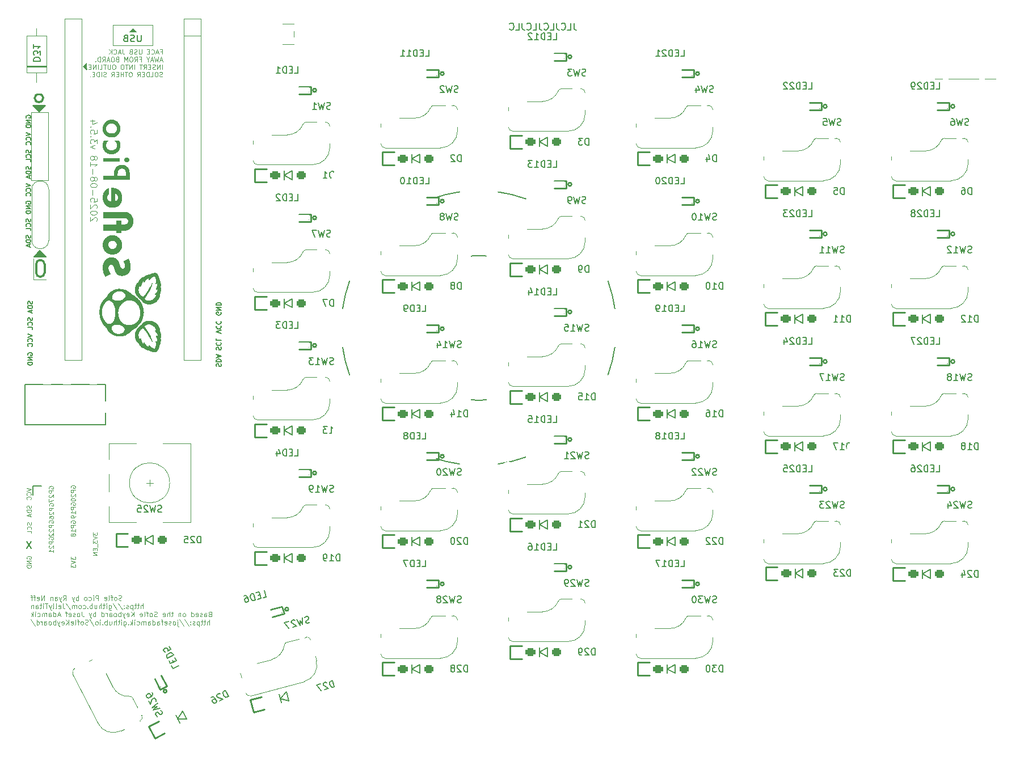
<source format=gbo>
G04 #@! TF.GenerationSoftware,KiCad,Pcbnew,9.0.3*
G04 #@! TF.CreationDate,2025-08-18T23:40:16+09:00*
G04 #@! TF.ProjectId,Sofle_Pico,536f666c-655f-4506-9963-6f2e6b696361,v3.5.4*
G04 #@! TF.SameCoordinates,Original*
G04 #@! TF.FileFunction,Legend,Bot*
G04 #@! TF.FilePolarity,Positive*
%FSLAX46Y46*%
G04 Gerber Fmt 4.6, Leading zero omitted, Abs format (unit mm)*
G04 Created by KiCad (PCBNEW 9.0.3) date 2025-08-18 23:40:16*
%MOMM*%
%LPD*%
G01*
G04 APERTURE LIST*
G04 Aperture macros list*
%AMRoundRect*
0 Rectangle with rounded corners*
0 $1 Rounding radius*
0 $2 $3 $4 $5 $6 $7 $8 $9 X,Y pos of 4 corners*
0 Add a 4 corners polygon primitive as box body*
4,1,4,$2,$3,$4,$5,$6,$7,$8,$9,$2,$3,0*
0 Add four circle primitives for the rounded corners*
1,1,$1+$1,$2,$3*
1,1,$1+$1,$4,$5*
1,1,$1+$1,$6,$7*
1,1,$1+$1,$8,$9*
0 Add four rect primitives between the rounded corners*
20,1,$1+$1,$2,$3,$4,$5,0*
20,1,$1+$1,$4,$5,$6,$7,0*
20,1,$1+$1,$6,$7,$8,$9,0*
20,1,$1+$1,$8,$9,$2,$3,0*%
%AMRotRect*
0 Rectangle, with rotation*
0 The origin of the aperture is its center*
0 $1 length*
0 $2 width*
0 $3 Rotation angle, in degrees counterclockwise*
0 Add horizontal line*
21,1,$1,$2,0,0,$3*%
%AMFreePoly0*
4,1,28,-0.850000,0.400000,0.000000,1.250000,0.114750,1.242219,0.293119,1.197860,0.457783,1.116195,0.601041,1.001041,0.716195,0.857783,0.797860,0.693119,0.842219,0.514750,0.850000,0.400000,0.850000,-0.400000,0.842219,-0.514750,0.797860,-0.693119,0.716195,-0.857783,0.601041,-1.001041,0.457783,-1.116195,0.293119,-1.197860,0.114750,-1.242219,0.000000,-1.250000,-0.114750,-1.242219,
-0.293119,-1.197860,-0.457783,-1.116195,-0.601041,-1.001041,-0.716195,-0.857783,-0.797860,-0.693119,-0.842219,-0.514750,-0.850000,-0.400000,-0.850000,0.400000,-0.850000,0.400000,$1*%
%AMFreePoly1*
4,1,28,-0.850000,0.400000,-0.842219,0.514750,-0.797860,0.693119,-0.716195,0.857783,-0.601041,1.001041,-0.457783,1.116195,-0.293119,1.197860,-0.114750,1.242219,0.000000,1.250000,0.114750,1.242219,0.293119,1.197860,0.457783,1.116195,0.601041,1.001041,0.716195,0.857783,0.797860,0.693119,0.842219,0.514750,0.850000,0.400000,0.850000,-0.400000,0.842219,-0.514750,0.797860,-0.693119,
0.716195,-0.857783,0.601041,-1.001041,0.457783,-1.116195,0.293119,-1.197860,0.114750,-1.242219,0.000000,-1.250000,-0.850000,-0.400000,-0.850000,0.400000,-0.850000,0.400000,$1*%
%AMFreePoly2*
4,1,21,-0.750000,0.000000,-0.734505,0.151663,-0.679731,0.316964,-0.588312,0.465177,-0.465177,0.588312,-0.316964,0.679731,-0.151663,0.734505,0.000000,0.750000,0.525000,0.750000,0.750000,0.525000,0.750000,-0.525000,0.525000,-0.750000,0.000000,-0.750000,-0.151663,-0.734505,-0.316964,-0.679731,-0.465177,-0.588312,-0.588312,-0.465177,-0.679731,-0.316964,-0.734505,-0.151663,-0.750000,0.000000,
-0.750000,0.000000,-0.750000,0.000000,$1*%
%AMFreePoly3*
4,1,6,0.500000,0.000000,-0.250000,-0.750000,-0.500000,-0.750000,-0.500000,0.750000,-0.250000,0.750000,0.500000,0.000000,0.500000,0.000000,$1*%
%AMFreePoly4*
4,1,6,0.260000,-0.750000,-0.990000,-0.750000,-0.240000,0.000000,-0.990000,0.750000,0.260000,0.750000,0.260000,-0.750000,0.260000,-0.750000,$1*%
%AMFreePoly5*
4,1,20,-0.750000,0.600000,-0.600000,0.750000,0.000000,0.750000,0.151663,0.734505,0.316964,0.679731,0.465177,0.588312,0.588312,0.465177,0.679731,0.316964,0.734505,0.151663,0.750000,0.000000,0.734505,-0.151663,0.679731,-0.316964,0.588312,-0.465177,0.465177,-0.588312,0.316964,-0.679731,0.151663,-0.734505,0.000000,-0.750000,-0.600000,-0.750000,-0.750000,-0.600000,-0.750000,0.600000,
-0.750000,0.600000,$1*%
%AMFreePoly6*
4,1,18,-1.250000,1.010000,-1.230970,1.105671,-1.176777,1.186777,-1.095671,1.240970,-1.000000,1.260000,0.625000,1.260000,1.250000,0.635000,1.250000,-1.010000,1.230970,-1.105671,1.176777,-1.186777,1.095671,-1.240970,1.000000,-1.260000,-1.000000,-1.260000,-1.095671,-1.240970,-1.176777,-1.186777,-1.230970,-1.105671,-1.250000,-1.010000,-1.250000,1.010000,-1.250000,1.010000,$1*%
%AMFreePoly7*
4,1,17,-1.275000,1.012000,-1.255742,1.108819,-1.200898,1.190898,-1.118819,1.245742,-1.022000,1.265000,1.022000,1.265000,1.118819,1.245742,1.200898,1.190898,1.255742,1.108819,1.275000,1.012000,1.275000,-1.012000,1.255742,-1.108819,1.200898,-1.190898,1.118819,-1.245742,1.022000,-1.265000,-1.275000,-1.265000,-1.275000,1.012000,-1.275000,1.012000,$1*%
%AMFreePoly8*
4,1,13,-0.850000,0.287000,-0.840637,0.334070,-0.813974,0.373974,-0.774070,0.400637,-0.727000,0.410000,0.850000,0.410000,0.850000,-0.410000,-0.727000,-0.410000,-0.774070,-0.400637,-0.813974,-0.373974,-0.840637,-0.334070,-0.850000,-0.287000,-0.850000,0.287000,-0.850000,0.287000,$1*%
%AMFreePoly9*
4,1,18,-0.850000,0.287000,-0.840637,0.334070,-0.813974,0.373974,-0.774070,0.400637,-0.727000,0.410000,0.727000,0.410000,0.774070,0.400637,0.813974,0.373974,0.840637,0.334070,0.850000,0.287000,0.850000,0.000000,0.440000,-0.410000,-0.727000,-0.410000,-0.774070,-0.400637,-0.813974,-0.373974,-0.840637,-0.334070,-0.850000,-0.287000,-0.850000,0.287000,-0.850000,0.287000,$1*%
G04 Aperture macros list end*
%ADD10C,0.300000*%
%ADD11C,0.150000*%
%ADD12C,0.100000*%
%ADD13C,0.125000*%
%ADD14C,0.200000*%
%ADD15C,0.120000*%
%ADD16C,0.250000*%
%ADD17C,0.000000*%
%ADD18C,0.022764*%
%ADD19C,1.200000*%
%ADD20FreePoly0,90.000000*%
%ADD21FreePoly1,90.000000*%
%ADD22O,2.500000X1.700000*%
%ADD23C,1.397000*%
%ADD24R,1.397000X1.397000*%
%ADD25O,2.800000X1.500000*%
%ADD26C,2.000000*%
%ADD27C,4.700000*%
%ADD28C,1.000000*%
%ADD29R,1.700000X1.700000*%
%ADD30O,1.700000X1.700000*%
%ADD31FreePoly2,0.000000*%
%ADD32FreePoly3,0.000000*%
%ADD33FreePoly4,0.000000*%
%ADD34FreePoly5,0.000000*%
%ADD35C,1.700000*%
%ADD36R,1.500000X1.500000*%
%ADD37O,1.500000X1.500000*%
%ADD38C,1.500000*%
%ADD39C,4.400000*%
%ADD40C,0.800000*%
%ADD41R,1.400000X1.400000*%
%ADD42RoundRect,0.300000X-0.450000X-0.300000X0.450000X-0.300000X0.450000X0.300000X-0.450000X0.300000X0*%
%ADD43RoundRect,0.300000X-0.400000X-0.300000X0.400000X-0.300000X0.400000X0.300000X-0.400000X0.300000X0*%
%ADD44C,1.400000*%
%ADD45RotRect,1.400000X1.400000X27.000000*%
%ADD46RoundRect,0.300000X-0.264756X-0.471598X0.537150X-0.063006X0.264756X0.471598X-0.537150X0.063006X0*%
%ADD47RoundRect,0.300000X-0.220205X-0.448898X0.492600X-0.085706X0.220205X0.448898X-0.492600X0.085706X0*%
%ADD48C,1.750000*%
%ADD49C,3.000000*%
%ADD50C,3.987800*%
%ADD51FreePoly6,0.000000*%
%ADD52FreePoly7,0.000000*%
%ADD53FreePoly6,297.000000*%
%ADD54FreePoly7,297.000000*%
%ADD55FreePoly6,15.000000*%
%ADD56FreePoly7,15.000000*%
%ADD57RotRect,1.400000X1.400000X15.000000*%
%ADD58RoundRect,0.300000X-0.357021X-0.406246X0.512312X-0.173309X0.357021X0.406246X-0.512312X0.173309X0*%
%ADD59RoundRect,0.300000X-0.308725X-0.393305X0.464016X-0.186250X0.308725X0.393305X-0.464016X0.186250X0*%
%ADD60FreePoly8,0.000000*%
%ADD61FreePoly9,0.000000*%
%ADD62FreePoly8,180.000000*%
%ADD63FreePoly8,15.000000*%
%ADD64FreePoly9,15.000000*%
%ADD65FreePoly8,195.000000*%
%ADD66FreePoly8,297.000000*%
%ADD67FreePoly9,297.000000*%
%ADD68FreePoly8,117.000000*%
%ADD69R,1.100000X0.600000*%
G04 APERTURE END LIST*
D10*
X84119193Y-47043393D02*
G75*
G02*
X82850807Y-47043393I-634193J7D01*
G01*
X84324193Y-73105800D02*
G75*
G02*
X83055807Y-73105800I-634193J-7D01*
G01*
X83055807Y-71855800D02*
X83055807Y-73105800D01*
X82850807Y-47043393D02*
G75*
G02*
X84119193Y-47043393I634193J7D01*
G01*
X83055807Y-71855800D02*
G75*
G02*
X84324193Y-71855800I634193J-7D01*
G01*
D11*
X83540000Y-49040000D02*
X83530000Y-49040000D01*
X82610000Y-48170000D01*
X84410000Y-48170000D01*
X83540000Y-49040000D01*
G36*
X83540000Y-49040000D02*
G01*
X83530000Y-49040000D01*
X82610000Y-48170000D01*
X84410000Y-48170000D01*
X83540000Y-49040000D01*
G37*
D12*
X82650000Y-74130000D02*
X84510000Y-74130000D01*
D10*
X84324193Y-71855800D02*
X84324193Y-73105800D01*
D11*
X84520000Y-70720000D02*
X82720000Y-70720000D01*
X83590000Y-69850000D01*
X83600000Y-69850000D01*
X84520000Y-70720000D01*
G36*
X84520000Y-70720000D02*
G01*
X82720000Y-70720000D01*
X83590000Y-69850000D01*
X83600000Y-69850000D01*
X84520000Y-70720000D01*
G37*
D12*
X82650000Y-71040000D02*
X82650000Y-74130000D01*
X88281557Y-110494286D02*
X88250128Y-110431429D01*
X88250128Y-110431429D02*
X88250128Y-110337143D01*
X88250128Y-110337143D02*
X88281557Y-110242857D01*
X88281557Y-110242857D02*
X88344414Y-110180000D01*
X88344414Y-110180000D02*
X88407271Y-110148571D01*
X88407271Y-110148571D02*
X88532985Y-110117143D01*
X88532985Y-110117143D02*
X88627271Y-110117143D01*
X88627271Y-110117143D02*
X88752985Y-110148571D01*
X88752985Y-110148571D02*
X88815842Y-110180000D01*
X88815842Y-110180000D02*
X88878700Y-110242857D01*
X88878700Y-110242857D02*
X88910128Y-110337143D01*
X88910128Y-110337143D02*
X88910128Y-110400000D01*
X88910128Y-110400000D02*
X88878700Y-110494286D01*
X88878700Y-110494286D02*
X88847271Y-110525714D01*
X88847271Y-110525714D02*
X88627271Y-110525714D01*
X88627271Y-110525714D02*
X88627271Y-110400000D01*
X88910128Y-110808571D02*
X88250128Y-110808571D01*
X88250128Y-110808571D02*
X88250128Y-111060000D01*
X88250128Y-111060000D02*
X88281557Y-111122857D01*
X88281557Y-111122857D02*
X88312985Y-111154286D01*
X88312985Y-111154286D02*
X88375842Y-111185714D01*
X88375842Y-111185714D02*
X88470128Y-111185714D01*
X88470128Y-111185714D02*
X88532985Y-111154286D01*
X88532985Y-111154286D02*
X88564414Y-111122857D01*
X88564414Y-111122857D02*
X88595842Y-111060000D01*
X88595842Y-111060000D02*
X88595842Y-110808571D01*
X88910128Y-111814286D02*
X88910128Y-111437143D01*
X88910128Y-111625714D02*
X88250128Y-111625714D01*
X88250128Y-111625714D02*
X88344414Y-111562857D01*
X88344414Y-111562857D02*
X88407271Y-111500000D01*
X88407271Y-111500000D02*
X88438700Y-111437143D01*
X88532985Y-112191428D02*
X88501557Y-112128571D01*
X88501557Y-112128571D02*
X88470128Y-112097142D01*
X88470128Y-112097142D02*
X88407271Y-112065714D01*
X88407271Y-112065714D02*
X88375842Y-112065714D01*
X88375842Y-112065714D02*
X88312985Y-112097142D01*
X88312985Y-112097142D02*
X88281557Y-112128571D01*
X88281557Y-112128571D02*
X88250128Y-112191428D01*
X88250128Y-112191428D02*
X88250128Y-112317142D01*
X88250128Y-112317142D02*
X88281557Y-112380000D01*
X88281557Y-112380000D02*
X88312985Y-112411428D01*
X88312985Y-112411428D02*
X88375842Y-112442857D01*
X88375842Y-112442857D02*
X88407271Y-112442857D01*
X88407271Y-112442857D02*
X88470128Y-112411428D01*
X88470128Y-112411428D02*
X88501557Y-112380000D01*
X88501557Y-112380000D02*
X88532985Y-112317142D01*
X88532985Y-112317142D02*
X88532985Y-112191428D01*
X88532985Y-112191428D02*
X88564414Y-112128571D01*
X88564414Y-112128571D02*
X88595842Y-112097142D01*
X88595842Y-112097142D02*
X88658700Y-112065714D01*
X88658700Y-112065714D02*
X88784414Y-112065714D01*
X88784414Y-112065714D02*
X88847271Y-112097142D01*
X88847271Y-112097142D02*
X88878700Y-112128571D01*
X88878700Y-112128571D02*
X88910128Y-112191428D01*
X88910128Y-112191428D02*
X88910128Y-112317142D01*
X88910128Y-112317142D02*
X88878700Y-112380000D01*
X88878700Y-112380000D02*
X88847271Y-112411428D01*
X88847271Y-112411428D02*
X88784414Y-112442857D01*
X88784414Y-112442857D02*
X88658700Y-112442857D01*
X88658700Y-112442857D02*
X88595842Y-112411428D01*
X88595842Y-112411428D02*
X88564414Y-112380000D01*
X88564414Y-112380000D02*
X88532985Y-112317142D01*
D13*
X92040300Y-65400330D02*
X92087919Y-65352711D01*
X92087919Y-65352711D02*
X92135538Y-65257473D01*
X92135538Y-65257473D02*
X92135538Y-65019378D01*
X92135538Y-65019378D02*
X92087919Y-64924140D01*
X92087919Y-64924140D02*
X92040300Y-64876521D01*
X92040300Y-64876521D02*
X91945062Y-64828902D01*
X91945062Y-64828902D02*
X91849824Y-64828902D01*
X91849824Y-64828902D02*
X91706967Y-64876521D01*
X91706967Y-64876521D02*
X91135538Y-65447949D01*
X91135538Y-65447949D02*
X91135538Y-64828902D01*
X92135538Y-64209854D02*
X92135538Y-64114616D01*
X92135538Y-64114616D02*
X92087919Y-64019378D01*
X92087919Y-64019378D02*
X92040300Y-63971759D01*
X92040300Y-63971759D02*
X91945062Y-63924140D01*
X91945062Y-63924140D02*
X91754586Y-63876521D01*
X91754586Y-63876521D02*
X91516491Y-63876521D01*
X91516491Y-63876521D02*
X91326015Y-63924140D01*
X91326015Y-63924140D02*
X91230777Y-63971759D01*
X91230777Y-63971759D02*
X91183158Y-64019378D01*
X91183158Y-64019378D02*
X91135538Y-64114616D01*
X91135538Y-64114616D02*
X91135538Y-64209854D01*
X91135538Y-64209854D02*
X91183158Y-64305092D01*
X91183158Y-64305092D02*
X91230777Y-64352711D01*
X91230777Y-64352711D02*
X91326015Y-64400330D01*
X91326015Y-64400330D02*
X91516491Y-64447949D01*
X91516491Y-64447949D02*
X91754586Y-64447949D01*
X91754586Y-64447949D02*
X91945062Y-64400330D01*
X91945062Y-64400330D02*
X92040300Y-64352711D01*
X92040300Y-64352711D02*
X92087919Y-64305092D01*
X92087919Y-64305092D02*
X92135538Y-64209854D01*
X92040300Y-63495568D02*
X92087919Y-63447949D01*
X92087919Y-63447949D02*
X92135538Y-63352711D01*
X92135538Y-63352711D02*
X92135538Y-63114616D01*
X92135538Y-63114616D02*
X92087919Y-63019378D01*
X92087919Y-63019378D02*
X92040300Y-62971759D01*
X92040300Y-62971759D02*
X91945062Y-62924140D01*
X91945062Y-62924140D02*
X91849824Y-62924140D01*
X91849824Y-62924140D02*
X91706967Y-62971759D01*
X91706967Y-62971759D02*
X91135538Y-63543187D01*
X91135538Y-63543187D02*
X91135538Y-62924140D01*
X92135538Y-62019378D02*
X92135538Y-62495568D01*
X92135538Y-62495568D02*
X91659348Y-62543187D01*
X91659348Y-62543187D02*
X91706967Y-62495568D01*
X91706967Y-62495568D02*
X91754586Y-62400330D01*
X91754586Y-62400330D02*
X91754586Y-62162235D01*
X91754586Y-62162235D02*
X91706967Y-62066997D01*
X91706967Y-62066997D02*
X91659348Y-62019378D01*
X91659348Y-62019378D02*
X91564110Y-61971759D01*
X91564110Y-61971759D02*
X91326015Y-61971759D01*
X91326015Y-61971759D02*
X91230777Y-62019378D01*
X91230777Y-62019378D02*
X91183158Y-62066997D01*
X91183158Y-62066997D02*
X91135538Y-62162235D01*
X91135538Y-62162235D02*
X91135538Y-62400330D01*
X91135538Y-62400330D02*
X91183158Y-62495568D01*
X91183158Y-62495568D02*
X91230777Y-62543187D01*
X91516491Y-61543187D02*
X91516491Y-60781283D01*
X92135538Y-60114616D02*
X92135538Y-60019378D01*
X92135538Y-60019378D02*
X92087919Y-59924140D01*
X92087919Y-59924140D02*
X92040300Y-59876521D01*
X92040300Y-59876521D02*
X91945062Y-59828902D01*
X91945062Y-59828902D02*
X91754586Y-59781283D01*
X91754586Y-59781283D02*
X91516491Y-59781283D01*
X91516491Y-59781283D02*
X91326015Y-59828902D01*
X91326015Y-59828902D02*
X91230777Y-59876521D01*
X91230777Y-59876521D02*
X91183158Y-59924140D01*
X91183158Y-59924140D02*
X91135538Y-60019378D01*
X91135538Y-60019378D02*
X91135538Y-60114616D01*
X91135538Y-60114616D02*
X91183158Y-60209854D01*
X91183158Y-60209854D02*
X91230777Y-60257473D01*
X91230777Y-60257473D02*
X91326015Y-60305092D01*
X91326015Y-60305092D02*
X91516491Y-60352711D01*
X91516491Y-60352711D02*
X91754586Y-60352711D01*
X91754586Y-60352711D02*
X91945062Y-60305092D01*
X91945062Y-60305092D02*
X92040300Y-60257473D01*
X92040300Y-60257473D02*
X92087919Y-60209854D01*
X92087919Y-60209854D02*
X92135538Y-60114616D01*
X91706967Y-59209854D02*
X91754586Y-59305092D01*
X91754586Y-59305092D02*
X91802205Y-59352711D01*
X91802205Y-59352711D02*
X91897443Y-59400330D01*
X91897443Y-59400330D02*
X91945062Y-59400330D01*
X91945062Y-59400330D02*
X92040300Y-59352711D01*
X92040300Y-59352711D02*
X92087919Y-59305092D01*
X92087919Y-59305092D02*
X92135538Y-59209854D01*
X92135538Y-59209854D02*
X92135538Y-59019378D01*
X92135538Y-59019378D02*
X92087919Y-58924140D01*
X92087919Y-58924140D02*
X92040300Y-58876521D01*
X92040300Y-58876521D02*
X91945062Y-58828902D01*
X91945062Y-58828902D02*
X91897443Y-58828902D01*
X91897443Y-58828902D02*
X91802205Y-58876521D01*
X91802205Y-58876521D02*
X91754586Y-58924140D01*
X91754586Y-58924140D02*
X91706967Y-59019378D01*
X91706967Y-59019378D02*
X91706967Y-59209854D01*
X91706967Y-59209854D02*
X91659348Y-59305092D01*
X91659348Y-59305092D02*
X91611729Y-59352711D01*
X91611729Y-59352711D02*
X91516491Y-59400330D01*
X91516491Y-59400330D02*
X91326015Y-59400330D01*
X91326015Y-59400330D02*
X91230777Y-59352711D01*
X91230777Y-59352711D02*
X91183158Y-59305092D01*
X91183158Y-59305092D02*
X91135538Y-59209854D01*
X91135538Y-59209854D02*
X91135538Y-59019378D01*
X91135538Y-59019378D02*
X91183158Y-58924140D01*
X91183158Y-58924140D02*
X91230777Y-58876521D01*
X91230777Y-58876521D02*
X91326015Y-58828902D01*
X91326015Y-58828902D02*
X91516491Y-58828902D01*
X91516491Y-58828902D02*
X91611729Y-58876521D01*
X91611729Y-58876521D02*
X91659348Y-58924140D01*
X91659348Y-58924140D02*
X91706967Y-59019378D01*
X91516491Y-58400330D02*
X91516491Y-57638426D01*
X91135538Y-56638426D02*
X91135538Y-57209854D01*
X91135538Y-56924140D02*
X92135538Y-56924140D01*
X92135538Y-56924140D02*
X91992681Y-57019378D01*
X91992681Y-57019378D02*
X91897443Y-57114616D01*
X91897443Y-57114616D02*
X91849824Y-57209854D01*
X91706967Y-56066997D02*
X91754586Y-56162235D01*
X91754586Y-56162235D02*
X91802205Y-56209854D01*
X91802205Y-56209854D02*
X91897443Y-56257473D01*
X91897443Y-56257473D02*
X91945062Y-56257473D01*
X91945062Y-56257473D02*
X92040300Y-56209854D01*
X92040300Y-56209854D02*
X92087919Y-56162235D01*
X92087919Y-56162235D02*
X92135538Y-56066997D01*
X92135538Y-56066997D02*
X92135538Y-55876521D01*
X92135538Y-55876521D02*
X92087919Y-55781283D01*
X92087919Y-55781283D02*
X92040300Y-55733664D01*
X92040300Y-55733664D02*
X91945062Y-55686045D01*
X91945062Y-55686045D02*
X91897443Y-55686045D01*
X91897443Y-55686045D02*
X91802205Y-55733664D01*
X91802205Y-55733664D02*
X91754586Y-55781283D01*
X91754586Y-55781283D02*
X91706967Y-55876521D01*
X91706967Y-55876521D02*
X91706967Y-56066997D01*
X91706967Y-56066997D02*
X91659348Y-56162235D01*
X91659348Y-56162235D02*
X91611729Y-56209854D01*
X91611729Y-56209854D02*
X91516491Y-56257473D01*
X91516491Y-56257473D02*
X91326015Y-56257473D01*
X91326015Y-56257473D02*
X91230777Y-56209854D01*
X91230777Y-56209854D02*
X91183158Y-56162235D01*
X91183158Y-56162235D02*
X91135538Y-56066997D01*
X91135538Y-56066997D02*
X91135538Y-55876521D01*
X91135538Y-55876521D02*
X91183158Y-55781283D01*
X91183158Y-55781283D02*
X91230777Y-55733664D01*
X91230777Y-55733664D02*
X91326015Y-55686045D01*
X91326015Y-55686045D02*
X91516491Y-55686045D01*
X91516491Y-55686045D02*
X91611729Y-55733664D01*
X91611729Y-55733664D02*
X91659348Y-55781283D01*
X91659348Y-55781283D02*
X91706967Y-55876521D01*
X91802205Y-54590806D02*
X91135538Y-54352711D01*
X91135538Y-54352711D02*
X91802205Y-54114616D01*
X92135538Y-53828901D02*
X92135538Y-53209854D01*
X92135538Y-53209854D02*
X91754586Y-53543187D01*
X91754586Y-53543187D02*
X91754586Y-53400330D01*
X91754586Y-53400330D02*
X91706967Y-53305092D01*
X91706967Y-53305092D02*
X91659348Y-53257473D01*
X91659348Y-53257473D02*
X91564110Y-53209854D01*
X91564110Y-53209854D02*
X91326015Y-53209854D01*
X91326015Y-53209854D02*
X91230777Y-53257473D01*
X91230777Y-53257473D02*
X91183158Y-53305092D01*
X91183158Y-53305092D02*
X91135538Y-53400330D01*
X91135538Y-53400330D02*
X91135538Y-53686044D01*
X91135538Y-53686044D02*
X91183158Y-53781282D01*
X91183158Y-53781282D02*
X91230777Y-53828901D01*
X91230777Y-52781282D02*
X91183158Y-52733663D01*
X91183158Y-52733663D02*
X91135538Y-52781282D01*
X91135538Y-52781282D02*
X91183158Y-52828901D01*
X91183158Y-52828901D02*
X91230777Y-52781282D01*
X91230777Y-52781282D02*
X91135538Y-52781282D01*
X92135538Y-51828902D02*
X92135538Y-52305092D01*
X92135538Y-52305092D02*
X91659348Y-52352711D01*
X91659348Y-52352711D02*
X91706967Y-52305092D01*
X91706967Y-52305092D02*
X91754586Y-52209854D01*
X91754586Y-52209854D02*
X91754586Y-51971759D01*
X91754586Y-51971759D02*
X91706967Y-51876521D01*
X91706967Y-51876521D02*
X91659348Y-51828902D01*
X91659348Y-51828902D02*
X91564110Y-51781283D01*
X91564110Y-51781283D02*
X91326015Y-51781283D01*
X91326015Y-51781283D02*
X91230777Y-51828902D01*
X91230777Y-51828902D02*
X91183158Y-51876521D01*
X91183158Y-51876521D02*
X91135538Y-51971759D01*
X91135538Y-51971759D02*
X91135538Y-52209854D01*
X91135538Y-52209854D02*
X91183158Y-52305092D01*
X91183158Y-52305092D02*
X91230777Y-52352711D01*
X91230777Y-51352711D02*
X91183158Y-51305092D01*
X91183158Y-51305092D02*
X91135538Y-51352711D01*
X91135538Y-51352711D02*
X91183158Y-51400330D01*
X91183158Y-51400330D02*
X91230777Y-51352711D01*
X91230777Y-51352711D02*
X91135538Y-51352711D01*
X91802205Y-50447950D02*
X91135538Y-50447950D01*
X92183158Y-50686045D02*
X91468872Y-50924140D01*
X91468872Y-50924140D02*
X91468872Y-50305093D01*
D12*
X88270128Y-115502857D02*
X88270128Y-115911429D01*
X88270128Y-115911429D02*
X88521557Y-115691429D01*
X88521557Y-115691429D02*
X88521557Y-115785714D01*
X88521557Y-115785714D02*
X88552985Y-115848572D01*
X88552985Y-115848572D02*
X88584414Y-115880000D01*
X88584414Y-115880000D02*
X88647271Y-115911429D01*
X88647271Y-115911429D02*
X88804414Y-115911429D01*
X88804414Y-115911429D02*
X88867271Y-115880000D01*
X88867271Y-115880000D02*
X88898700Y-115848572D01*
X88898700Y-115848572D02*
X88930128Y-115785714D01*
X88930128Y-115785714D02*
X88930128Y-115597143D01*
X88930128Y-115597143D02*
X88898700Y-115534286D01*
X88898700Y-115534286D02*
X88867271Y-115502857D01*
X88270128Y-116100000D02*
X88930128Y-116320000D01*
X88930128Y-116320000D02*
X88270128Y-116540000D01*
X88270128Y-116697142D02*
X88270128Y-117105714D01*
X88270128Y-117105714D02*
X88521557Y-116885714D01*
X88521557Y-116885714D02*
X88521557Y-116979999D01*
X88521557Y-116979999D02*
X88552985Y-117042857D01*
X88552985Y-117042857D02*
X88584414Y-117074285D01*
X88584414Y-117074285D02*
X88647271Y-117105714D01*
X88647271Y-117105714D02*
X88804414Y-117105714D01*
X88804414Y-117105714D02*
X88867271Y-117074285D01*
X88867271Y-117074285D02*
X88898700Y-117042857D01*
X88898700Y-117042857D02*
X88930128Y-116979999D01*
X88930128Y-116979999D02*
X88930128Y-116791428D01*
X88930128Y-116791428D02*
X88898700Y-116728571D01*
X88898700Y-116728571D02*
X88867271Y-116697142D01*
X88281557Y-105254286D02*
X88250128Y-105191429D01*
X88250128Y-105191429D02*
X88250128Y-105097143D01*
X88250128Y-105097143D02*
X88281557Y-105002857D01*
X88281557Y-105002857D02*
X88344414Y-104940000D01*
X88344414Y-104940000D02*
X88407271Y-104908571D01*
X88407271Y-104908571D02*
X88532985Y-104877143D01*
X88532985Y-104877143D02*
X88627271Y-104877143D01*
X88627271Y-104877143D02*
X88752985Y-104908571D01*
X88752985Y-104908571D02*
X88815842Y-104940000D01*
X88815842Y-104940000D02*
X88878700Y-105002857D01*
X88878700Y-105002857D02*
X88910128Y-105097143D01*
X88910128Y-105097143D02*
X88910128Y-105160000D01*
X88910128Y-105160000D02*
X88878700Y-105254286D01*
X88878700Y-105254286D02*
X88847271Y-105285714D01*
X88847271Y-105285714D02*
X88627271Y-105285714D01*
X88627271Y-105285714D02*
X88627271Y-105160000D01*
X88910128Y-105568571D02*
X88250128Y-105568571D01*
X88250128Y-105568571D02*
X88250128Y-105820000D01*
X88250128Y-105820000D02*
X88281557Y-105882857D01*
X88281557Y-105882857D02*
X88312985Y-105914286D01*
X88312985Y-105914286D02*
X88375842Y-105945714D01*
X88375842Y-105945714D02*
X88470128Y-105945714D01*
X88470128Y-105945714D02*
X88532985Y-105914286D01*
X88532985Y-105914286D02*
X88564414Y-105882857D01*
X88564414Y-105882857D02*
X88595842Y-105820000D01*
X88595842Y-105820000D02*
X88595842Y-105568571D01*
X88312985Y-106197143D02*
X88281557Y-106228571D01*
X88281557Y-106228571D02*
X88250128Y-106291429D01*
X88250128Y-106291429D02*
X88250128Y-106448571D01*
X88250128Y-106448571D02*
X88281557Y-106511429D01*
X88281557Y-106511429D02*
X88312985Y-106542857D01*
X88312985Y-106542857D02*
X88375842Y-106574286D01*
X88375842Y-106574286D02*
X88438700Y-106574286D01*
X88438700Y-106574286D02*
X88532985Y-106542857D01*
X88532985Y-106542857D02*
X88910128Y-106165714D01*
X88910128Y-106165714D02*
X88910128Y-106574286D01*
X88250128Y-106982857D02*
X88250128Y-107045714D01*
X88250128Y-107045714D02*
X88281557Y-107108571D01*
X88281557Y-107108571D02*
X88312985Y-107140000D01*
X88312985Y-107140000D02*
X88375842Y-107171428D01*
X88375842Y-107171428D02*
X88501557Y-107202857D01*
X88501557Y-107202857D02*
X88658700Y-107202857D01*
X88658700Y-107202857D02*
X88784414Y-107171428D01*
X88784414Y-107171428D02*
X88847271Y-107140000D01*
X88847271Y-107140000D02*
X88878700Y-107108571D01*
X88878700Y-107108571D02*
X88910128Y-107045714D01*
X88910128Y-107045714D02*
X88910128Y-106982857D01*
X88910128Y-106982857D02*
X88878700Y-106920000D01*
X88878700Y-106920000D02*
X88847271Y-106888571D01*
X88847271Y-106888571D02*
X88784414Y-106857142D01*
X88784414Y-106857142D02*
X88658700Y-106825714D01*
X88658700Y-106825714D02*
X88501557Y-106825714D01*
X88501557Y-106825714D02*
X88375842Y-106857142D01*
X88375842Y-106857142D02*
X88312985Y-106888571D01*
X88312985Y-106888571D02*
X88281557Y-106920000D01*
X88281557Y-106920000D02*
X88250128Y-106982857D01*
X85011557Y-110467354D02*
X84980128Y-110404497D01*
X84980128Y-110404497D02*
X84980128Y-110310211D01*
X84980128Y-110310211D02*
X85011557Y-110215925D01*
X85011557Y-110215925D02*
X85074414Y-110153068D01*
X85074414Y-110153068D02*
X85137271Y-110121639D01*
X85137271Y-110121639D02*
X85262985Y-110090211D01*
X85262985Y-110090211D02*
X85357271Y-110090211D01*
X85357271Y-110090211D02*
X85482985Y-110121639D01*
X85482985Y-110121639D02*
X85545842Y-110153068D01*
X85545842Y-110153068D02*
X85608700Y-110215925D01*
X85608700Y-110215925D02*
X85640128Y-110310211D01*
X85640128Y-110310211D02*
X85640128Y-110373068D01*
X85640128Y-110373068D02*
X85608700Y-110467354D01*
X85608700Y-110467354D02*
X85577271Y-110498782D01*
X85577271Y-110498782D02*
X85357271Y-110498782D01*
X85357271Y-110498782D02*
X85357271Y-110373068D01*
X85640128Y-110781639D02*
X84980128Y-110781639D01*
X84980128Y-110781639D02*
X84980128Y-111033068D01*
X84980128Y-111033068D02*
X85011557Y-111095925D01*
X85011557Y-111095925D02*
X85042985Y-111127354D01*
X85042985Y-111127354D02*
X85105842Y-111158782D01*
X85105842Y-111158782D02*
X85200128Y-111158782D01*
X85200128Y-111158782D02*
X85262985Y-111127354D01*
X85262985Y-111127354D02*
X85294414Y-111095925D01*
X85294414Y-111095925D02*
X85325842Y-111033068D01*
X85325842Y-111033068D02*
X85325842Y-110781639D01*
X85042985Y-111410211D02*
X85011557Y-111441639D01*
X85011557Y-111441639D02*
X84980128Y-111504497D01*
X84980128Y-111504497D02*
X84980128Y-111661639D01*
X84980128Y-111661639D02*
X85011557Y-111724497D01*
X85011557Y-111724497D02*
X85042985Y-111755925D01*
X85042985Y-111755925D02*
X85105842Y-111787354D01*
X85105842Y-111787354D02*
X85168700Y-111787354D01*
X85168700Y-111787354D02*
X85262985Y-111755925D01*
X85262985Y-111755925D02*
X85640128Y-111378782D01*
X85640128Y-111378782D02*
X85640128Y-111787354D01*
X85042985Y-112038782D02*
X85011557Y-112070210D01*
X85011557Y-112070210D02*
X84980128Y-112133068D01*
X84980128Y-112133068D02*
X84980128Y-112290210D01*
X84980128Y-112290210D02*
X85011557Y-112353068D01*
X85011557Y-112353068D02*
X85042985Y-112384496D01*
X85042985Y-112384496D02*
X85105842Y-112415925D01*
X85105842Y-112415925D02*
X85168700Y-112415925D01*
X85168700Y-112415925D02*
X85262985Y-112384496D01*
X85262985Y-112384496D02*
X85640128Y-112007353D01*
X85640128Y-112007353D02*
X85640128Y-112415925D01*
D14*
X163319048Y-35847219D02*
X163319048Y-36561504D01*
X163319048Y-36561504D02*
X163366667Y-36704361D01*
X163366667Y-36704361D02*
X163461905Y-36799600D01*
X163461905Y-36799600D02*
X163604762Y-36847219D01*
X163604762Y-36847219D02*
X163700000Y-36847219D01*
X162366667Y-36847219D02*
X162842857Y-36847219D01*
X162842857Y-36847219D02*
X162842857Y-35847219D01*
X161461905Y-36751980D02*
X161509524Y-36799600D01*
X161509524Y-36799600D02*
X161652381Y-36847219D01*
X161652381Y-36847219D02*
X161747619Y-36847219D01*
X161747619Y-36847219D02*
X161890476Y-36799600D01*
X161890476Y-36799600D02*
X161985714Y-36704361D01*
X161985714Y-36704361D02*
X162033333Y-36609123D01*
X162033333Y-36609123D02*
X162080952Y-36418647D01*
X162080952Y-36418647D02*
X162080952Y-36275790D01*
X162080952Y-36275790D02*
X162033333Y-36085314D01*
X162033333Y-36085314D02*
X161985714Y-35990076D01*
X161985714Y-35990076D02*
X161890476Y-35894838D01*
X161890476Y-35894838D02*
X161747619Y-35847219D01*
X161747619Y-35847219D02*
X161652381Y-35847219D01*
X161652381Y-35847219D02*
X161509524Y-35894838D01*
X161509524Y-35894838D02*
X161461905Y-35942457D01*
X160747619Y-35847219D02*
X160747619Y-36561504D01*
X160747619Y-36561504D02*
X160795238Y-36704361D01*
X160795238Y-36704361D02*
X160890476Y-36799600D01*
X160890476Y-36799600D02*
X161033333Y-36847219D01*
X161033333Y-36847219D02*
X161128571Y-36847219D01*
X159795238Y-36847219D02*
X160271428Y-36847219D01*
X160271428Y-36847219D02*
X160271428Y-35847219D01*
X158890476Y-36751980D02*
X158938095Y-36799600D01*
X158938095Y-36799600D02*
X159080952Y-36847219D01*
X159080952Y-36847219D02*
X159176190Y-36847219D01*
X159176190Y-36847219D02*
X159319047Y-36799600D01*
X159319047Y-36799600D02*
X159414285Y-36704361D01*
X159414285Y-36704361D02*
X159461904Y-36609123D01*
X159461904Y-36609123D02*
X159509523Y-36418647D01*
X159509523Y-36418647D02*
X159509523Y-36275790D01*
X159509523Y-36275790D02*
X159461904Y-36085314D01*
X159461904Y-36085314D02*
X159414285Y-35990076D01*
X159414285Y-35990076D02*
X159319047Y-35894838D01*
X159319047Y-35894838D02*
X159176190Y-35847219D01*
X159176190Y-35847219D02*
X159080952Y-35847219D01*
X159080952Y-35847219D02*
X158938095Y-35894838D01*
X158938095Y-35894838D02*
X158890476Y-35942457D01*
X158176190Y-35847219D02*
X158176190Y-36561504D01*
X158176190Y-36561504D02*
X158223809Y-36704361D01*
X158223809Y-36704361D02*
X158319047Y-36799600D01*
X158319047Y-36799600D02*
X158461904Y-36847219D01*
X158461904Y-36847219D02*
X158557142Y-36847219D01*
X157223809Y-36847219D02*
X157699999Y-36847219D01*
X157699999Y-36847219D02*
X157699999Y-35847219D01*
X156319047Y-36751980D02*
X156366666Y-36799600D01*
X156366666Y-36799600D02*
X156509523Y-36847219D01*
X156509523Y-36847219D02*
X156604761Y-36847219D01*
X156604761Y-36847219D02*
X156747618Y-36799600D01*
X156747618Y-36799600D02*
X156842856Y-36704361D01*
X156842856Y-36704361D02*
X156890475Y-36609123D01*
X156890475Y-36609123D02*
X156938094Y-36418647D01*
X156938094Y-36418647D02*
X156938094Y-36275790D01*
X156938094Y-36275790D02*
X156890475Y-36085314D01*
X156890475Y-36085314D02*
X156842856Y-35990076D01*
X156842856Y-35990076D02*
X156747618Y-35894838D01*
X156747618Y-35894838D02*
X156604761Y-35847219D01*
X156604761Y-35847219D02*
X156509523Y-35847219D01*
X156509523Y-35847219D02*
X156366666Y-35894838D01*
X156366666Y-35894838D02*
X156319047Y-35942457D01*
X155604761Y-35847219D02*
X155604761Y-36561504D01*
X155604761Y-36561504D02*
X155652380Y-36704361D01*
X155652380Y-36704361D02*
X155747618Y-36799600D01*
X155747618Y-36799600D02*
X155890475Y-36847219D01*
X155890475Y-36847219D02*
X155985713Y-36847219D01*
X154652380Y-36847219D02*
X155128570Y-36847219D01*
X155128570Y-36847219D02*
X155128570Y-35847219D01*
X153747618Y-36751980D02*
X153795237Y-36799600D01*
X153795237Y-36799600D02*
X153938094Y-36847219D01*
X153938094Y-36847219D02*
X154033332Y-36847219D01*
X154033332Y-36847219D02*
X154176189Y-36799600D01*
X154176189Y-36799600D02*
X154271427Y-36704361D01*
X154271427Y-36704361D02*
X154319046Y-36609123D01*
X154319046Y-36609123D02*
X154366665Y-36418647D01*
X154366665Y-36418647D02*
X154366665Y-36275790D01*
X154366665Y-36275790D02*
X154319046Y-36085314D01*
X154319046Y-36085314D02*
X154271427Y-35990076D01*
X154271427Y-35990076D02*
X154176189Y-35894838D01*
X154176189Y-35894838D02*
X154033332Y-35847219D01*
X154033332Y-35847219D02*
X153938094Y-35847219D01*
X153938094Y-35847219D02*
X153795237Y-35894838D01*
X153795237Y-35894838D02*
X153747618Y-35942457D01*
D12*
X91534028Y-111890074D02*
X91534028Y-112298646D01*
X91534028Y-112298646D02*
X91785457Y-112078646D01*
X91785457Y-112078646D02*
X91785457Y-112172931D01*
X91785457Y-112172931D02*
X91816885Y-112235789D01*
X91816885Y-112235789D02*
X91848314Y-112267217D01*
X91848314Y-112267217D02*
X91911171Y-112298646D01*
X91911171Y-112298646D02*
X92068314Y-112298646D01*
X92068314Y-112298646D02*
X92131171Y-112267217D01*
X92131171Y-112267217D02*
X92162600Y-112235789D01*
X92162600Y-112235789D02*
X92194028Y-112172931D01*
X92194028Y-112172931D02*
X92194028Y-111984360D01*
X92194028Y-111984360D02*
X92162600Y-111921503D01*
X92162600Y-111921503D02*
X92131171Y-111890074D01*
X91534028Y-112487217D02*
X92194028Y-112707217D01*
X92194028Y-112707217D02*
X91534028Y-112927217D01*
X91534028Y-113084359D02*
X91534028Y-113492931D01*
X91534028Y-113492931D02*
X91785457Y-113272931D01*
X91785457Y-113272931D02*
X91785457Y-113367216D01*
X91785457Y-113367216D02*
X91816885Y-113430074D01*
X91816885Y-113430074D02*
X91848314Y-113461502D01*
X91848314Y-113461502D02*
X91911171Y-113492931D01*
X91911171Y-113492931D02*
X92068314Y-113492931D01*
X92068314Y-113492931D02*
X92131171Y-113461502D01*
X92131171Y-113461502D02*
X92162600Y-113430074D01*
X92162600Y-113430074D02*
X92194028Y-113367216D01*
X92194028Y-113367216D02*
X92194028Y-113178645D01*
X92194028Y-113178645D02*
X92162600Y-113115788D01*
X92162600Y-113115788D02*
X92131171Y-113084359D01*
X92256885Y-113618645D02*
X92256885Y-114121502D01*
X91848314Y-114278644D02*
X91848314Y-114498644D01*
X92194028Y-114592930D02*
X92194028Y-114278644D01*
X92194028Y-114278644D02*
X91534028Y-114278644D01*
X91534028Y-114278644D02*
X91534028Y-114592930D01*
X92194028Y-114875787D02*
X91534028Y-114875787D01*
X91534028Y-114875787D02*
X92194028Y-115252930D01*
X92194028Y-115252930D02*
X91534028Y-115252930D01*
X85011557Y-105357354D02*
X84980128Y-105294497D01*
X84980128Y-105294497D02*
X84980128Y-105200211D01*
X84980128Y-105200211D02*
X85011557Y-105105925D01*
X85011557Y-105105925D02*
X85074414Y-105043068D01*
X85074414Y-105043068D02*
X85137271Y-105011639D01*
X85137271Y-105011639D02*
X85262985Y-104980211D01*
X85262985Y-104980211D02*
X85357271Y-104980211D01*
X85357271Y-104980211D02*
X85482985Y-105011639D01*
X85482985Y-105011639D02*
X85545842Y-105043068D01*
X85545842Y-105043068D02*
X85608700Y-105105925D01*
X85608700Y-105105925D02*
X85640128Y-105200211D01*
X85640128Y-105200211D02*
X85640128Y-105263068D01*
X85640128Y-105263068D02*
X85608700Y-105357354D01*
X85608700Y-105357354D02*
X85577271Y-105388782D01*
X85577271Y-105388782D02*
X85357271Y-105388782D01*
X85357271Y-105388782D02*
X85357271Y-105263068D01*
X85640128Y-105671639D02*
X84980128Y-105671639D01*
X84980128Y-105671639D02*
X84980128Y-105923068D01*
X84980128Y-105923068D02*
X85011557Y-105985925D01*
X85011557Y-105985925D02*
X85042985Y-106017354D01*
X85042985Y-106017354D02*
X85105842Y-106048782D01*
X85105842Y-106048782D02*
X85200128Y-106048782D01*
X85200128Y-106048782D02*
X85262985Y-106017354D01*
X85262985Y-106017354D02*
X85294414Y-105985925D01*
X85294414Y-105985925D02*
X85325842Y-105923068D01*
X85325842Y-105923068D02*
X85325842Y-105671639D01*
X85042985Y-106300211D02*
X85011557Y-106331639D01*
X85011557Y-106331639D02*
X84980128Y-106394497D01*
X84980128Y-106394497D02*
X84980128Y-106551639D01*
X84980128Y-106551639D02*
X85011557Y-106614497D01*
X85011557Y-106614497D02*
X85042985Y-106645925D01*
X85042985Y-106645925D02*
X85105842Y-106677354D01*
X85105842Y-106677354D02*
X85168700Y-106677354D01*
X85168700Y-106677354D02*
X85262985Y-106645925D01*
X85262985Y-106645925D02*
X85640128Y-106268782D01*
X85640128Y-106268782D02*
X85640128Y-106677354D01*
X84980128Y-106897353D02*
X84980128Y-107337353D01*
X84980128Y-107337353D02*
X85640128Y-107054496D01*
X88281557Y-107784286D02*
X88250128Y-107721429D01*
X88250128Y-107721429D02*
X88250128Y-107627143D01*
X88250128Y-107627143D02*
X88281557Y-107532857D01*
X88281557Y-107532857D02*
X88344414Y-107470000D01*
X88344414Y-107470000D02*
X88407271Y-107438571D01*
X88407271Y-107438571D02*
X88532985Y-107407143D01*
X88532985Y-107407143D02*
X88627271Y-107407143D01*
X88627271Y-107407143D02*
X88752985Y-107438571D01*
X88752985Y-107438571D02*
X88815842Y-107470000D01*
X88815842Y-107470000D02*
X88878700Y-107532857D01*
X88878700Y-107532857D02*
X88910128Y-107627143D01*
X88910128Y-107627143D02*
X88910128Y-107690000D01*
X88910128Y-107690000D02*
X88878700Y-107784286D01*
X88878700Y-107784286D02*
X88847271Y-107815714D01*
X88847271Y-107815714D02*
X88627271Y-107815714D01*
X88627271Y-107815714D02*
X88627271Y-107690000D01*
X88910128Y-108098571D02*
X88250128Y-108098571D01*
X88250128Y-108098571D02*
X88250128Y-108350000D01*
X88250128Y-108350000D02*
X88281557Y-108412857D01*
X88281557Y-108412857D02*
X88312985Y-108444286D01*
X88312985Y-108444286D02*
X88375842Y-108475714D01*
X88375842Y-108475714D02*
X88470128Y-108475714D01*
X88470128Y-108475714D02*
X88532985Y-108444286D01*
X88532985Y-108444286D02*
X88564414Y-108412857D01*
X88564414Y-108412857D02*
X88595842Y-108350000D01*
X88595842Y-108350000D02*
X88595842Y-108098571D01*
X88910128Y-109104286D02*
X88910128Y-108727143D01*
X88910128Y-108915714D02*
X88250128Y-108915714D01*
X88250128Y-108915714D02*
X88344414Y-108852857D01*
X88344414Y-108852857D02*
X88407271Y-108790000D01*
X88407271Y-108790000D02*
X88438700Y-108727143D01*
X88910128Y-109418571D02*
X88910128Y-109544285D01*
X88910128Y-109544285D02*
X88878700Y-109607142D01*
X88878700Y-109607142D02*
X88847271Y-109638571D01*
X88847271Y-109638571D02*
X88752985Y-109701428D01*
X88752985Y-109701428D02*
X88627271Y-109732857D01*
X88627271Y-109732857D02*
X88375842Y-109732857D01*
X88375842Y-109732857D02*
X88312985Y-109701428D01*
X88312985Y-109701428D02*
X88281557Y-109670000D01*
X88281557Y-109670000D02*
X88250128Y-109607142D01*
X88250128Y-109607142D02*
X88250128Y-109481428D01*
X88250128Y-109481428D02*
X88281557Y-109418571D01*
X88281557Y-109418571D02*
X88312985Y-109387142D01*
X88312985Y-109387142D02*
X88375842Y-109355714D01*
X88375842Y-109355714D02*
X88532985Y-109355714D01*
X88532985Y-109355714D02*
X88595842Y-109387142D01*
X88595842Y-109387142D02*
X88627271Y-109418571D01*
X88627271Y-109418571D02*
X88658700Y-109481428D01*
X88658700Y-109481428D02*
X88658700Y-109607142D01*
X88658700Y-109607142D02*
X88627271Y-109670000D01*
X88627271Y-109670000D02*
X88595842Y-109701428D01*
X88595842Y-109701428D02*
X88532985Y-109732857D01*
X85025457Y-112931714D02*
X84994028Y-112868857D01*
X84994028Y-112868857D02*
X84994028Y-112774571D01*
X84994028Y-112774571D02*
X85025457Y-112680285D01*
X85025457Y-112680285D02*
X85088314Y-112617428D01*
X85088314Y-112617428D02*
X85151171Y-112585999D01*
X85151171Y-112585999D02*
X85276885Y-112554571D01*
X85276885Y-112554571D02*
X85371171Y-112554571D01*
X85371171Y-112554571D02*
X85496885Y-112585999D01*
X85496885Y-112585999D02*
X85559742Y-112617428D01*
X85559742Y-112617428D02*
X85622600Y-112680285D01*
X85622600Y-112680285D02*
X85654028Y-112774571D01*
X85654028Y-112774571D02*
X85654028Y-112837428D01*
X85654028Y-112837428D02*
X85622600Y-112931714D01*
X85622600Y-112931714D02*
X85591171Y-112963142D01*
X85591171Y-112963142D02*
X85371171Y-112963142D01*
X85371171Y-112963142D02*
X85371171Y-112837428D01*
X85654028Y-113245999D02*
X84994028Y-113245999D01*
X84994028Y-113245999D02*
X84994028Y-113497428D01*
X84994028Y-113497428D02*
X85025457Y-113560285D01*
X85025457Y-113560285D02*
X85056885Y-113591714D01*
X85056885Y-113591714D02*
X85119742Y-113623142D01*
X85119742Y-113623142D02*
X85214028Y-113623142D01*
X85214028Y-113623142D02*
X85276885Y-113591714D01*
X85276885Y-113591714D02*
X85308314Y-113560285D01*
X85308314Y-113560285D02*
X85339742Y-113497428D01*
X85339742Y-113497428D02*
X85339742Y-113245999D01*
X85056885Y-113874571D02*
X85025457Y-113905999D01*
X85025457Y-113905999D02*
X84994028Y-113968857D01*
X84994028Y-113968857D02*
X84994028Y-114125999D01*
X84994028Y-114125999D02*
X85025457Y-114188857D01*
X85025457Y-114188857D02*
X85056885Y-114220285D01*
X85056885Y-114220285D02*
X85119742Y-114251714D01*
X85119742Y-114251714D02*
X85182600Y-114251714D01*
X85182600Y-114251714D02*
X85276885Y-114220285D01*
X85276885Y-114220285D02*
X85654028Y-113843142D01*
X85654028Y-113843142D02*
X85654028Y-114251714D01*
X85654028Y-114880285D02*
X85654028Y-114503142D01*
X85654028Y-114691713D02*
X84994028Y-114691713D01*
X84994028Y-114691713D02*
X85088314Y-114628856D01*
X85088314Y-114628856D02*
X85151171Y-114565999D01*
X85151171Y-114565999D02*
X85182600Y-114503142D01*
X95818644Y-122014926D02*
X95711502Y-122050640D01*
X95711502Y-122050640D02*
X95532930Y-122050640D01*
X95532930Y-122050640D02*
X95461502Y-122014926D01*
X95461502Y-122014926D02*
X95425787Y-121979211D01*
X95425787Y-121979211D02*
X95390073Y-121907783D01*
X95390073Y-121907783D02*
X95390073Y-121836354D01*
X95390073Y-121836354D02*
X95425787Y-121764926D01*
X95425787Y-121764926D02*
X95461502Y-121729211D01*
X95461502Y-121729211D02*
X95532930Y-121693497D01*
X95532930Y-121693497D02*
X95675787Y-121657783D01*
X95675787Y-121657783D02*
X95747216Y-121622068D01*
X95747216Y-121622068D02*
X95782930Y-121586354D01*
X95782930Y-121586354D02*
X95818644Y-121514926D01*
X95818644Y-121514926D02*
X95818644Y-121443497D01*
X95818644Y-121443497D02*
X95782930Y-121372068D01*
X95782930Y-121372068D02*
X95747216Y-121336354D01*
X95747216Y-121336354D02*
X95675787Y-121300640D01*
X95675787Y-121300640D02*
X95497216Y-121300640D01*
X95497216Y-121300640D02*
X95390073Y-121336354D01*
X94961501Y-122050640D02*
X95032930Y-122014926D01*
X95032930Y-122014926D02*
X95068644Y-121979211D01*
X95068644Y-121979211D02*
X95104358Y-121907783D01*
X95104358Y-121907783D02*
X95104358Y-121693497D01*
X95104358Y-121693497D02*
X95068644Y-121622068D01*
X95068644Y-121622068D02*
X95032930Y-121586354D01*
X95032930Y-121586354D02*
X94961501Y-121550640D01*
X94961501Y-121550640D02*
X94854358Y-121550640D01*
X94854358Y-121550640D02*
X94782930Y-121586354D01*
X94782930Y-121586354D02*
X94747216Y-121622068D01*
X94747216Y-121622068D02*
X94711501Y-121693497D01*
X94711501Y-121693497D02*
X94711501Y-121907783D01*
X94711501Y-121907783D02*
X94747216Y-121979211D01*
X94747216Y-121979211D02*
X94782930Y-122014926D01*
X94782930Y-122014926D02*
X94854358Y-122050640D01*
X94854358Y-122050640D02*
X94961501Y-122050640D01*
X94497216Y-121550640D02*
X94211502Y-121550640D01*
X94390073Y-122050640D02*
X94390073Y-121407783D01*
X94390073Y-121407783D02*
X94354359Y-121336354D01*
X94354359Y-121336354D02*
X94282930Y-121300640D01*
X94282930Y-121300640D02*
X94211502Y-121300640D01*
X93854359Y-122050640D02*
X93925788Y-122014926D01*
X93925788Y-122014926D02*
X93961502Y-121943497D01*
X93961502Y-121943497D02*
X93961502Y-121300640D01*
X93282931Y-122014926D02*
X93354359Y-122050640D01*
X93354359Y-122050640D02*
X93497217Y-122050640D01*
X93497217Y-122050640D02*
X93568645Y-122014926D01*
X93568645Y-122014926D02*
X93604359Y-121943497D01*
X93604359Y-121943497D02*
X93604359Y-121657783D01*
X93604359Y-121657783D02*
X93568645Y-121586354D01*
X93568645Y-121586354D02*
X93497217Y-121550640D01*
X93497217Y-121550640D02*
X93354359Y-121550640D01*
X93354359Y-121550640D02*
X93282931Y-121586354D01*
X93282931Y-121586354D02*
X93247217Y-121657783D01*
X93247217Y-121657783D02*
X93247217Y-121729211D01*
X93247217Y-121729211D02*
X93604359Y-121800640D01*
X92354359Y-122050640D02*
X92354359Y-121300640D01*
X92354359Y-121300640D02*
X92068645Y-121300640D01*
X92068645Y-121300640D02*
X91997216Y-121336354D01*
X91997216Y-121336354D02*
X91961502Y-121372068D01*
X91961502Y-121372068D02*
X91925788Y-121443497D01*
X91925788Y-121443497D02*
X91925788Y-121550640D01*
X91925788Y-121550640D02*
X91961502Y-121622068D01*
X91961502Y-121622068D02*
X91997216Y-121657783D01*
X91997216Y-121657783D02*
X92068645Y-121693497D01*
X92068645Y-121693497D02*
X92354359Y-121693497D01*
X91604359Y-122050640D02*
X91604359Y-121550640D01*
X91604359Y-121300640D02*
X91640073Y-121336354D01*
X91640073Y-121336354D02*
X91604359Y-121372068D01*
X91604359Y-121372068D02*
X91568645Y-121336354D01*
X91568645Y-121336354D02*
X91604359Y-121300640D01*
X91604359Y-121300640D02*
X91604359Y-121372068D01*
X90925788Y-122014926D02*
X90997216Y-122050640D01*
X90997216Y-122050640D02*
X91140073Y-122050640D01*
X91140073Y-122050640D02*
X91211502Y-122014926D01*
X91211502Y-122014926D02*
X91247216Y-121979211D01*
X91247216Y-121979211D02*
X91282930Y-121907783D01*
X91282930Y-121907783D02*
X91282930Y-121693497D01*
X91282930Y-121693497D02*
X91247216Y-121622068D01*
X91247216Y-121622068D02*
X91211502Y-121586354D01*
X91211502Y-121586354D02*
X91140073Y-121550640D01*
X91140073Y-121550640D02*
X90997216Y-121550640D01*
X90997216Y-121550640D02*
X90925788Y-121586354D01*
X90497216Y-122050640D02*
X90568645Y-122014926D01*
X90568645Y-122014926D02*
X90604359Y-121979211D01*
X90604359Y-121979211D02*
X90640073Y-121907783D01*
X90640073Y-121907783D02*
X90640073Y-121693497D01*
X90640073Y-121693497D02*
X90604359Y-121622068D01*
X90604359Y-121622068D02*
X90568645Y-121586354D01*
X90568645Y-121586354D02*
X90497216Y-121550640D01*
X90497216Y-121550640D02*
X90390073Y-121550640D01*
X90390073Y-121550640D02*
X90318645Y-121586354D01*
X90318645Y-121586354D02*
X90282931Y-121622068D01*
X90282931Y-121622068D02*
X90247216Y-121693497D01*
X90247216Y-121693497D02*
X90247216Y-121907783D01*
X90247216Y-121907783D02*
X90282931Y-121979211D01*
X90282931Y-121979211D02*
X90318645Y-122014926D01*
X90318645Y-122014926D02*
X90390073Y-122050640D01*
X90390073Y-122050640D02*
X90497216Y-122050640D01*
X89354359Y-122050640D02*
X89354359Y-121300640D01*
X89354359Y-121586354D02*
X89282931Y-121550640D01*
X89282931Y-121550640D02*
X89140073Y-121550640D01*
X89140073Y-121550640D02*
X89068645Y-121586354D01*
X89068645Y-121586354D02*
X89032931Y-121622068D01*
X89032931Y-121622068D02*
X88997216Y-121693497D01*
X88997216Y-121693497D02*
X88997216Y-121907783D01*
X88997216Y-121907783D02*
X89032931Y-121979211D01*
X89032931Y-121979211D02*
X89068645Y-122014926D01*
X89068645Y-122014926D02*
X89140073Y-122050640D01*
X89140073Y-122050640D02*
X89282931Y-122050640D01*
X89282931Y-122050640D02*
X89354359Y-122014926D01*
X88747217Y-121550640D02*
X88568645Y-122050640D01*
X88390074Y-121550640D02*
X88568645Y-122050640D01*
X88568645Y-122050640D02*
X88640074Y-122229211D01*
X88640074Y-122229211D02*
X88675788Y-122264926D01*
X88675788Y-122264926D02*
X88747217Y-122300640D01*
X87104359Y-122050640D02*
X87354359Y-121693497D01*
X87532930Y-122050640D02*
X87532930Y-121300640D01*
X87532930Y-121300640D02*
X87247216Y-121300640D01*
X87247216Y-121300640D02*
X87175787Y-121336354D01*
X87175787Y-121336354D02*
X87140073Y-121372068D01*
X87140073Y-121372068D02*
X87104359Y-121443497D01*
X87104359Y-121443497D02*
X87104359Y-121550640D01*
X87104359Y-121550640D02*
X87140073Y-121622068D01*
X87140073Y-121622068D02*
X87175787Y-121657783D01*
X87175787Y-121657783D02*
X87247216Y-121693497D01*
X87247216Y-121693497D02*
X87532930Y-121693497D01*
X86854359Y-121550640D02*
X86675787Y-122050640D01*
X86497216Y-121550640D02*
X86675787Y-122050640D01*
X86675787Y-122050640D02*
X86747216Y-122229211D01*
X86747216Y-122229211D02*
X86782930Y-122264926D01*
X86782930Y-122264926D02*
X86854359Y-122300640D01*
X85890073Y-122050640D02*
X85890073Y-121657783D01*
X85890073Y-121657783D02*
X85925787Y-121586354D01*
X85925787Y-121586354D02*
X85997215Y-121550640D01*
X85997215Y-121550640D02*
X86140073Y-121550640D01*
X86140073Y-121550640D02*
X86211501Y-121586354D01*
X85890073Y-122014926D02*
X85961501Y-122050640D01*
X85961501Y-122050640D02*
X86140073Y-122050640D01*
X86140073Y-122050640D02*
X86211501Y-122014926D01*
X86211501Y-122014926D02*
X86247215Y-121943497D01*
X86247215Y-121943497D02*
X86247215Y-121872068D01*
X86247215Y-121872068D02*
X86211501Y-121800640D01*
X86211501Y-121800640D02*
X86140073Y-121764926D01*
X86140073Y-121764926D02*
X85961501Y-121764926D01*
X85961501Y-121764926D02*
X85890073Y-121729211D01*
X85532930Y-121550640D02*
X85532930Y-122050640D01*
X85532930Y-121622068D02*
X85497216Y-121586354D01*
X85497216Y-121586354D02*
X85425787Y-121550640D01*
X85425787Y-121550640D02*
X85318644Y-121550640D01*
X85318644Y-121550640D02*
X85247216Y-121586354D01*
X85247216Y-121586354D02*
X85211502Y-121657783D01*
X85211502Y-121657783D02*
X85211502Y-122050640D01*
X84282930Y-122050640D02*
X84282930Y-121300640D01*
X84282930Y-121300640D02*
X83854359Y-122050640D01*
X83854359Y-122050640D02*
X83854359Y-121300640D01*
X83211502Y-122014926D02*
X83282930Y-122050640D01*
X83282930Y-122050640D02*
X83425788Y-122050640D01*
X83425788Y-122050640D02*
X83497216Y-122014926D01*
X83497216Y-122014926D02*
X83532930Y-121943497D01*
X83532930Y-121943497D02*
X83532930Y-121657783D01*
X83532930Y-121657783D02*
X83497216Y-121586354D01*
X83497216Y-121586354D02*
X83425788Y-121550640D01*
X83425788Y-121550640D02*
X83282930Y-121550640D01*
X83282930Y-121550640D02*
X83211502Y-121586354D01*
X83211502Y-121586354D02*
X83175788Y-121657783D01*
X83175788Y-121657783D02*
X83175788Y-121729211D01*
X83175788Y-121729211D02*
X83532930Y-121800640D01*
X82961502Y-121550640D02*
X82675788Y-121550640D01*
X82854359Y-122050640D02*
X82854359Y-121407783D01*
X82854359Y-121407783D02*
X82818645Y-121336354D01*
X82818645Y-121336354D02*
X82747216Y-121300640D01*
X82747216Y-121300640D02*
X82675788Y-121300640D01*
X82532931Y-121550640D02*
X82247217Y-121550640D01*
X82425788Y-122050640D02*
X82425788Y-121407783D01*
X82425788Y-121407783D02*
X82390074Y-121336354D01*
X82390074Y-121336354D02*
X82318645Y-121300640D01*
X82318645Y-121300640D02*
X82247217Y-121300640D01*
X98997212Y-123258098D02*
X98997212Y-122508098D01*
X98675784Y-123258098D02*
X98675784Y-122865241D01*
X98675784Y-122865241D02*
X98711498Y-122793812D01*
X98711498Y-122793812D02*
X98782926Y-122758098D01*
X98782926Y-122758098D02*
X98890069Y-122758098D01*
X98890069Y-122758098D02*
X98961498Y-122793812D01*
X98961498Y-122793812D02*
X98997212Y-122829526D01*
X98425784Y-122758098D02*
X98140070Y-122758098D01*
X98318641Y-122508098D02*
X98318641Y-123150955D01*
X98318641Y-123150955D02*
X98282927Y-123222384D01*
X98282927Y-123222384D02*
X98211498Y-123258098D01*
X98211498Y-123258098D02*
X98140070Y-123258098D01*
X97997213Y-122758098D02*
X97711499Y-122758098D01*
X97890070Y-122508098D02*
X97890070Y-123150955D01*
X97890070Y-123150955D02*
X97854356Y-123222384D01*
X97854356Y-123222384D02*
X97782927Y-123258098D01*
X97782927Y-123258098D02*
X97711499Y-123258098D01*
X97461499Y-122758098D02*
X97461499Y-123508098D01*
X97461499Y-122793812D02*
X97390071Y-122758098D01*
X97390071Y-122758098D02*
X97247213Y-122758098D01*
X97247213Y-122758098D02*
X97175785Y-122793812D01*
X97175785Y-122793812D02*
X97140071Y-122829526D01*
X97140071Y-122829526D02*
X97104356Y-122900955D01*
X97104356Y-122900955D02*
X97104356Y-123115241D01*
X97104356Y-123115241D02*
X97140071Y-123186669D01*
X97140071Y-123186669D02*
X97175785Y-123222384D01*
X97175785Y-123222384D02*
X97247213Y-123258098D01*
X97247213Y-123258098D02*
X97390071Y-123258098D01*
X97390071Y-123258098D02*
X97461499Y-123222384D01*
X96818642Y-123222384D02*
X96747214Y-123258098D01*
X96747214Y-123258098D02*
X96604357Y-123258098D01*
X96604357Y-123258098D02*
X96532928Y-123222384D01*
X96532928Y-123222384D02*
X96497214Y-123150955D01*
X96497214Y-123150955D02*
X96497214Y-123115241D01*
X96497214Y-123115241D02*
X96532928Y-123043812D01*
X96532928Y-123043812D02*
X96604357Y-123008098D01*
X96604357Y-123008098D02*
X96711500Y-123008098D01*
X96711500Y-123008098D02*
X96782928Y-122972384D01*
X96782928Y-122972384D02*
X96818642Y-122900955D01*
X96818642Y-122900955D02*
X96818642Y-122865241D01*
X96818642Y-122865241D02*
X96782928Y-122793812D01*
X96782928Y-122793812D02*
X96711500Y-122758098D01*
X96711500Y-122758098D02*
X96604357Y-122758098D01*
X96604357Y-122758098D02*
X96532928Y-122793812D01*
X96175785Y-123186669D02*
X96140071Y-123222384D01*
X96140071Y-123222384D02*
X96175785Y-123258098D01*
X96175785Y-123258098D02*
X96211499Y-123222384D01*
X96211499Y-123222384D02*
X96175785Y-123186669D01*
X96175785Y-123186669D02*
X96175785Y-123258098D01*
X96175785Y-122793812D02*
X96140071Y-122829526D01*
X96140071Y-122829526D02*
X96175785Y-122865241D01*
X96175785Y-122865241D02*
X96211499Y-122829526D01*
X96211499Y-122829526D02*
X96175785Y-122793812D01*
X96175785Y-122793812D02*
X96175785Y-122865241D01*
X95282928Y-122472384D02*
X95925785Y-123436669D01*
X94497214Y-122472384D02*
X95140071Y-123436669D01*
X93925786Y-122758098D02*
X93925786Y-123365241D01*
X93925786Y-123365241D02*
X93961500Y-123436669D01*
X93961500Y-123436669D02*
X93997214Y-123472384D01*
X93997214Y-123472384D02*
X94068643Y-123508098D01*
X94068643Y-123508098D02*
X94175786Y-123508098D01*
X94175786Y-123508098D02*
X94247214Y-123472384D01*
X93925786Y-123222384D02*
X93997214Y-123258098D01*
X93997214Y-123258098D02*
X94140071Y-123258098D01*
X94140071Y-123258098D02*
X94211500Y-123222384D01*
X94211500Y-123222384D02*
X94247214Y-123186669D01*
X94247214Y-123186669D02*
X94282928Y-123115241D01*
X94282928Y-123115241D02*
X94282928Y-122900955D01*
X94282928Y-122900955D02*
X94247214Y-122829526D01*
X94247214Y-122829526D02*
X94211500Y-122793812D01*
X94211500Y-122793812D02*
X94140071Y-122758098D01*
X94140071Y-122758098D02*
X93997214Y-122758098D01*
X93997214Y-122758098D02*
X93925786Y-122793812D01*
X93568643Y-123258098D02*
X93568643Y-122758098D01*
X93568643Y-122508098D02*
X93604357Y-122543812D01*
X93604357Y-122543812D02*
X93568643Y-122579526D01*
X93568643Y-122579526D02*
X93532929Y-122543812D01*
X93532929Y-122543812D02*
X93568643Y-122508098D01*
X93568643Y-122508098D02*
X93568643Y-122579526D01*
X93318643Y-122758098D02*
X93032929Y-122758098D01*
X93211500Y-122508098D02*
X93211500Y-123150955D01*
X93211500Y-123150955D02*
X93175786Y-123222384D01*
X93175786Y-123222384D02*
X93104357Y-123258098D01*
X93104357Y-123258098D02*
X93032929Y-123258098D01*
X92782929Y-123258098D02*
X92782929Y-122508098D01*
X92461501Y-123258098D02*
X92461501Y-122865241D01*
X92461501Y-122865241D02*
X92497215Y-122793812D01*
X92497215Y-122793812D02*
X92568643Y-122758098D01*
X92568643Y-122758098D02*
X92675786Y-122758098D01*
X92675786Y-122758098D02*
X92747215Y-122793812D01*
X92747215Y-122793812D02*
X92782929Y-122829526D01*
X91782930Y-122758098D02*
X91782930Y-123258098D01*
X92104358Y-122758098D02*
X92104358Y-123150955D01*
X92104358Y-123150955D02*
X92068644Y-123222384D01*
X92068644Y-123222384D02*
X91997215Y-123258098D01*
X91997215Y-123258098D02*
X91890072Y-123258098D01*
X91890072Y-123258098D02*
X91818644Y-123222384D01*
X91818644Y-123222384D02*
X91782930Y-123186669D01*
X91425787Y-123258098D02*
X91425787Y-122508098D01*
X91425787Y-122793812D02*
X91354359Y-122758098D01*
X91354359Y-122758098D02*
X91211501Y-122758098D01*
X91211501Y-122758098D02*
X91140073Y-122793812D01*
X91140073Y-122793812D02*
X91104359Y-122829526D01*
X91104359Y-122829526D02*
X91068644Y-122900955D01*
X91068644Y-122900955D02*
X91068644Y-123115241D01*
X91068644Y-123115241D02*
X91104359Y-123186669D01*
X91104359Y-123186669D02*
X91140073Y-123222384D01*
X91140073Y-123222384D02*
X91211501Y-123258098D01*
X91211501Y-123258098D02*
X91354359Y-123258098D01*
X91354359Y-123258098D02*
X91425787Y-123222384D01*
X90747216Y-123186669D02*
X90711502Y-123222384D01*
X90711502Y-123222384D02*
X90747216Y-123258098D01*
X90747216Y-123258098D02*
X90782930Y-123222384D01*
X90782930Y-123222384D02*
X90747216Y-123186669D01*
X90747216Y-123186669D02*
X90747216Y-123258098D01*
X90068645Y-123222384D02*
X90140073Y-123258098D01*
X90140073Y-123258098D02*
X90282930Y-123258098D01*
X90282930Y-123258098D02*
X90354359Y-123222384D01*
X90354359Y-123222384D02*
X90390073Y-123186669D01*
X90390073Y-123186669D02*
X90425787Y-123115241D01*
X90425787Y-123115241D02*
X90425787Y-122900955D01*
X90425787Y-122900955D02*
X90390073Y-122829526D01*
X90390073Y-122829526D02*
X90354359Y-122793812D01*
X90354359Y-122793812D02*
X90282930Y-122758098D01*
X90282930Y-122758098D02*
X90140073Y-122758098D01*
X90140073Y-122758098D02*
X90068645Y-122793812D01*
X89640073Y-123258098D02*
X89711502Y-123222384D01*
X89711502Y-123222384D02*
X89747216Y-123186669D01*
X89747216Y-123186669D02*
X89782930Y-123115241D01*
X89782930Y-123115241D02*
X89782930Y-122900955D01*
X89782930Y-122900955D02*
X89747216Y-122829526D01*
X89747216Y-122829526D02*
X89711502Y-122793812D01*
X89711502Y-122793812D02*
X89640073Y-122758098D01*
X89640073Y-122758098D02*
X89532930Y-122758098D01*
X89532930Y-122758098D02*
X89461502Y-122793812D01*
X89461502Y-122793812D02*
X89425788Y-122829526D01*
X89425788Y-122829526D02*
X89390073Y-122900955D01*
X89390073Y-122900955D02*
X89390073Y-123115241D01*
X89390073Y-123115241D02*
X89425788Y-123186669D01*
X89425788Y-123186669D02*
X89461502Y-123222384D01*
X89461502Y-123222384D02*
X89532930Y-123258098D01*
X89532930Y-123258098D02*
X89640073Y-123258098D01*
X89068645Y-123258098D02*
X89068645Y-122758098D01*
X89068645Y-122829526D02*
X89032931Y-122793812D01*
X89032931Y-122793812D02*
X88961502Y-122758098D01*
X88961502Y-122758098D02*
X88854359Y-122758098D01*
X88854359Y-122758098D02*
X88782931Y-122793812D01*
X88782931Y-122793812D02*
X88747217Y-122865241D01*
X88747217Y-122865241D02*
X88747217Y-123258098D01*
X88747217Y-122865241D02*
X88711502Y-122793812D01*
X88711502Y-122793812D02*
X88640074Y-122758098D01*
X88640074Y-122758098D02*
X88532931Y-122758098D01*
X88532931Y-122758098D02*
X88461502Y-122793812D01*
X88461502Y-122793812D02*
X88425788Y-122865241D01*
X88425788Y-122865241D02*
X88425788Y-123258098D01*
X87532931Y-122472384D02*
X88175788Y-123436669D01*
X87068645Y-122508098D02*
X87068645Y-123043812D01*
X87068645Y-123043812D02*
X87104360Y-123150955D01*
X87104360Y-123150955D02*
X87175788Y-123222384D01*
X87175788Y-123222384D02*
X87282931Y-123258098D01*
X87282931Y-123258098D02*
X87354360Y-123258098D01*
X86425788Y-123222384D02*
X86497216Y-123258098D01*
X86497216Y-123258098D02*
X86640074Y-123258098D01*
X86640074Y-123258098D02*
X86711502Y-123222384D01*
X86711502Y-123222384D02*
X86747216Y-123150955D01*
X86747216Y-123150955D02*
X86747216Y-122865241D01*
X86747216Y-122865241D02*
X86711502Y-122793812D01*
X86711502Y-122793812D02*
X86640074Y-122758098D01*
X86640074Y-122758098D02*
X86497216Y-122758098D01*
X86497216Y-122758098D02*
X86425788Y-122793812D01*
X86425788Y-122793812D02*
X86390074Y-122865241D01*
X86390074Y-122865241D02*
X86390074Y-122936669D01*
X86390074Y-122936669D02*
X86747216Y-123008098D01*
X85961502Y-123258098D02*
X86032931Y-123222384D01*
X86032931Y-123222384D02*
X86068645Y-123150955D01*
X86068645Y-123150955D02*
X86068645Y-122508098D01*
X85568645Y-123258098D02*
X85640074Y-123222384D01*
X85640074Y-123222384D02*
X85675788Y-123150955D01*
X85675788Y-123150955D02*
X85675788Y-122508098D01*
X85354360Y-122758098D02*
X85175788Y-123258098D01*
X84997217Y-122758098D02*
X85175788Y-123258098D01*
X85175788Y-123258098D02*
X85247217Y-123436669D01*
X85247217Y-123436669D02*
X85282931Y-123472384D01*
X85282931Y-123472384D02*
X85354360Y-123508098D01*
X84818645Y-122508098D02*
X84390074Y-122508098D01*
X84604359Y-123258098D02*
X84604359Y-122508098D01*
X84140073Y-123258098D02*
X84140073Y-122758098D01*
X84140073Y-122508098D02*
X84175787Y-122543812D01*
X84175787Y-122543812D02*
X84140073Y-122579526D01*
X84140073Y-122579526D02*
X84104359Y-122543812D01*
X84104359Y-122543812D02*
X84140073Y-122508098D01*
X84140073Y-122508098D02*
X84140073Y-122579526D01*
X83890073Y-122758098D02*
X83604359Y-122758098D01*
X83782930Y-122508098D02*
X83782930Y-123150955D01*
X83782930Y-123150955D02*
X83747216Y-123222384D01*
X83747216Y-123222384D02*
X83675787Y-123258098D01*
X83675787Y-123258098D02*
X83604359Y-123258098D01*
X83032931Y-123258098D02*
X83032931Y-122865241D01*
X83032931Y-122865241D02*
X83068645Y-122793812D01*
X83068645Y-122793812D02*
X83140073Y-122758098D01*
X83140073Y-122758098D02*
X83282931Y-122758098D01*
X83282931Y-122758098D02*
X83354359Y-122793812D01*
X83032931Y-123222384D02*
X83104359Y-123258098D01*
X83104359Y-123258098D02*
X83282931Y-123258098D01*
X83282931Y-123258098D02*
X83354359Y-123222384D01*
X83354359Y-123222384D02*
X83390073Y-123150955D01*
X83390073Y-123150955D02*
X83390073Y-123079526D01*
X83390073Y-123079526D02*
X83354359Y-123008098D01*
X83354359Y-123008098D02*
X83282931Y-122972384D01*
X83282931Y-122972384D02*
X83104359Y-122972384D01*
X83104359Y-122972384D02*
X83032931Y-122936669D01*
X82675788Y-122758098D02*
X82675788Y-123258098D01*
X82675788Y-122829526D02*
X82640074Y-122793812D01*
X82640074Y-122793812D02*
X82568645Y-122758098D01*
X82568645Y-122758098D02*
X82461502Y-122758098D01*
X82461502Y-122758098D02*
X82390074Y-122793812D01*
X82390074Y-122793812D02*
X82354360Y-122865241D01*
X82354360Y-122865241D02*
X82354360Y-123258098D01*
X108997214Y-124072699D02*
X108890071Y-124108413D01*
X108890071Y-124108413D02*
X108854357Y-124144127D01*
X108854357Y-124144127D02*
X108818643Y-124215556D01*
X108818643Y-124215556D02*
X108818643Y-124322699D01*
X108818643Y-124322699D02*
X108854357Y-124394127D01*
X108854357Y-124394127D02*
X108890071Y-124429842D01*
X108890071Y-124429842D02*
X108961500Y-124465556D01*
X108961500Y-124465556D02*
X109247214Y-124465556D01*
X109247214Y-124465556D02*
X109247214Y-123715556D01*
X109247214Y-123715556D02*
X108997214Y-123715556D01*
X108997214Y-123715556D02*
X108925786Y-123751270D01*
X108925786Y-123751270D02*
X108890071Y-123786984D01*
X108890071Y-123786984D02*
X108854357Y-123858413D01*
X108854357Y-123858413D02*
X108854357Y-123929842D01*
X108854357Y-123929842D02*
X108890071Y-124001270D01*
X108890071Y-124001270D02*
X108925786Y-124036984D01*
X108925786Y-124036984D02*
X108997214Y-124072699D01*
X108997214Y-124072699D02*
X109247214Y-124072699D01*
X108175786Y-124465556D02*
X108175786Y-124072699D01*
X108175786Y-124072699D02*
X108211500Y-124001270D01*
X108211500Y-124001270D02*
X108282928Y-123965556D01*
X108282928Y-123965556D02*
X108425786Y-123965556D01*
X108425786Y-123965556D02*
X108497214Y-124001270D01*
X108175786Y-124429842D02*
X108247214Y-124465556D01*
X108247214Y-124465556D02*
X108425786Y-124465556D01*
X108425786Y-124465556D02*
X108497214Y-124429842D01*
X108497214Y-124429842D02*
X108532928Y-124358413D01*
X108532928Y-124358413D02*
X108532928Y-124286984D01*
X108532928Y-124286984D02*
X108497214Y-124215556D01*
X108497214Y-124215556D02*
X108425786Y-124179842D01*
X108425786Y-124179842D02*
X108247214Y-124179842D01*
X108247214Y-124179842D02*
X108175786Y-124144127D01*
X107854357Y-124429842D02*
X107782929Y-124465556D01*
X107782929Y-124465556D02*
X107640072Y-124465556D01*
X107640072Y-124465556D02*
X107568643Y-124429842D01*
X107568643Y-124429842D02*
X107532929Y-124358413D01*
X107532929Y-124358413D02*
X107532929Y-124322699D01*
X107532929Y-124322699D02*
X107568643Y-124251270D01*
X107568643Y-124251270D02*
X107640072Y-124215556D01*
X107640072Y-124215556D02*
X107747215Y-124215556D01*
X107747215Y-124215556D02*
X107818643Y-124179842D01*
X107818643Y-124179842D02*
X107854357Y-124108413D01*
X107854357Y-124108413D02*
X107854357Y-124072699D01*
X107854357Y-124072699D02*
X107818643Y-124001270D01*
X107818643Y-124001270D02*
X107747215Y-123965556D01*
X107747215Y-123965556D02*
X107640072Y-123965556D01*
X107640072Y-123965556D02*
X107568643Y-124001270D01*
X106925786Y-124429842D02*
X106997214Y-124465556D01*
X106997214Y-124465556D02*
X107140072Y-124465556D01*
X107140072Y-124465556D02*
X107211500Y-124429842D01*
X107211500Y-124429842D02*
X107247214Y-124358413D01*
X107247214Y-124358413D02*
X107247214Y-124072699D01*
X107247214Y-124072699D02*
X107211500Y-124001270D01*
X107211500Y-124001270D02*
X107140072Y-123965556D01*
X107140072Y-123965556D02*
X106997214Y-123965556D01*
X106997214Y-123965556D02*
X106925786Y-124001270D01*
X106925786Y-124001270D02*
X106890072Y-124072699D01*
X106890072Y-124072699D02*
X106890072Y-124144127D01*
X106890072Y-124144127D02*
X107247214Y-124215556D01*
X106247215Y-124465556D02*
X106247215Y-123715556D01*
X106247215Y-124429842D02*
X106318643Y-124465556D01*
X106318643Y-124465556D02*
X106461500Y-124465556D01*
X106461500Y-124465556D02*
X106532929Y-124429842D01*
X106532929Y-124429842D02*
X106568643Y-124394127D01*
X106568643Y-124394127D02*
X106604357Y-124322699D01*
X106604357Y-124322699D02*
X106604357Y-124108413D01*
X106604357Y-124108413D02*
X106568643Y-124036984D01*
X106568643Y-124036984D02*
X106532929Y-124001270D01*
X106532929Y-124001270D02*
X106461500Y-123965556D01*
X106461500Y-123965556D02*
X106318643Y-123965556D01*
X106318643Y-123965556D02*
X106247215Y-124001270D01*
X105211500Y-124465556D02*
X105282929Y-124429842D01*
X105282929Y-124429842D02*
X105318643Y-124394127D01*
X105318643Y-124394127D02*
X105354357Y-124322699D01*
X105354357Y-124322699D02*
X105354357Y-124108413D01*
X105354357Y-124108413D02*
X105318643Y-124036984D01*
X105318643Y-124036984D02*
X105282929Y-124001270D01*
X105282929Y-124001270D02*
X105211500Y-123965556D01*
X105211500Y-123965556D02*
X105104357Y-123965556D01*
X105104357Y-123965556D02*
X105032929Y-124001270D01*
X105032929Y-124001270D02*
X104997215Y-124036984D01*
X104997215Y-124036984D02*
X104961500Y-124108413D01*
X104961500Y-124108413D02*
X104961500Y-124322699D01*
X104961500Y-124322699D02*
X104997215Y-124394127D01*
X104997215Y-124394127D02*
X105032929Y-124429842D01*
X105032929Y-124429842D02*
X105104357Y-124465556D01*
X105104357Y-124465556D02*
X105211500Y-124465556D01*
X104640072Y-123965556D02*
X104640072Y-124465556D01*
X104640072Y-124036984D02*
X104604358Y-124001270D01*
X104604358Y-124001270D02*
X104532929Y-123965556D01*
X104532929Y-123965556D02*
X104425786Y-123965556D01*
X104425786Y-123965556D02*
X104354358Y-124001270D01*
X104354358Y-124001270D02*
X104318644Y-124072699D01*
X104318644Y-124072699D02*
X104318644Y-124465556D01*
X103497215Y-123965556D02*
X103211501Y-123965556D01*
X103390072Y-123715556D02*
X103390072Y-124358413D01*
X103390072Y-124358413D02*
X103354358Y-124429842D01*
X103354358Y-124429842D02*
X103282929Y-124465556D01*
X103282929Y-124465556D02*
X103211501Y-124465556D01*
X102961501Y-124465556D02*
X102961501Y-123715556D01*
X102640073Y-124465556D02*
X102640073Y-124072699D01*
X102640073Y-124072699D02*
X102675787Y-124001270D01*
X102675787Y-124001270D02*
X102747215Y-123965556D01*
X102747215Y-123965556D02*
X102854358Y-123965556D01*
X102854358Y-123965556D02*
X102925787Y-124001270D01*
X102925787Y-124001270D02*
X102961501Y-124036984D01*
X101997216Y-124429842D02*
X102068644Y-124465556D01*
X102068644Y-124465556D02*
X102211502Y-124465556D01*
X102211502Y-124465556D02*
X102282930Y-124429842D01*
X102282930Y-124429842D02*
X102318644Y-124358413D01*
X102318644Y-124358413D02*
X102318644Y-124072699D01*
X102318644Y-124072699D02*
X102282930Y-124001270D01*
X102282930Y-124001270D02*
X102211502Y-123965556D01*
X102211502Y-123965556D02*
X102068644Y-123965556D01*
X102068644Y-123965556D02*
X101997216Y-124001270D01*
X101997216Y-124001270D02*
X101961502Y-124072699D01*
X101961502Y-124072699D02*
X101961502Y-124144127D01*
X101961502Y-124144127D02*
X102318644Y-124215556D01*
X101104358Y-124429842D02*
X100997216Y-124465556D01*
X100997216Y-124465556D02*
X100818644Y-124465556D01*
X100818644Y-124465556D02*
X100747216Y-124429842D01*
X100747216Y-124429842D02*
X100711501Y-124394127D01*
X100711501Y-124394127D02*
X100675787Y-124322699D01*
X100675787Y-124322699D02*
X100675787Y-124251270D01*
X100675787Y-124251270D02*
X100711501Y-124179842D01*
X100711501Y-124179842D02*
X100747216Y-124144127D01*
X100747216Y-124144127D02*
X100818644Y-124108413D01*
X100818644Y-124108413D02*
X100961501Y-124072699D01*
X100961501Y-124072699D02*
X101032930Y-124036984D01*
X101032930Y-124036984D02*
X101068644Y-124001270D01*
X101068644Y-124001270D02*
X101104358Y-123929842D01*
X101104358Y-123929842D02*
X101104358Y-123858413D01*
X101104358Y-123858413D02*
X101068644Y-123786984D01*
X101068644Y-123786984D02*
X101032930Y-123751270D01*
X101032930Y-123751270D02*
X100961501Y-123715556D01*
X100961501Y-123715556D02*
X100782930Y-123715556D01*
X100782930Y-123715556D02*
X100675787Y-123751270D01*
X100247215Y-124465556D02*
X100318644Y-124429842D01*
X100318644Y-124429842D02*
X100354358Y-124394127D01*
X100354358Y-124394127D02*
X100390072Y-124322699D01*
X100390072Y-124322699D02*
X100390072Y-124108413D01*
X100390072Y-124108413D02*
X100354358Y-124036984D01*
X100354358Y-124036984D02*
X100318644Y-124001270D01*
X100318644Y-124001270D02*
X100247215Y-123965556D01*
X100247215Y-123965556D02*
X100140072Y-123965556D01*
X100140072Y-123965556D02*
X100068644Y-124001270D01*
X100068644Y-124001270D02*
X100032930Y-124036984D01*
X100032930Y-124036984D02*
X99997215Y-124108413D01*
X99997215Y-124108413D02*
X99997215Y-124322699D01*
X99997215Y-124322699D02*
X100032930Y-124394127D01*
X100032930Y-124394127D02*
X100068644Y-124429842D01*
X100068644Y-124429842D02*
X100140072Y-124465556D01*
X100140072Y-124465556D02*
X100247215Y-124465556D01*
X99782930Y-123965556D02*
X99497216Y-123965556D01*
X99675787Y-124465556D02*
X99675787Y-123822699D01*
X99675787Y-123822699D02*
X99640073Y-123751270D01*
X99640073Y-123751270D02*
X99568644Y-123715556D01*
X99568644Y-123715556D02*
X99497216Y-123715556D01*
X99140073Y-124465556D02*
X99211502Y-124429842D01*
X99211502Y-124429842D02*
X99247216Y-124358413D01*
X99247216Y-124358413D02*
X99247216Y-123715556D01*
X98568645Y-124429842D02*
X98640073Y-124465556D01*
X98640073Y-124465556D02*
X98782931Y-124465556D01*
X98782931Y-124465556D02*
X98854359Y-124429842D01*
X98854359Y-124429842D02*
X98890073Y-124358413D01*
X98890073Y-124358413D02*
X98890073Y-124072699D01*
X98890073Y-124072699D02*
X98854359Y-124001270D01*
X98854359Y-124001270D02*
X98782931Y-123965556D01*
X98782931Y-123965556D02*
X98640073Y-123965556D01*
X98640073Y-123965556D02*
X98568645Y-124001270D01*
X98568645Y-124001270D02*
X98532931Y-124072699D01*
X98532931Y-124072699D02*
X98532931Y-124144127D01*
X98532931Y-124144127D02*
X98890073Y-124215556D01*
X97640073Y-124465556D02*
X97640073Y-123715556D01*
X97211502Y-124465556D02*
X97532930Y-124036984D01*
X97211502Y-123715556D02*
X97640073Y-124144127D01*
X96604359Y-124429842D02*
X96675787Y-124465556D01*
X96675787Y-124465556D02*
X96818645Y-124465556D01*
X96818645Y-124465556D02*
X96890073Y-124429842D01*
X96890073Y-124429842D02*
X96925787Y-124358413D01*
X96925787Y-124358413D02*
X96925787Y-124072699D01*
X96925787Y-124072699D02*
X96890073Y-124001270D01*
X96890073Y-124001270D02*
X96818645Y-123965556D01*
X96818645Y-123965556D02*
X96675787Y-123965556D01*
X96675787Y-123965556D02*
X96604359Y-124001270D01*
X96604359Y-124001270D02*
X96568645Y-124072699D01*
X96568645Y-124072699D02*
X96568645Y-124144127D01*
X96568645Y-124144127D02*
X96925787Y-124215556D01*
X96318645Y-123965556D02*
X96140073Y-124465556D01*
X95961502Y-123965556D02*
X96140073Y-124465556D01*
X96140073Y-124465556D02*
X96211502Y-124644127D01*
X96211502Y-124644127D02*
X96247216Y-124679842D01*
X96247216Y-124679842D02*
X96318645Y-124715556D01*
X95675787Y-124465556D02*
X95675787Y-123715556D01*
X95675787Y-124001270D02*
X95604359Y-123965556D01*
X95604359Y-123965556D02*
X95461501Y-123965556D01*
X95461501Y-123965556D02*
X95390073Y-124001270D01*
X95390073Y-124001270D02*
X95354359Y-124036984D01*
X95354359Y-124036984D02*
X95318644Y-124108413D01*
X95318644Y-124108413D02*
X95318644Y-124322699D01*
X95318644Y-124322699D02*
X95354359Y-124394127D01*
X95354359Y-124394127D02*
X95390073Y-124429842D01*
X95390073Y-124429842D02*
X95461501Y-124465556D01*
X95461501Y-124465556D02*
X95604359Y-124465556D01*
X95604359Y-124465556D02*
X95675787Y-124429842D01*
X94890073Y-124465556D02*
X94961502Y-124429842D01*
X94961502Y-124429842D02*
X94997216Y-124394127D01*
X94997216Y-124394127D02*
X95032930Y-124322699D01*
X95032930Y-124322699D02*
X95032930Y-124108413D01*
X95032930Y-124108413D02*
X94997216Y-124036984D01*
X94997216Y-124036984D02*
X94961502Y-124001270D01*
X94961502Y-124001270D02*
X94890073Y-123965556D01*
X94890073Y-123965556D02*
X94782930Y-123965556D01*
X94782930Y-123965556D02*
X94711502Y-124001270D01*
X94711502Y-124001270D02*
X94675788Y-124036984D01*
X94675788Y-124036984D02*
X94640073Y-124108413D01*
X94640073Y-124108413D02*
X94640073Y-124322699D01*
X94640073Y-124322699D02*
X94675788Y-124394127D01*
X94675788Y-124394127D02*
X94711502Y-124429842D01*
X94711502Y-124429842D02*
X94782930Y-124465556D01*
X94782930Y-124465556D02*
X94890073Y-124465556D01*
X93997217Y-124465556D02*
X93997217Y-124072699D01*
X93997217Y-124072699D02*
X94032931Y-124001270D01*
X94032931Y-124001270D02*
X94104359Y-123965556D01*
X94104359Y-123965556D02*
X94247217Y-123965556D01*
X94247217Y-123965556D02*
X94318645Y-124001270D01*
X93997217Y-124429842D02*
X94068645Y-124465556D01*
X94068645Y-124465556D02*
X94247217Y-124465556D01*
X94247217Y-124465556D02*
X94318645Y-124429842D01*
X94318645Y-124429842D02*
X94354359Y-124358413D01*
X94354359Y-124358413D02*
X94354359Y-124286984D01*
X94354359Y-124286984D02*
X94318645Y-124215556D01*
X94318645Y-124215556D02*
X94247217Y-124179842D01*
X94247217Y-124179842D02*
X94068645Y-124179842D01*
X94068645Y-124179842D02*
X93997217Y-124144127D01*
X93640074Y-124465556D02*
X93640074Y-123965556D01*
X93640074Y-124108413D02*
X93604360Y-124036984D01*
X93604360Y-124036984D02*
X93568646Y-124001270D01*
X93568646Y-124001270D02*
X93497217Y-123965556D01*
X93497217Y-123965556D02*
X93425788Y-123965556D01*
X92854360Y-124465556D02*
X92854360Y-123715556D01*
X92854360Y-124429842D02*
X92925788Y-124465556D01*
X92925788Y-124465556D02*
X93068645Y-124465556D01*
X93068645Y-124465556D02*
X93140074Y-124429842D01*
X93140074Y-124429842D02*
X93175788Y-124394127D01*
X93175788Y-124394127D02*
X93211502Y-124322699D01*
X93211502Y-124322699D02*
X93211502Y-124108413D01*
X93211502Y-124108413D02*
X93175788Y-124036984D01*
X93175788Y-124036984D02*
X93140074Y-124001270D01*
X93140074Y-124001270D02*
X93068645Y-123965556D01*
X93068645Y-123965556D02*
X92925788Y-123965556D01*
X92925788Y-123965556D02*
X92854360Y-124001270D01*
X91925788Y-124465556D02*
X91925788Y-123715556D01*
X91925788Y-124001270D02*
X91854360Y-123965556D01*
X91854360Y-123965556D02*
X91711502Y-123965556D01*
X91711502Y-123965556D02*
X91640074Y-124001270D01*
X91640074Y-124001270D02*
X91604360Y-124036984D01*
X91604360Y-124036984D02*
X91568645Y-124108413D01*
X91568645Y-124108413D02*
X91568645Y-124322699D01*
X91568645Y-124322699D02*
X91604360Y-124394127D01*
X91604360Y-124394127D02*
X91640074Y-124429842D01*
X91640074Y-124429842D02*
X91711502Y-124465556D01*
X91711502Y-124465556D02*
X91854360Y-124465556D01*
X91854360Y-124465556D02*
X91925788Y-124429842D01*
X91318646Y-123965556D02*
X91140074Y-124465556D01*
X90961503Y-123965556D02*
X91140074Y-124465556D01*
X91140074Y-124465556D02*
X91211503Y-124644127D01*
X91211503Y-124644127D02*
X91247217Y-124679842D01*
X91247217Y-124679842D02*
X91318646Y-124715556D01*
X89890073Y-123715556D02*
X89890073Y-124251270D01*
X89890073Y-124251270D02*
X89925788Y-124358413D01*
X89925788Y-124358413D02*
X89997216Y-124429842D01*
X89997216Y-124429842D02*
X90104359Y-124465556D01*
X90104359Y-124465556D02*
X90175788Y-124465556D01*
X89425787Y-124465556D02*
X89497216Y-124429842D01*
X89497216Y-124429842D02*
X89532930Y-124394127D01*
X89532930Y-124394127D02*
X89568644Y-124322699D01*
X89568644Y-124322699D02*
X89568644Y-124108413D01*
X89568644Y-124108413D02*
X89532930Y-124036984D01*
X89532930Y-124036984D02*
X89497216Y-124001270D01*
X89497216Y-124001270D02*
X89425787Y-123965556D01*
X89425787Y-123965556D02*
X89318644Y-123965556D01*
X89318644Y-123965556D02*
X89247216Y-124001270D01*
X89247216Y-124001270D02*
X89211502Y-124036984D01*
X89211502Y-124036984D02*
X89175787Y-124108413D01*
X89175787Y-124108413D02*
X89175787Y-124322699D01*
X89175787Y-124322699D02*
X89211502Y-124394127D01*
X89211502Y-124394127D02*
X89247216Y-124429842D01*
X89247216Y-124429842D02*
X89318644Y-124465556D01*
X89318644Y-124465556D02*
X89425787Y-124465556D01*
X88890073Y-124429842D02*
X88818645Y-124465556D01*
X88818645Y-124465556D02*
X88675788Y-124465556D01*
X88675788Y-124465556D02*
X88604359Y-124429842D01*
X88604359Y-124429842D02*
X88568645Y-124358413D01*
X88568645Y-124358413D02*
X88568645Y-124322699D01*
X88568645Y-124322699D02*
X88604359Y-124251270D01*
X88604359Y-124251270D02*
X88675788Y-124215556D01*
X88675788Y-124215556D02*
X88782931Y-124215556D01*
X88782931Y-124215556D02*
X88854359Y-124179842D01*
X88854359Y-124179842D02*
X88890073Y-124108413D01*
X88890073Y-124108413D02*
X88890073Y-124072699D01*
X88890073Y-124072699D02*
X88854359Y-124001270D01*
X88854359Y-124001270D02*
X88782931Y-123965556D01*
X88782931Y-123965556D02*
X88675788Y-123965556D01*
X88675788Y-123965556D02*
X88604359Y-124001270D01*
X87961502Y-124429842D02*
X88032930Y-124465556D01*
X88032930Y-124465556D02*
X88175788Y-124465556D01*
X88175788Y-124465556D02*
X88247216Y-124429842D01*
X88247216Y-124429842D02*
X88282930Y-124358413D01*
X88282930Y-124358413D02*
X88282930Y-124072699D01*
X88282930Y-124072699D02*
X88247216Y-124001270D01*
X88247216Y-124001270D02*
X88175788Y-123965556D01*
X88175788Y-123965556D02*
X88032930Y-123965556D01*
X88032930Y-123965556D02*
X87961502Y-124001270D01*
X87961502Y-124001270D02*
X87925788Y-124072699D01*
X87925788Y-124072699D02*
X87925788Y-124144127D01*
X87925788Y-124144127D02*
X88282930Y-124215556D01*
X87711502Y-123965556D02*
X87425788Y-123965556D01*
X87604359Y-124465556D02*
X87604359Y-123822699D01*
X87604359Y-123822699D02*
X87568645Y-123751270D01*
X87568645Y-123751270D02*
X87497216Y-123715556D01*
X87497216Y-123715556D02*
X87425788Y-123715556D01*
X86640073Y-124251270D02*
X86282931Y-124251270D01*
X86711502Y-124465556D02*
X86461502Y-123715556D01*
X86461502Y-123715556D02*
X86211502Y-124465556D01*
X85640074Y-124465556D02*
X85640074Y-123715556D01*
X85640074Y-124429842D02*
X85711502Y-124465556D01*
X85711502Y-124465556D02*
X85854359Y-124465556D01*
X85854359Y-124465556D02*
X85925788Y-124429842D01*
X85925788Y-124429842D02*
X85961502Y-124394127D01*
X85961502Y-124394127D02*
X85997216Y-124322699D01*
X85997216Y-124322699D02*
X85997216Y-124108413D01*
X85997216Y-124108413D02*
X85961502Y-124036984D01*
X85961502Y-124036984D02*
X85925788Y-124001270D01*
X85925788Y-124001270D02*
X85854359Y-123965556D01*
X85854359Y-123965556D02*
X85711502Y-123965556D01*
X85711502Y-123965556D02*
X85640074Y-124001270D01*
X84961503Y-124465556D02*
X84961503Y-124072699D01*
X84961503Y-124072699D02*
X84997217Y-124001270D01*
X84997217Y-124001270D02*
X85068645Y-123965556D01*
X85068645Y-123965556D02*
X85211503Y-123965556D01*
X85211503Y-123965556D02*
X85282931Y-124001270D01*
X84961503Y-124429842D02*
X85032931Y-124465556D01*
X85032931Y-124465556D02*
X85211503Y-124465556D01*
X85211503Y-124465556D02*
X85282931Y-124429842D01*
X85282931Y-124429842D02*
X85318645Y-124358413D01*
X85318645Y-124358413D02*
X85318645Y-124286984D01*
X85318645Y-124286984D02*
X85282931Y-124215556D01*
X85282931Y-124215556D02*
X85211503Y-124179842D01*
X85211503Y-124179842D02*
X85032931Y-124179842D01*
X85032931Y-124179842D02*
X84961503Y-124144127D01*
X84604360Y-124465556D02*
X84604360Y-123965556D01*
X84604360Y-124036984D02*
X84568646Y-124001270D01*
X84568646Y-124001270D02*
X84497217Y-123965556D01*
X84497217Y-123965556D02*
X84390074Y-123965556D01*
X84390074Y-123965556D02*
X84318646Y-124001270D01*
X84318646Y-124001270D02*
X84282932Y-124072699D01*
X84282932Y-124072699D02*
X84282932Y-124465556D01*
X84282932Y-124072699D02*
X84247217Y-124001270D01*
X84247217Y-124001270D02*
X84175789Y-123965556D01*
X84175789Y-123965556D02*
X84068646Y-123965556D01*
X84068646Y-123965556D02*
X83997217Y-124001270D01*
X83997217Y-124001270D02*
X83961503Y-124072699D01*
X83961503Y-124072699D02*
X83961503Y-124465556D01*
X83282932Y-124429842D02*
X83354360Y-124465556D01*
X83354360Y-124465556D02*
X83497217Y-124465556D01*
X83497217Y-124465556D02*
X83568646Y-124429842D01*
X83568646Y-124429842D02*
X83604360Y-124394127D01*
X83604360Y-124394127D02*
X83640074Y-124322699D01*
X83640074Y-124322699D02*
X83640074Y-124108413D01*
X83640074Y-124108413D02*
X83604360Y-124036984D01*
X83604360Y-124036984D02*
X83568646Y-124001270D01*
X83568646Y-124001270D02*
X83497217Y-123965556D01*
X83497217Y-123965556D02*
X83354360Y-123965556D01*
X83354360Y-123965556D02*
X83282932Y-124001270D01*
X82961503Y-124465556D02*
X82961503Y-123965556D01*
X82961503Y-123715556D02*
X82997217Y-123751270D01*
X82997217Y-123751270D02*
X82961503Y-123786984D01*
X82961503Y-123786984D02*
X82925789Y-123751270D01*
X82925789Y-123751270D02*
X82961503Y-123715556D01*
X82961503Y-123715556D02*
X82961503Y-123786984D01*
X82604360Y-124465556D02*
X82604360Y-123715556D01*
X82532932Y-124179842D02*
X82318646Y-124465556D01*
X82318646Y-123965556D02*
X82604360Y-124251270D01*
X108925780Y-125673014D02*
X108925780Y-124923014D01*
X108604352Y-125673014D02*
X108604352Y-125280157D01*
X108604352Y-125280157D02*
X108640066Y-125208728D01*
X108640066Y-125208728D02*
X108711494Y-125173014D01*
X108711494Y-125173014D02*
X108818637Y-125173014D01*
X108818637Y-125173014D02*
X108890066Y-125208728D01*
X108890066Y-125208728D02*
X108925780Y-125244442D01*
X108354352Y-125173014D02*
X108068638Y-125173014D01*
X108247209Y-124923014D02*
X108247209Y-125565871D01*
X108247209Y-125565871D02*
X108211495Y-125637300D01*
X108211495Y-125637300D02*
X108140066Y-125673014D01*
X108140066Y-125673014D02*
X108068638Y-125673014D01*
X107925781Y-125173014D02*
X107640067Y-125173014D01*
X107818638Y-124923014D02*
X107818638Y-125565871D01*
X107818638Y-125565871D02*
X107782924Y-125637300D01*
X107782924Y-125637300D02*
X107711495Y-125673014D01*
X107711495Y-125673014D02*
X107640067Y-125673014D01*
X107390067Y-125173014D02*
X107390067Y-125923014D01*
X107390067Y-125208728D02*
X107318639Y-125173014D01*
X107318639Y-125173014D02*
X107175781Y-125173014D01*
X107175781Y-125173014D02*
X107104353Y-125208728D01*
X107104353Y-125208728D02*
X107068639Y-125244442D01*
X107068639Y-125244442D02*
X107032924Y-125315871D01*
X107032924Y-125315871D02*
X107032924Y-125530157D01*
X107032924Y-125530157D02*
X107068639Y-125601585D01*
X107068639Y-125601585D02*
X107104353Y-125637300D01*
X107104353Y-125637300D02*
X107175781Y-125673014D01*
X107175781Y-125673014D02*
X107318639Y-125673014D01*
X107318639Y-125673014D02*
X107390067Y-125637300D01*
X106747210Y-125637300D02*
X106675782Y-125673014D01*
X106675782Y-125673014D02*
X106532925Y-125673014D01*
X106532925Y-125673014D02*
X106461496Y-125637300D01*
X106461496Y-125637300D02*
X106425782Y-125565871D01*
X106425782Y-125565871D02*
X106425782Y-125530157D01*
X106425782Y-125530157D02*
X106461496Y-125458728D01*
X106461496Y-125458728D02*
X106532925Y-125423014D01*
X106532925Y-125423014D02*
X106640068Y-125423014D01*
X106640068Y-125423014D02*
X106711496Y-125387300D01*
X106711496Y-125387300D02*
X106747210Y-125315871D01*
X106747210Y-125315871D02*
X106747210Y-125280157D01*
X106747210Y-125280157D02*
X106711496Y-125208728D01*
X106711496Y-125208728D02*
X106640068Y-125173014D01*
X106640068Y-125173014D02*
X106532925Y-125173014D01*
X106532925Y-125173014D02*
X106461496Y-125208728D01*
X106104353Y-125601585D02*
X106068639Y-125637300D01*
X106068639Y-125637300D02*
X106104353Y-125673014D01*
X106104353Y-125673014D02*
X106140067Y-125637300D01*
X106140067Y-125637300D02*
X106104353Y-125601585D01*
X106104353Y-125601585D02*
X106104353Y-125673014D01*
X106104353Y-125208728D02*
X106068639Y-125244442D01*
X106068639Y-125244442D02*
X106104353Y-125280157D01*
X106104353Y-125280157D02*
X106140067Y-125244442D01*
X106140067Y-125244442D02*
X106104353Y-125208728D01*
X106104353Y-125208728D02*
X106104353Y-125280157D01*
X105211496Y-124887300D02*
X105854353Y-125851585D01*
X104425782Y-124887300D02*
X105068639Y-125851585D01*
X104175782Y-125173014D02*
X104175782Y-125815871D01*
X104175782Y-125815871D02*
X104211496Y-125887300D01*
X104211496Y-125887300D02*
X104282925Y-125923014D01*
X104282925Y-125923014D02*
X104318639Y-125923014D01*
X104175782Y-124923014D02*
X104211496Y-124958728D01*
X104211496Y-124958728D02*
X104175782Y-124994442D01*
X104175782Y-124994442D02*
X104140068Y-124958728D01*
X104140068Y-124958728D02*
X104175782Y-124923014D01*
X104175782Y-124923014D02*
X104175782Y-124994442D01*
X103711496Y-125673014D02*
X103782925Y-125637300D01*
X103782925Y-125637300D02*
X103818639Y-125601585D01*
X103818639Y-125601585D02*
X103854353Y-125530157D01*
X103854353Y-125530157D02*
X103854353Y-125315871D01*
X103854353Y-125315871D02*
X103818639Y-125244442D01*
X103818639Y-125244442D02*
X103782925Y-125208728D01*
X103782925Y-125208728D02*
X103711496Y-125173014D01*
X103711496Y-125173014D02*
X103604353Y-125173014D01*
X103604353Y-125173014D02*
X103532925Y-125208728D01*
X103532925Y-125208728D02*
X103497211Y-125244442D01*
X103497211Y-125244442D02*
X103461496Y-125315871D01*
X103461496Y-125315871D02*
X103461496Y-125530157D01*
X103461496Y-125530157D02*
X103497211Y-125601585D01*
X103497211Y-125601585D02*
X103532925Y-125637300D01*
X103532925Y-125637300D02*
X103604353Y-125673014D01*
X103604353Y-125673014D02*
X103711496Y-125673014D01*
X103175782Y-125637300D02*
X103104354Y-125673014D01*
X103104354Y-125673014D02*
X102961497Y-125673014D01*
X102961497Y-125673014D02*
X102890068Y-125637300D01*
X102890068Y-125637300D02*
X102854354Y-125565871D01*
X102854354Y-125565871D02*
X102854354Y-125530157D01*
X102854354Y-125530157D02*
X102890068Y-125458728D01*
X102890068Y-125458728D02*
X102961497Y-125423014D01*
X102961497Y-125423014D02*
X103068640Y-125423014D01*
X103068640Y-125423014D02*
X103140068Y-125387300D01*
X103140068Y-125387300D02*
X103175782Y-125315871D01*
X103175782Y-125315871D02*
X103175782Y-125280157D01*
X103175782Y-125280157D02*
X103140068Y-125208728D01*
X103140068Y-125208728D02*
X103068640Y-125173014D01*
X103068640Y-125173014D02*
X102961497Y-125173014D01*
X102961497Y-125173014D02*
X102890068Y-125208728D01*
X102247211Y-125637300D02*
X102318639Y-125673014D01*
X102318639Y-125673014D02*
X102461497Y-125673014D01*
X102461497Y-125673014D02*
X102532925Y-125637300D01*
X102532925Y-125637300D02*
X102568639Y-125565871D01*
X102568639Y-125565871D02*
X102568639Y-125280157D01*
X102568639Y-125280157D02*
X102532925Y-125208728D01*
X102532925Y-125208728D02*
X102461497Y-125173014D01*
X102461497Y-125173014D02*
X102318639Y-125173014D01*
X102318639Y-125173014D02*
X102247211Y-125208728D01*
X102247211Y-125208728D02*
X102211497Y-125280157D01*
X102211497Y-125280157D02*
X102211497Y-125351585D01*
X102211497Y-125351585D02*
X102568639Y-125423014D01*
X101997211Y-125173014D02*
X101711497Y-125173014D01*
X101890068Y-125673014D02*
X101890068Y-125030157D01*
X101890068Y-125030157D02*
X101854354Y-124958728D01*
X101854354Y-124958728D02*
X101782925Y-124923014D01*
X101782925Y-124923014D02*
X101711497Y-124923014D01*
X101140069Y-125673014D02*
X101140069Y-125280157D01*
X101140069Y-125280157D02*
X101175783Y-125208728D01*
X101175783Y-125208728D02*
X101247211Y-125173014D01*
X101247211Y-125173014D02*
X101390069Y-125173014D01*
X101390069Y-125173014D02*
X101461497Y-125208728D01*
X101140069Y-125637300D02*
X101211497Y-125673014D01*
X101211497Y-125673014D02*
X101390069Y-125673014D01*
X101390069Y-125673014D02*
X101461497Y-125637300D01*
X101461497Y-125637300D02*
X101497211Y-125565871D01*
X101497211Y-125565871D02*
X101497211Y-125494442D01*
X101497211Y-125494442D02*
X101461497Y-125423014D01*
X101461497Y-125423014D02*
X101390069Y-125387300D01*
X101390069Y-125387300D02*
X101211497Y-125387300D01*
X101211497Y-125387300D02*
X101140069Y-125351585D01*
X100461498Y-125673014D02*
X100461498Y-124923014D01*
X100461498Y-125637300D02*
X100532926Y-125673014D01*
X100532926Y-125673014D02*
X100675783Y-125673014D01*
X100675783Y-125673014D02*
X100747212Y-125637300D01*
X100747212Y-125637300D02*
X100782926Y-125601585D01*
X100782926Y-125601585D02*
X100818640Y-125530157D01*
X100818640Y-125530157D02*
X100818640Y-125315871D01*
X100818640Y-125315871D02*
X100782926Y-125244442D01*
X100782926Y-125244442D02*
X100747212Y-125208728D01*
X100747212Y-125208728D02*
X100675783Y-125173014D01*
X100675783Y-125173014D02*
X100532926Y-125173014D01*
X100532926Y-125173014D02*
X100461498Y-125208728D01*
X99782927Y-125673014D02*
X99782927Y-125280157D01*
X99782927Y-125280157D02*
X99818641Y-125208728D01*
X99818641Y-125208728D02*
X99890069Y-125173014D01*
X99890069Y-125173014D02*
X100032927Y-125173014D01*
X100032927Y-125173014D02*
X100104355Y-125208728D01*
X99782927Y-125637300D02*
X99854355Y-125673014D01*
X99854355Y-125673014D02*
X100032927Y-125673014D01*
X100032927Y-125673014D02*
X100104355Y-125637300D01*
X100104355Y-125637300D02*
X100140069Y-125565871D01*
X100140069Y-125565871D02*
X100140069Y-125494442D01*
X100140069Y-125494442D02*
X100104355Y-125423014D01*
X100104355Y-125423014D02*
X100032927Y-125387300D01*
X100032927Y-125387300D02*
X99854355Y-125387300D01*
X99854355Y-125387300D02*
X99782927Y-125351585D01*
X99425784Y-125673014D02*
X99425784Y-125173014D01*
X99425784Y-125244442D02*
X99390070Y-125208728D01*
X99390070Y-125208728D02*
X99318641Y-125173014D01*
X99318641Y-125173014D02*
X99211498Y-125173014D01*
X99211498Y-125173014D02*
X99140070Y-125208728D01*
X99140070Y-125208728D02*
X99104356Y-125280157D01*
X99104356Y-125280157D02*
X99104356Y-125673014D01*
X99104356Y-125280157D02*
X99068641Y-125208728D01*
X99068641Y-125208728D02*
X98997213Y-125173014D01*
X98997213Y-125173014D02*
X98890070Y-125173014D01*
X98890070Y-125173014D02*
X98818641Y-125208728D01*
X98818641Y-125208728D02*
X98782927Y-125280157D01*
X98782927Y-125280157D02*
X98782927Y-125673014D01*
X98104356Y-125637300D02*
X98175784Y-125673014D01*
X98175784Y-125673014D02*
X98318641Y-125673014D01*
X98318641Y-125673014D02*
X98390070Y-125637300D01*
X98390070Y-125637300D02*
X98425784Y-125601585D01*
X98425784Y-125601585D02*
X98461498Y-125530157D01*
X98461498Y-125530157D02*
X98461498Y-125315871D01*
X98461498Y-125315871D02*
X98425784Y-125244442D01*
X98425784Y-125244442D02*
X98390070Y-125208728D01*
X98390070Y-125208728D02*
X98318641Y-125173014D01*
X98318641Y-125173014D02*
X98175784Y-125173014D01*
X98175784Y-125173014D02*
X98104356Y-125208728D01*
X97782927Y-125673014D02*
X97782927Y-125173014D01*
X97782927Y-124923014D02*
X97818641Y-124958728D01*
X97818641Y-124958728D02*
X97782927Y-124994442D01*
X97782927Y-124994442D02*
X97747213Y-124958728D01*
X97747213Y-124958728D02*
X97782927Y-124923014D01*
X97782927Y-124923014D02*
X97782927Y-124994442D01*
X97425784Y-125673014D02*
X97425784Y-124923014D01*
X97354356Y-125387300D02*
X97140070Y-125673014D01*
X97140070Y-125173014D02*
X97425784Y-125458728D01*
X96818641Y-125601585D02*
X96782927Y-125637300D01*
X96782927Y-125637300D02*
X96818641Y-125673014D01*
X96818641Y-125673014D02*
X96854355Y-125637300D01*
X96854355Y-125637300D02*
X96818641Y-125601585D01*
X96818641Y-125601585D02*
X96818641Y-125673014D01*
X96140070Y-125173014D02*
X96140070Y-125780157D01*
X96140070Y-125780157D02*
X96175784Y-125851585D01*
X96175784Y-125851585D02*
X96211498Y-125887300D01*
X96211498Y-125887300D02*
X96282927Y-125923014D01*
X96282927Y-125923014D02*
X96390070Y-125923014D01*
X96390070Y-125923014D02*
X96461498Y-125887300D01*
X96140070Y-125637300D02*
X96211498Y-125673014D01*
X96211498Y-125673014D02*
X96354355Y-125673014D01*
X96354355Y-125673014D02*
X96425784Y-125637300D01*
X96425784Y-125637300D02*
X96461498Y-125601585D01*
X96461498Y-125601585D02*
X96497212Y-125530157D01*
X96497212Y-125530157D02*
X96497212Y-125315871D01*
X96497212Y-125315871D02*
X96461498Y-125244442D01*
X96461498Y-125244442D02*
X96425784Y-125208728D01*
X96425784Y-125208728D02*
X96354355Y-125173014D01*
X96354355Y-125173014D02*
X96211498Y-125173014D01*
X96211498Y-125173014D02*
X96140070Y-125208728D01*
X95782927Y-125673014D02*
X95782927Y-125173014D01*
X95782927Y-124923014D02*
X95818641Y-124958728D01*
X95818641Y-124958728D02*
X95782927Y-124994442D01*
X95782927Y-124994442D02*
X95747213Y-124958728D01*
X95747213Y-124958728D02*
X95782927Y-124923014D01*
X95782927Y-124923014D02*
X95782927Y-124994442D01*
X95532927Y-125173014D02*
X95247213Y-125173014D01*
X95425784Y-124923014D02*
X95425784Y-125565871D01*
X95425784Y-125565871D02*
X95390070Y-125637300D01*
X95390070Y-125637300D02*
X95318641Y-125673014D01*
X95318641Y-125673014D02*
X95247213Y-125673014D01*
X94997213Y-125673014D02*
X94997213Y-124923014D01*
X94675785Y-125673014D02*
X94675785Y-125280157D01*
X94675785Y-125280157D02*
X94711499Y-125208728D01*
X94711499Y-125208728D02*
X94782927Y-125173014D01*
X94782927Y-125173014D02*
X94890070Y-125173014D01*
X94890070Y-125173014D02*
X94961499Y-125208728D01*
X94961499Y-125208728D02*
X94997213Y-125244442D01*
X93997214Y-125173014D02*
X93997214Y-125673014D01*
X94318642Y-125173014D02*
X94318642Y-125565871D01*
X94318642Y-125565871D02*
X94282928Y-125637300D01*
X94282928Y-125637300D02*
X94211499Y-125673014D01*
X94211499Y-125673014D02*
X94104356Y-125673014D01*
X94104356Y-125673014D02*
X94032928Y-125637300D01*
X94032928Y-125637300D02*
X93997214Y-125601585D01*
X93640071Y-125673014D02*
X93640071Y-124923014D01*
X93640071Y-125208728D02*
X93568643Y-125173014D01*
X93568643Y-125173014D02*
X93425785Y-125173014D01*
X93425785Y-125173014D02*
X93354357Y-125208728D01*
X93354357Y-125208728D02*
X93318643Y-125244442D01*
X93318643Y-125244442D02*
X93282928Y-125315871D01*
X93282928Y-125315871D02*
X93282928Y-125530157D01*
X93282928Y-125530157D02*
X93318643Y-125601585D01*
X93318643Y-125601585D02*
X93354357Y-125637300D01*
X93354357Y-125637300D02*
X93425785Y-125673014D01*
X93425785Y-125673014D02*
X93568643Y-125673014D01*
X93568643Y-125673014D02*
X93640071Y-125637300D01*
X92961500Y-125601585D02*
X92925786Y-125637300D01*
X92925786Y-125637300D02*
X92961500Y-125673014D01*
X92961500Y-125673014D02*
X92997214Y-125637300D01*
X92997214Y-125637300D02*
X92961500Y-125601585D01*
X92961500Y-125601585D02*
X92961500Y-125673014D01*
X92604357Y-125673014D02*
X92604357Y-125173014D01*
X92604357Y-124923014D02*
X92640071Y-124958728D01*
X92640071Y-124958728D02*
X92604357Y-124994442D01*
X92604357Y-124994442D02*
X92568643Y-124958728D01*
X92568643Y-124958728D02*
X92604357Y-124923014D01*
X92604357Y-124923014D02*
X92604357Y-124994442D01*
X92140071Y-125673014D02*
X92211500Y-125637300D01*
X92211500Y-125637300D02*
X92247214Y-125601585D01*
X92247214Y-125601585D02*
X92282928Y-125530157D01*
X92282928Y-125530157D02*
X92282928Y-125315871D01*
X92282928Y-125315871D02*
X92247214Y-125244442D01*
X92247214Y-125244442D02*
X92211500Y-125208728D01*
X92211500Y-125208728D02*
X92140071Y-125173014D01*
X92140071Y-125173014D02*
X92032928Y-125173014D01*
X92032928Y-125173014D02*
X91961500Y-125208728D01*
X91961500Y-125208728D02*
X91925786Y-125244442D01*
X91925786Y-125244442D02*
X91890071Y-125315871D01*
X91890071Y-125315871D02*
X91890071Y-125530157D01*
X91890071Y-125530157D02*
X91925786Y-125601585D01*
X91925786Y-125601585D02*
X91961500Y-125637300D01*
X91961500Y-125637300D02*
X92032928Y-125673014D01*
X92032928Y-125673014D02*
X92140071Y-125673014D01*
X91032929Y-124887300D02*
X91675786Y-125851585D01*
X90818643Y-125637300D02*
X90711501Y-125673014D01*
X90711501Y-125673014D02*
X90532929Y-125673014D01*
X90532929Y-125673014D02*
X90461501Y-125637300D01*
X90461501Y-125637300D02*
X90425786Y-125601585D01*
X90425786Y-125601585D02*
X90390072Y-125530157D01*
X90390072Y-125530157D02*
X90390072Y-125458728D01*
X90390072Y-125458728D02*
X90425786Y-125387300D01*
X90425786Y-125387300D02*
X90461501Y-125351585D01*
X90461501Y-125351585D02*
X90532929Y-125315871D01*
X90532929Y-125315871D02*
X90675786Y-125280157D01*
X90675786Y-125280157D02*
X90747215Y-125244442D01*
X90747215Y-125244442D02*
X90782929Y-125208728D01*
X90782929Y-125208728D02*
X90818643Y-125137300D01*
X90818643Y-125137300D02*
X90818643Y-125065871D01*
X90818643Y-125065871D02*
X90782929Y-124994442D01*
X90782929Y-124994442D02*
X90747215Y-124958728D01*
X90747215Y-124958728D02*
X90675786Y-124923014D01*
X90675786Y-124923014D02*
X90497215Y-124923014D01*
X90497215Y-124923014D02*
X90390072Y-124958728D01*
X89961500Y-125673014D02*
X90032929Y-125637300D01*
X90032929Y-125637300D02*
X90068643Y-125601585D01*
X90068643Y-125601585D02*
X90104357Y-125530157D01*
X90104357Y-125530157D02*
X90104357Y-125315871D01*
X90104357Y-125315871D02*
X90068643Y-125244442D01*
X90068643Y-125244442D02*
X90032929Y-125208728D01*
X90032929Y-125208728D02*
X89961500Y-125173014D01*
X89961500Y-125173014D02*
X89854357Y-125173014D01*
X89854357Y-125173014D02*
X89782929Y-125208728D01*
X89782929Y-125208728D02*
X89747215Y-125244442D01*
X89747215Y-125244442D02*
X89711500Y-125315871D01*
X89711500Y-125315871D02*
X89711500Y-125530157D01*
X89711500Y-125530157D02*
X89747215Y-125601585D01*
X89747215Y-125601585D02*
X89782929Y-125637300D01*
X89782929Y-125637300D02*
X89854357Y-125673014D01*
X89854357Y-125673014D02*
X89961500Y-125673014D01*
X89497215Y-125173014D02*
X89211501Y-125173014D01*
X89390072Y-125673014D02*
X89390072Y-125030157D01*
X89390072Y-125030157D02*
X89354358Y-124958728D01*
X89354358Y-124958728D02*
X89282929Y-124923014D01*
X89282929Y-124923014D02*
X89211501Y-124923014D01*
X88854358Y-125673014D02*
X88925787Y-125637300D01*
X88925787Y-125637300D02*
X88961501Y-125565871D01*
X88961501Y-125565871D02*
X88961501Y-124923014D01*
X88282930Y-125637300D02*
X88354358Y-125673014D01*
X88354358Y-125673014D02*
X88497216Y-125673014D01*
X88497216Y-125673014D02*
X88568644Y-125637300D01*
X88568644Y-125637300D02*
X88604358Y-125565871D01*
X88604358Y-125565871D02*
X88604358Y-125280157D01*
X88604358Y-125280157D02*
X88568644Y-125208728D01*
X88568644Y-125208728D02*
X88497216Y-125173014D01*
X88497216Y-125173014D02*
X88354358Y-125173014D01*
X88354358Y-125173014D02*
X88282930Y-125208728D01*
X88282930Y-125208728D02*
X88247216Y-125280157D01*
X88247216Y-125280157D02*
X88247216Y-125351585D01*
X88247216Y-125351585D02*
X88604358Y-125423014D01*
X87925787Y-125673014D02*
X87925787Y-124923014D01*
X87497216Y-125673014D02*
X87818644Y-125244442D01*
X87497216Y-124923014D02*
X87925787Y-125351585D01*
X86890073Y-125637300D02*
X86961501Y-125673014D01*
X86961501Y-125673014D02*
X87104359Y-125673014D01*
X87104359Y-125673014D02*
X87175787Y-125637300D01*
X87175787Y-125637300D02*
X87211501Y-125565871D01*
X87211501Y-125565871D02*
X87211501Y-125280157D01*
X87211501Y-125280157D02*
X87175787Y-125208728D01*
X87175787Y-125208728D02*
X87104359Y-125173014D01*
X87104359Y-125173014D02*
X86961501Y-125173014D01*
X86961501Y-125173014D02*
X86890073Y-125208728D01*
X86890073Y-125208728D02*
X86854359Y-125280157D01*
X86854359Y-125280157D02*
X86854359Y-125351585D01*
X86854359Y-125351585D02*
X87211501Y-125423014D01*
X86604359Y-125173014D02*
X86425787Y-125673014D01*
X86247216Y-125173014D02*
X86425787Y-125673014D01*
X86425787Y-125673014D02*
X86497216Y-125851585D01*
X86497216Y-125851585D02*
X86532930Y-125887300D01*
X86532930Y-125887300D02*
X86604359Y-125923014D01*
X85961501Y-125673014D02*
X85961501Y-124923014D01*
X85961501Y-125208728D02*
X85890073Y-125173014D01*
X85890073Y-125173014D02*
X85747215Y-125173014D01*
X85747215Y-125173014D02*
X85675787Y-125208728D01*
X85675787Y-125208728D02*
X85640073Y-125244442D01*
X85640073Y-125244442D02*
X85604358Y-125315871D01*
X85604358Y-125315871D02*
X85604358Y-125530157D01*
X85604358Y-125530157D02*
X85640073Y-125601585D01*
X85640073Y-125601585D02*
X85675787Y-125637300D01*
X85675787Y-125637300D02*
X85747215Y-125673014D01*
X85747215Y-125673014D02*
X85890073Y-125673014D01*
X85890073Y-125673014D02*
X85961501Y-125637300D01*
X85175787Y-125673014D02*
X85247216Y-125637300D01*
X85247216Y-125637300D02*
X85282930Y-125601585D01*
X85282930Y-125601585D02*
X85318644Y-125530157D01*
X85318644Y-125530157D02*
X85318644Y-125315871D01*
X85318644Y-125315871D02*
X85282930Y-125244442D01*
X85282930Y-125244442D02*
X85247216Y-125208728D01*
X85247216Y-125208728D02*
X85175787Y-125173014D01*
X85175787Y-125173014D02*
X85068644Y-125173014D01*
X85068644Y-125173014D02*
X84997216Y-125208728D01*
X84997216Y-125208728D02*
X84961502Y-125244442D01*
X84961502Y-125244442D02*
X84925787Y-125315871D01*
X84925787Y-125315871D02*
X84925787Y-125530157D01*
X84925787Y-125530157D02*
X84961502Y-125601585D01*
X84961502Y-125601585D02*
X84997216Y-125637300D01*
X84997216Y-125637300D02*
X85068644Y-125673014D01*
X85068644Y-125673014D02*
X85175787Y-125673014D01*
X84282931Y-125673014D02*
X84282931Y-125280157D01*
X84282931Y-125280157D02*
X84318645Y-125208728D01*
X84318645Y-125208728D02*
X84390073Y-125173014D01*
X84390073Y-125173014D02*
X84532931Y-125173014D01*
X84532931Y-125173014D02*
X84604359Y-125208728D01*
X84282931Y-125637300D02*
X84354359Y-125673014D01*
X84354359Y-125673014D02*
X84532931Y-125673014D01*
X84532931Y-125673014D02*
X84604359Y-125637300D01*
X84604359Y-125637300D02*
X84640073Y-125565871D01*
X84640073Y-125565871D02*
X84640073Y-125494442D01*
X84640073Y-125494442D02*
X84604359Y-125423014D01*
X84604359Y-125423014D02*
X84532931Y-125387300D01*
X84532931Y-125387300D02*
X84354359Y-125387300D01*
X84354359Y-125387300D02*
X84282931Y-125351585D01*
X83925788Y-125673014D02*
X83925788Y-125173014D01*
X83925788Y-125315871D02*
X83890074Y-125244442D01*
X83890074Y-125244442D02*
X83854360Y-125208728D01*
X83854360Y-125208728D02*
X83782931Y-125173014D01*
X83782931Y-125173014D02*
X83711502Y-125173014D01*
X83140074Y-125673014D02*
X83140074Y-124923014D01*
X83140074Y-125637300D02*
X83211502Y-125673014D01*
X83211502Y-125673014D02*
X83354359Y-125673014D01*
X83354359Y-125673014D02*
X83425788Y-125637300D01*
X83425788Y-125637300D02*
X83461502Y-125601585D01*
X83461502Y-125601585D02*
X83497216Y-125530157D01*
X83497216Y-125530157D02*
X83497216Y-125315871D01*
X83497216Y-125315871D02*
X83461502Y-125244442D01*
X83461502Y-125244442D02*
X83425788Y-125208728D01*
X83425788Y-125208728D02*
X83354359Y-125173014D01*
X83354359Y-125173014D02*
X83211502Y-125173014D01*
X83211502Y-125173014D02*
X83140074Y-125208728D01*
X82247217Y-124887300D02*
X82890074Y-125851585D01*
X101639211Y-40116583D02*
X101872544Y-40116583D01*
X101872544Y-40483250D02*
X101872544Y-39783250D01*
X101872544Y-39783250D02*
X101539211Y-39783250D01*
X101305877Y-40283250D02*
X100972544Y-40283250D01*
X101372544Y-40483250D02*
X101139211Y-39783250D01*
X101139211Y-39783250D02*
X100905877Y-40483250D01*
X100272544Y-40416583D02*
X100305877Y-40449917D01*
X100305877Y-40449917D02*
X100405877Y-40483250D01*
X100405877Y-40483250D02*
X100472544Y-40483250D01*
X100472544Y-40483250D02*
X100572544Y-40449917D01*
X100572544Y-40449917D02*
X100639211Y-40383250D01*
X100639211Y-40383250D02*
X100672544Y-40316583D01*
X100672544Y-40316583D02*
X100705877Y-40183250D01*
X100705877Y-40183250D02*
X100705877Y-40083250D01*
X100705877Y-40083250D02*
X100672544Y-39949917D01*
X100672544Y-39949917D02*
X100639211Y-39883250D01*
X100639211Y-39883250D02*
X100572544Y-39816583D01*
X100572544Y-39816583D02*
X100472544Y-39783250D01*
X100472544Y-39783250D02*
X100405877Y-39783250D01*
X100405877Y-39783250D02*
X100305877Y-39816583D01*
X100305877Y-39816583D02*
X100272544Y-39849917D01*
X99972544Y-40116583D02*
X99739211Y-40116583D01*
X99639211Y-40483250D02*
X99972544Y-40483250D01*
X99972544Y-40483250D02*
X99972544Y-39783250D01*
X99972544Y-39783250D02*
X99639211Y-39783250D01*
X98805878Y-39783250D02*
X98805878Y-40349917D01*
X98805878Y-40349917D02*
X98772545Y-40416583D01*
X98772545Y-40416583D02*
X98739211Y-40449917D01*
X98739211Y-40449917D02*
X98672545Y-40483250D01*
X98672545Y-40483250D02*
X98539211Y-40483250D01*
X98539211Y-40483250D02*
X98472545Y-40449917D01*
X98472545Y-40449917D02*
X98439211Y-40416583D01*
X98439211Y-40416583D02*
X98405878Y-40349917D01*
X98405878Y-40349917D02*
X98405878Y-39783250D01*
X98105878Y-40449917D02*
X98005878Y-40483250D01*
X98005878Y-40483250D02*
X97839212Y-40483250D01*
X97839212Y-40483250D02*
X97772545Y-40449917D01*
X97772545Y-40449917D02*
X97739212Y-40416583D01*
X97739212Y-40416583D02*
X97705878Y-40349917D01*
X97705878Y-40349917D02*
X97705878Y-40283250D01*
X97705878Y-40283250D02*
X97739212Y-40216583D01*
X97739212Y-40216583D02*
X97772545Y-40183250D01*
X97772545Y-40183250D02*
X97839212Y-40149917D01*
X97839212Y-40149917D02*
X97972545Y-40116583D01*
X97972545Y-40116583D02*
X98039212Y-40083250D01*
X98039212Y-40083250D02*
X98072545Y-40049917D01*
X98072545Y-40049917D02*
X98105878Y-39983250D01*
X98105878Y-39983250D02*
X98105878Y-39916583D01*
X98105878Y-39916583D02*
X98072545Y-39849917D01*
X98072545Y-39849917D02*
X98039212Y-39816583D01*
X98039212Y-39816583D02*
X97972545Y-39783250D01*
X97972545Y-39783250D02*
X97805878Y-39783250D01*
X97805878Y-39783250D02*
X97705878Y-39816583D01*
X97172545Y-40116583D02*
X97072545Y-40149917D01*
X97072545Y-40149917D02*
X97039211Y-40183250D01*
X97039211Y-40183250D02*
X97005878Y-40249917D01*
X97005878Y-40249917D02*
X97005878Y-40349917D01*
X97005878Y-40349917D02*
X97039211Y-40416583D01*
X97039211Y-40416583D02*
X97072545Y-40449917D01*
X97072545Y-40449917D02*
X97139211Y-40483250D01*
X97139211Y-40483250D02*
X97405878Y-40483250D01*
X97405878Y-40483250D02*
X97405878Y-39783250D01*
X97405878Y-39783250D02*
X97172545Y-39783250D01*
X97172545Y-39783250D02*
X97105878Y-39816583D01*
X97105878Y-39816583D02*
X97072545Y-39849917D01*
X97072545Y-39849917D02*
X97039211Y-39916583D01*
X97039211Y-39916583D02*
X97039211Y-39983250D01*
X97039211Y-39983250D02*
X97072545Y-40049917D01*
X97072545Y-40049917D02*
X97105878Y-40083250D01*
X97105878Y-40083250D02*
X97172545Y-40116583D01*
X97172545Y-40116583D02*
X97405878Y-40116583D01*
X95972545Y-39783250D02*
X95972545Y-40283250D01*
X95972545Y-40283250D02*
X96005878Y-40383250D01*
X96005878Y-40383250D02*
X96072545Y-40449917D01*
X96072545Y-40449917D02*
X96172545Y-40483250D01*
X96172545Y-40483250D02*
X96239212Y-40483250D01*
X95672545Y-40283250D02*
X95339212Y-40283250D01*
X95739212Y-40483250D02*
X95505879Y-39783250D01*
X95505879Y-39783250D02*
X95272545Y-40483250D01*
X94639212Y-40416583D02*
X94672545Y-40449917D01*
X94672545Y-40449917D02*
X94772545Y-40483250D01*
X94772545Y-40483250D02*
X94839212Y-40483250D01*
X94839212Y-40483250D02*
X94939212Y-40449917D01*
X94939212Y-40449917D02*
X95005879Y-40383250D01*
X95005879Y-40383250D02*
X95039212Y-40316583D01*
X95039212Y-40316583D02*
X95072545Y-40183250D01*
X95072545Y-40183250D02*
X95072545Y-40083250D01*
X95072545Y-40083250D02*
X95039212Y-39949917D01*
X95039212Y-39949917D02*
X95005879Y-39883250D01*
X95005879Y-39883250D02*
X94939212Y-39816583D01*
X94939212Y-39816583D02*
X94839212Y-39783250D01*
X94839212Y-39783250D02*
X94772545Y-39783250D01*
X94772545Y-39783250D02*
X94672545Y-39816583D01*
X94672545Y-39816583D02*
X94639212Y-39849917D01*
X94339212Y-40483250D02*
X94339212Y-39783250D01*
X93939212Y-40483250D02*
X94239212Y-40083250D01*
X93939212Y-39783250D02*
X94339212Y-40183250D01*
X101905877Y-41410211D02*
X101572544Y-41410211D01*
X101972544Y-41610211D02*
X101739211Y-40910211D01*
X101739211Y-40910211D02*
X101505877Y-41610211D01*
X101339211Y-40910211D02*
X101172544Y-41610211D01*
X101172544Y-41610211D02*
X101039211Y-41110211D01*
X101039211Y-41110211D02*
X100905877Y-41610211D01*
X100905877Y-41610211D02*
X100739211Y-40910211D01*
X100505877Y-41410211D02*
X100172544Y-41410211D01*
X100572544Y-41610211D02*
X100339211Y-40910211D01*
X100339211Y-40910211D02*
X100105877Y-41610211D01*
X99739211Y-41276878D02*
X99739211Y-41610211D01*
X99972544Y-40910211D02*
X99739211Y-41276878D01*
X99739211Y-41276878D02*
X99505877Y-40910211D01*
X98505878Y-41243544D02*
X98739211Y-41243544D01*
X98739211Y-41610211D02*
X98739211Y-40910211D01*
X98739211Y-40910211D02*
X98405878Y-40910211D01*
X97739211Y-41610211D02*
X97972544Y-41276878D01*
X98139211Y-41610211D02*
X98139211Y-40910211D01*
X98139211Y-40910211D02*
X97872544Y-40910211D01*
X97872544Y-40910211D02*
X97805878Y-40943544D01*
X97805878Y-40943544D02*
X97772544Y-40976878D01*
X97772544Y-40976878D02*
X97739211Y-41043544D01*
X97739211Y-41043544D02*
X97739211Y-41143544D01*
X97739211Y-41143544D02*
X97772544Y-41210211D01*
X97772544Y-41210211D02*
X97805878Y-41243544D01*
X97805878Y-41243544D02*
X97872544Y-41276878D01*
X97872544Y-41276878D02*
X98139211Y-41276878D01*
X97305878Y-40910211D02*
X97172544Y-40910211D01*
X97172544Y-40910211D02*
X97105878Y-40943544D01*
X97105878Y-40943544D02*
X97039211Y-41010211D01*
X97039211Y-41010211D02*
X97005878Y-41143544D01*
X97005878Y-41143544D02*
X97005878Y-41376878D01*
X97005878Y-41376878D02*
X97039211Y-41510211D01*
X97039211Y-41510211D02*
X97105878Y-41576878D01*
X97105878Y-41576878D02*
X97172544Y-41610211D01*
X97172544Y-41610211D02*
X97305878Y-41610211D01*
X97305878Y-41610211D02*
X97372544Y-41576878D01*
X97372544Y-41576878D02*
X97439211Y-41510211D01*
X97439211Y-41510211D02*
X97472544Y-41376878D01*
X97472544Y-41376878D02*
X97472544Y-41143544D01*
X97472544Y-41143544D02*
X97439211Y-41010211D01*
X97439211Y-41010211D02*
X97372544Y-40943544D01*
X97372544Y-40943544D02*
X97305878Y-40910211D01*
X96705878Y-41610211D02*
X96705878Y-40910211D01*
X96705878Y-40910211D02*
X96472545Y-41410211D01*
X96472545Y-41410211D02*
X96239211Y-40910211D01*
X96239211Y-40910211D02*
X96239211Y-41610211D01*
X95139212Y-41243544D02*
X95039212Y-41276878D01*
X95039212Y-41276878D02*
X95005878Y-41310211D01*
X95005878Y-41310211D02*
X94972545Y-41376878D01*
X94972545Y-41376878D02*
X94972545Y-41476878D01*
X94972545Y-41476878D02*
X95005878Y-41543544D01*
X95005878Y-41543544D02*
X95039212Y-41576878D01*
X95039212Y-41576878D02*
X95105878Y-41610211D01*
X95105878Y-41610211D02*
X95372545Y-41610211D01*
X95372545Y-41610211D02*
X95372545Y-40910211D01*
X95372545Y-40910211D02*
X95139212Y-40910211D01*
X95139212Y-40910211D02*
X95072545Y-40943544D01*
X95072545Y-40943544D02*
X95039212Y-40976878D01*
X95039212Y-40976878D02*
X95005878Y-41043544D01*
X95005878Y-41043544D02*
X95005878Y-41110211D01*
X95005878Y-41110211D02*
X95039212Y-41176878D01*
X95039212Y-41176878D02*
X95072545Y-41210211D01*
X95072545Y-41210211D02*
X95139212Y-41243544D01*
X95139212Y-41243544D02*
X95372545Y-41243544D01*
X94539212Y-40910211D02*
X94405878Y-40910211D01*
X94405878Y-40910211D02*
X94339212Y-40943544D01*
X94339212Y-40943544D02*
X94272545Y-41010211D01*
X94272545Y-41010211D02*
X94239212Y-41143544D01*
X94239212Y-41143544D02*
X94239212Y-41376878D01*
X94239212Y-41376878D02*
X94272545Y-41510211D01*
X94272545Y-41510211D02*
X94339212Y-41576878D01*
X94339212Y-41576878D02*
X94405878Y-41610211D01*
X94405878Y-41610211D02*
X94539212Y-41610211D01*
X94539212Y-41610211D02*
X94605878Y-41576878D01*
X94605878Y-41576878D02*
X94672545Y-41510211D01*
X94672545Y-41510211D02*
X94705878Y-41376878D01*
X94705878Y-41376878D02*
X94705878Y-41143544D01*
X94705878Y-41143544D02*
X94672545Y-41010211D01*
X94672545Y-41010211D02*
X94605878Y-40943544D01*
X94605878Y-40943544D02*
X94539212Y-40910211D01*
X93972545Y-41410211D02*
X93639212Y-41410211D01*
X94039212Y-41610211D02*
X93805879Y-40910211D01*
X93805879Y-40910211D02*
X93572545Y-41610211D01*
X92939212Y-41610211D02*
X93172545Y-41276878D01*
X93339212Y-41610211D02*
X93339212Y-40910211D01*
X93339212Y-40910211D02*
X93072545Y-40910211D01*
X93072545Y-40910211D02*
X93005879Y-40943544D01*
X93005879Y-40943544D02*
X92972545Y-40976878D01*
X92972545Y-40976878D02*
X92939212Y-41043544D01*
X92939212Y-41043544D02*
X92939212Y-41143544D01*
X92939212Y-41143544D02*
X92972545Y-41210211D01*
X92972545Y-41210211D02*
X93005879Y-41243544D01*
X93005879Y-41243544D02*
X93072545Y-41276878D01*
X93072545Y-41276878D02*
X93339212Y-41276878D01*
X92639212Y-41610211D02*
X92639212Y-40910211D01*
X92639212Y-40910211D02*
X92472545Y-40910211D01*
X92472545Y-40910211D02*
X92372545Y-40943544D01*
X92372545Y-40943544D02*
X92305879Y-41010211D01*
X92305879Y-41010211D02*
X92272545Y-41076878D01*
X92272545Y-41076878D02*
X92239212Y-41210211D01*
X92239212Y-41210211D02*
X92239212Y-41310211D01*
X92239212Y-41310211D02*
X92272545Y-41443544D01*
X92272545Y-41443544D02*
X92305879Y-41510211D01*
X92305879Y-41510211D02*
X92372545Y-41576878D01*
X92372545Y-41576878D02*
X92472545Y-41610211D01*
X92472545Y-41610211D02*
X92639212Y-41610211D01*
X91939212Y-41543544D02*
X91905879Y-41576878D01*
X91905879Y-41576878D02*
X91939212Y-41610211D01*
X91939212Y-41610211D02*
X91972545Y-41576878D01*
X91972545Y-41576878D02*
X91939212Y-41543544D01*
X91939212Y-41543544D02*
X91939212Y-41610211D01*
X101872544Y-42737172D02*
X101872544Y-42037172D01*
X101539211Y-42737172D02*
X101539211Y-42037172D01*
X101539211Y-42037172D02*
X101139211Y-42737172D01*
X101139211Y-42737172D02*
X101139211Y-42037172D01*
X100839211Y-42703839D02*
X100739211Y-42737172D01*
X100739211Y-42737172D02*
X100572545Y-42737172D01*
X100572545Y-42737172D02*
X100505878Y-42703839D01*
X100505878Y-42703839D02*
X100472545Y-42670505D01*
X100472545Y-42670505D02*
X100439211Y-42603839D01*
X100439211Y-42603839D02*
X100439211Y-42537172D01*
X100439211Y-42537172D02*
X100472545Y-42470505D01*
X100472545Y-42470505D02*
X100505878Y-42437172D01*
X100505878Y-42437172D02*
X100572545Y-42403839D01*
X100572545Y-42403839D02*
X100705878Y-42370505D01*
X100705878Y-42370505D02*
X100772545Y-42337172D01*
X100772545Y-42337172D02*
X100805878Y-42303839D01*
X100805878Y-42303839D02*
X100839211Y-42237172D01*
X100839211Y-42237172D02*
X100839211Y-42170505D01*
X100839211Y-42170505D02*
X100805878Y-42103839D01*
X100805878Y-42103839D02*
X100772545Y-42070505D01*
X100772545Y-42070505D02*
X100705878Y-42037172D01*
X100705878Y-42037172D02*
X100539211Y-42037172D01*
X100539211Y-42037172D02*
X100439211Y-42070505D01*
X100139211Y-42370505D02*
X99905878Y-42370505D01*
X99805878Y-42737172D02*
X100139211Y-42737172D01*
X100139211Y-42737172D02*
X100139211Y-42037172D01*
X100139211Y-42037172D02*
X99805878Y-42037172D01*
X99105878Y-42737172D02*
X99339211Y-42403839D01*
X99505878Y-42737172D02*
X99505878Y-42037172D01*
X99505878Y-42037172D02*
X99239211Y-42037172D01*
X99239211Y-42037172D02*
X99172545Y-42070505D01*
X99172545Y-42070505D02*
X99139211Y-42103839D01*
X99139211Y-42103839D02*
X99105878Y-42170505D01*
X99105878Y-42170505D02*
X99105878Y-42270505D01*
X99105878Y-42270505D02*
X99139211Y-42337172D01*
X99139211Y-42337172D02*
X99172545Y-42370505D01*
X99172545Y-42370505D02*
X99239211Y-42403839D01*
X99239211Y-42403839D02*
X99505878Y-42403839D01*
X98905878Y-42037172D02*
X98505878Y-42037172D01*
X98705878Y-42737172D02*
X98705878Y-42037172D01*
X97739212Y-42737172D02*
X97739212Y-42037172D01*
X97405879Y-42737172D02*
X97405879Y-42037172D01*
X97405879Y-42037172D02*
X97005879Y-42737172D01*
X97005879Y-42737172D02*
X97005879Y-42037172D01*
X96772546Y-42037172D02*
X96372546Y-42037172D01*
X96572546Y-42737172D02*
X96572546Y-42037172D01*
X96005880Y-42037172D02*
X95872546Y-42037172D01*
X95872546Y-42037172D02*
X95805880Y-42070505D01*
X95805880Y-42070505D02*
X95739213Y-42137172D01*
X95739213Y-42137172D02*
X95705880Y-42270505D01*
X95705880Y-42270505D02*
X95705880Y-42503839D01*
X95705880Y-42503839D02*
X95739213Y-42637172D01*
X95739213Y-42637172D02*
X95805880Y-42703839D01*
X95805880Y-42703839D02*
X95872546Y-42737172D01*
X95872546Y-42737172D02*
X96005880Y-42737172D01*
X96005880Y-42737172D02*
X96072546Y-42703839D01*
X96072546Y-42703839D02*
X96139213Y-42637172D01*
X96139213Y-42637172D02*
X96172546Y-42503839D01*
X96172546Y-42503839D02*
X96172546Y-42270505D01*
X96172546Y-42270505D02*
X96139213Y-42137172D01*
X96139213Y-42137172D02*
X96072546Y-42070505D01*
X96072546Y-42070505D02*
X96005880Y-42037172D01*
X94739214Y-42037172D02*
X94605880Y-42037172D01*
X94605880Y-42037172D02*
X94539214Y-42070505D01*
X94539214Y-42070505D02*
X94472547Y-42137172D01*
X94472547Y-42137172D02*
X94439214Y-42270505D01*
X94439214Y-42270505D02*
X94439214Y-42503839D01*
X94439214Y-42503839D02*
X94472547Y-42637172D01*
X94472547Y-42637172D02*
X94539214Y-42703839D01*
X94539214Y-42703839D02*
X94605880Y-42737172D01*
X94605880Y-42737172D02*
X94739214Y-42737172D01*
X94739214Y-42737172D02*
X94805880Y-42703839D01*
X94805880Y-42703839D02*
X94872547Y-42637172D01*
X94872547Y-42637172D02*
X94905880Y-42503839D01*
X94905880Y-42503839D02*
X94905880Y-42270505D01*
X94905880Y-42270505D02*
X94872547Y-42137172D01*
X94872547Y-42137172D02*
X94805880Y-42070505D01*
X94805880Y-42070505D02*
X94739214Y-42037172D01*
X94139214Y-42037172D02*
X94139214Y-42603839D01*
X94139214Y-42603839D02*
X94105881Y-42670505D01*
X94105881Y-42670505D02*
X94072547Y-42703839D01*
X94072547Y-42703839D02*
X94005881Y-42737172D01*
X94005881Y-42737172D02*
X93872547Y-42737172D01*
X93872547Y-42737172D02*
X93805881Y-42703839D01*
X93805881Y-42703839D02*
X93772547Y-42670505D01*
X93772547Y-42670505D02*
X93739214Y-42603839D01*
X93739214Y-42603839D02*
X93739214Y-42037172D01*
X93505881Y-42037172D02*
X93105881Y-42037172D01*
X93305881Y-42737172D02*
X93305881Y-42037172D01*
X92539215Y-42737172D02*
X92872548Y-42737172D01*
X92872548Y-42737172D02*
X92872548Y-42037172D01*
X92305881Y-42737172D02*
X92305881Y-42037172D01*
X91972548Y-42737172D02*
X91972548Y-42037172D01*
X91972548Y-42037172D02*
X91572548Y-42737172D01*
X91572548Y-42737172D02*
X91572548Y-42037172D01*
X91239215Y-42370505D02*
X91005882Y-42370505D01*
X90905882Y-42737172D02*
X91239215Y-42737172D01*
X91239215Y-42737172D02*
X91239215Y-42037172D01*
X91239215Y-42037172D02*
X90905882Y-42037172D01*
X90605882Y-42670505D02*
X90572549Y-42703839D01*
X90572549Y-42703839D02*
X90605882Y-42737172D01*
X90605882Y-42737172D02*
X90639215Y-42703839D01*
X90639215Y-42703839D02*
X90605882Y-42670505D01*
X90605882Y-42670505D02*
X90605882Y-42737172D01*
X101905877Y-43830800D02*
X101805877Y-43864133D01*
X101805877Y-43864133D02*
X101639211Y-43864133D01*
X101639211Y-43864133D02*
X101572544Y-43830800D01*
X101572544Y-43830800D02*
X101539211Y-43797466D01*
X101539211Y-43797466D02*
X101505877Y-43730800D01*
X101505877Y-43730800D02*
X101505877Y-43664133D01*
X101505877Y-43664133D02*
X101539211Y-43597466D01*
X101539211Y-43597466D02*
X101572544Y-43564133D01*
X101572544Y-43564133D02*
X101639211Y-43530800D01*
X101639211Y-43530800D02*
X101772544Y-43497466D01*
X101772544Y-43497466D02*
X101839211Y-43464133D01*
X101839211Y-43464133D02*
X101872544Y-43430800D01*
X101872544Y-43430800D02*
X101905877Y-43364133D01*
X101905877Y-43364133D02*
X101905877Y-43297466D01*
X101905877Y-43297466D02*
X101872544Y-43230800D01*
X101872544Y-43230800D02*
X101839211Y-43197466D01*
X101839211Y-43197466D02*
X101772544Y-43164133D01*
X101772544Y-43164133D02*
X101605877Y-43164133D01*
X101605877Y-43164133D02*
X101505877Y-43197466D01*
X101072544Y-43164133D02*
X100939210Y-43164133D01*
X100939210Y-43164133D02*
X100872544Y-43197466D01*
X100872544Y-43197466D02*
X100805877Y-43264133D01*
X100805877Y-43264133D02*
X100772544Y-43397466D01*
X100772544Y-43397466D02*
X100772544Y-43630800D01*
X100772544Y-43630800D02*
X100805877Y-43764133D01*
X100805877Y-43764133D02*
X100872544Y-43830800D01*
X100872544Y-43830800D02*
X100939210Y-43864133D01*
X100939210Y-43864133D02*
X101072544Y-43864133D01*
X101072544Y-43864133D02*
X101139210Y-43830800D01*
X101139210Y-43830800D02*
X101205877Y-43764133D01*
X101205877Y-43764133D02*
X101239210Y-43630800D01*
X101239210Y-43630800D02*
X101239210Y-43397466D01*
X101239210Y-43397466D02*
X101205877Y-43264133D01*
X101205877Y-43264133D02*
X101139210Y-43197466D01*
X101139210Y-43197466D02*
X101072544Y-43164133D01*
X100139211Y-43864133D02*
X100472544Y-43864133D01*
X100472544Y-43864133D02*
X100472544Y-43164133D01*
X99905877Y-43864133D02*
X99905877Y-43164133D01*
X99905877Y-43164133D02*
X99739210Y-43164133D01*
X99739210Y-43164133D02*
X99639210Y-43197466D01*
X99639210Y-43197466D02*
X99572544Y-43264133D01*
X99572544Y-43264133D02*
X99539210Y-43330800D01*
X99539210Y-43330800D02*
X99505877Y-43464133D01*
X99505877Y-43464133D02*
X99505877Y-43564133D01*
X99505877Y-43564133D02*
X99539210Y-43697466D01*
X99539210Y-43697466D02*
X99572544Y-43764133D01*
X99572544Y-43764133D02*
X99639210Y-43830800D01*
X99639210Y-43830800D02*
X99739210Y-43864133D01*
X99739210Y-43864133D02*
X99905877Y-43864133D01*
X99205877Y-43497466D02*
X98972544Y-43497466D01*
X98872544Y-43864133D02*
X99205877Y-43864133D01*
X99205877Y-43864133D02*
X99205877Y-43164133D01*
X99205877Y-43164133D02*
X98872544Y-43164133D01*
X98172544Y-43864133D02*
X98405877Y-43530800D01*
X98572544Y-43864133D02*
X98572544Y-43164133D01*
X98572544Y-43164133D02*
X98305877Y-43164133D01*
X98305877Y-43164133D02*
X98239211Y-43197466D01*
X98239211Y-43197466D02*
X98205877Y-43230800D01*
X98205877Y-43230800D02*
X98172544Y-43297466D01*
X98172544Y-43297466D02*
X98172544Y-43397466D01*
X98172544Y-43397466D02*
X98205877Y-43464133D01*
X98205877Y-43464133D02*
X98239211Y-43497466D01*
X98239211Y-43497466D02*
X98305877Y-43530800D01*
X98305877Y-43530800D02*
X98572544Y-43530800D01*
X97205878Y-43164133D02*
X97072544Y-43164133D01*
X97072544Y-43164133D02*
X97005878Y-43197466D01*
X97005878Y-43197466D02*
X96939211Y-43264133D01*
X96939211Y-43264133D02*
X96905878Y-43397466D01*
X96905878Y-43397466D02*
X96905878Y-43630800D01*
X96905878Y-43630800D02*
X96939211Y-43764133D01*
X96939211Y-43764133D02*
X97005878Y-43830800D01*
X97005878Y-43830800D02*
X97072544Y-43864133D01*
X97072544Y-43864133D02*
X97205878Y-43864133D01*
X97205878Y-43864133D02*
X97272544Y-43830800D01*
X97272544Y-43830800D02*
X97339211Y-43764133D01*
X97339211Y-43764133D02*
X97372544Y-43630800D01*
X97372544Y-43630800D02*
X97372544Y-43397466D01*
X97372544Y-43397466D02*
X97339211Y-43264133D01*
X97339211Y-43264133D02*
X97272544Y-43197466D01*
X97272544Y-43197466D02*
X97205878Y-43164133D01*
X96705878Y-43164133D02*
X96305878Y-43164133D01*
X96505878Y-43864133D02*
X96505878Y-43164133D01*
X96072545Y-43864133D02*
X96072545Y-43164133D01*
X96072545Y-43497466D02*
X95672545Y-43497466D01*
X95672545Y-43864133D02*
X95672545Y-43164133D01*
X95339212Y-43497466D02*
X95105879Y-43497466D01*
X95005879Y-43864133D02*
X95339212Y-43864133D01*
X95339212Y-43864133D02*
X95339212Y-43164133D01*
X95339212Y-43164133D02*
X95005879Y-43164133D01*
X94305879Y-43864133D02*
X94539212Y-43530800D01*
X94705879Y-43864133D02*
X94705879Y-43164133D01*
X94705879Y-43164133D02*
X94439212Y-43164133D01*
X94439212Y-43164133D02*
X94372546Y-43197466D01*
X94372546Y-43197466D02*
X94339212Y-43230800D01*
X94339212Y-43230800D02*
X94305879Y-43297466D01*
X94305879Y-43297466D02*
X94305879Y-43397466D01*
X94305879Y-43397466D02*
X94339212Y-43464133D01*
X94339212Y-43464133D02*
X94372546Y-43497466D01*
X94372546Y-43497466D02*
X94439212Y-43530800D01*
X94439212Y-43530800D02*
X94705879Y-43530800D01*
X93505879Y-43830800D02*
X93405879Y-43864133D01*
X93405879Y-43864133D02*
X93239213Y-43864133D01*
X93239213Y-43864133D02*
X93172546Y-43830800D01*
X93172546Y-43830800D02*
X93139213Y-43797466D01*
X93139213Y-43797466D02*
X93105879Y-43730800D01*
X93105879Y-43730800D02*
X93105879Y-43664133D01*
X93105879Y-43664133D02*
X93139213Y-43597466D01*
X93139213Y-43597466D02*
X93172546Y-43564133D01*
X93172546Y-43564133D02*
X93239213Y-43530800D01*
X93239213Y-43530800D02*
X93372546Y-43497466D01*
X93372546Y-43497466D02*
X93439213Y-43464133D01*
X93439213Y-43464133D02*
X93472546Y-43430800D01*
X93472546Y-43430800D02*
X93505879Y-43364133D01*
X93505879Y-43364133D02*
X93505879Y-43297466D01*
X93505879Y-43297466D02*
X93472546Y-43230800D01*
X93472546Y-43230800D02*
X93439213Y-43197466D01*
X93439213Y-43197466D02*
X93372546Y-43164133D01*
X93372546Y-43164133D02*
X93205879Y-43164133D01*
X93205879Y-43164133D02*
X93105879Y-43197466D01*
X92805879Y-43864133D02*
X92805879Y-43164133D01*
X92472546Y-43864133D02*
X92472546Y-43164133D01*
X92472546Y-43164133D02*
X92305879Y-43164133D01*
X92305879Y-43164133D02*
X92205879Y-43197466D01*
X92205879Y-43197466D02*
X92139213Y-43264133D01*
X92139213Y-43264133D02*
X92105879Y-43330800D01*
X92105879Y-43330800D02*
X92072546Y-43464133D01*
X92072546Y-43464133D02*
X92072546Y-43564133D01*
X92072546Y-43564133D02*
X92105879Y-43697466D01*
X92105879Y-43697466D02*
X92139213Y-43764133D01*
X92139213Y-43764133D02*
X92205879Y-43830800D01*
X92205879Y-43830800D02*
X92305879Y-43864133D01*
X92305879Y-43864133D02*
X92472546Y-43864133D01*
X91772546Y-43497466D02*
X91539213Y-43497466D01*
X91439213Y-43864133D02*
X91772546Y-43864133D01*
X91772546Y-43864133D02*
X91772546Y-43164133D01*
X91772546Y-43164133D02*
X91439213Y-43164133D01*
X91139213Y-43797466D02*
X91105880Y-43830800D01*
X91105880Y-43830800D02*
X91139213Y-43864133D01*
X91139213Y-43864133D02*
X91172546Y-43830800D01*
X91172546Y-43830800D02*
X91139213Y-43797466D01*
X91139213Y-43797466D02*
X91139213Y-43864133D01*
X85031557Y-107907354D02*
X85000128Y-107844497D01*
X85000128Y-107844497D02*
X85000128Y-107750211D01*
X85000128Y-107750211D02*
X85031557Y-107655925D01*
X85031557Y-107655925D02*
X85094414Y-107593068D01*
X85094414Y-107593068D02*
X85157271Y-107561639D01*
X85157271Y-107561639D02*
X85282985Y-107530211D01*
X85282985Y-107530211D02*
X85377271Y-107530211D01*
X85377271Y-107530211D02*
X85502985Y-107561639D01*
X85502985Y-107561639D02*
X85565842Y-107593068D01*
X85565842Y-107593068D02*
X85628700Y-107655925D01*
X85628700Y-107655925D02*
X85660128Y-107750211D01*
X85660128Y-107750211D02*
X85660128Y-107813068D01*
X85660128Y-107813068D02*
X85628700Y-107907354D01*
X85628700Y-107907354D02*
X85597271Y-107938782D01*
X85597271Y-107938782D02*
X85377271Y-107938782D01*
X85377271Y-107938782D02*
X85377271Y-107813068D01*
X85660128Y-108221639D02*
X85000128Y-108221639D01*
X85000128Y-108221639D02*
X85000128Y-108473068D01*
X85000128Y-108473068D02*
X85031557Y-108535925D01*
X85031557Y-108535925D02*
X85062985Y-108567354D01*
X85062985Y-108567354D02*
X85125842Y-108598782D01*
X85125842Y-108598782D02*
X85220128Y-108598782D01*
X85220128Y-108598782D02*
X85282985Y-108567354D01*
X85282985Y-108567354D02*
X85314414Y-108535925D01*
X85314414Y-108535925D02*
X85345842Y-108473068D01*
X85345842Y-108473068D02*
X85345842Y-108221639D01*
X85062985Y-108850211D02*
X85031557Y-108881639D01*
X85031557Y-108881639D02*
X85000128Y-108944497D01*
X85000128Y-108944497D02*
X85000128Y-109101639D01*
X85000128Y-109101639D02*
X85031557Y-109164497D01*
X85031557Y-109164497D02*
X85062985Y-109195925D01*
X85062985Y-109195925D02*
X85125842Y-109227354D01*
X85125842Y-109227354D02*
X85188700Y-109227354D01*
X85188700Y-109227354D02*
X85282985Y-109195925D01*
X85282985Y-109195925D02*
X85660128Y-108818782D01*
X85660128Y-108818782D02*
X85660128Y-109227354D01*
X85000128Y-109793068D02*
X85000128Y-109667353D01*
X85000128Y-109667353D02*
X85031557Y-109604496D01*
X85031557Y-109604496D02*
X85062985Y-109573068D01*
X85062985Y-109573068D02*
X85157271Y-109510210D01*
X85157271Y-109510210D02*
X85282985Y-109478782D01*
X85282985Y-109478782D02*
X85534414Y-109478782D01*
X85534414Y-109478782D02*
X85597271Y-109510210D01*
X85597271Y-109510210D02*
X85628700Y-109541639D01*
X85628700Y-109541639D02*
X85660128Y-109604496D01*
X85660128Y-109604496D02*
X85660128Y-109730210D01*
X85660128Y-109730210D02*
X85628700Y-109793068D01*
X85628700Y-109793068D02*
X85597271Y-109824496D01*
X85597271Y-109824496D02*
X85534414Y-109855925D01*
X85534414Y-109855925D02*
X85377271Y-109855925D01*
X85377271Y-109855925D02*
X85314414Y-109824496D01*
X85314414Y-109824496D02*
X85282985Y-109793068D01*
X85282985Y-109793068D02*
X85251557Y-109730210D01*
X85251557Y-109730210D02*
X85251557Y-109604496D01*
X85251557Y-109604496D02*
X85282985Y-109541639D01*
X85282985Y-109541639D02*
X85314414Y-109510210D01*
X85314414Y-109510210D02*
X85377271Y-109478782D01*
D11*
X82215700Y-65080904D02*
X82249033Y-65180904D01*
X82249033Y-65180904D02*
X82249033Y-65347571D01*
X82249033Y-65347571D02*
X82215700Y-65414237D01*
X82215700Y-65414237D02*
X82182366Y-65447571D01*
X82182366Y-65447571D02*
X82115700Y-65480904D01*
X82115700Y-65480904D02*
X82049033Y-65480904D01*
X82049033Y-65480904D02*
X81982366Y-65447571D01*
X81982366Y-65447571D02*
X81949033Y-65414237D01*
X81949033Y-65414237D02*
X81915700Y-65347571D01*
X81915700Y-65347571D02*
X81882366Y-65214237D01*
X81882366Y-65214237D02*
X81849033Y-65147571D01*
X81849033Y-65147571D02*
X81815700Y-65114237D01*
X81815700Y-65114237D02*
X81749033Y-65080904D01*
X81749033Y-65080904D02*
X81682366Y-65080904D01*
X81682366Y-65080904D02*
X81615700Y-65114237D01*
X81615700Y-65114237D02*
X81582366Y-65147571D01*
X81582366Y-65147571D02*
X81549033Y-65214237D01*
X81549033Y-65214237D02*
X81549033Y-65380904D01*
X81549033Y-65380904D02*
X81582366Y-65480904D01*
X82182366Y-66180904D02*
X82215700Y-66147571D01*
X82215700Y-66147571D02*
X82249033Y-66047571D01*
X82249033Y-66047571D02*
X82249033Y-65980904D01*
X82249033Y-65980904D02*
X82215700Y-65880904D01*
X82215700Y-65880904D02*
X82149033Y-65814238D01*
X82149033Y-65814238D02*
X82082366Y-65780904D01*
X82082366Y-65780904D02*
X81949033Y-65747571D01*
X81949033Y-65747571D02*
X81849033Y-65747571D01*
X81849033Y-65747571D02*
X81715700Y-65780904D01*
X81715700Y-65780904D02*
X81649033Y-65814238D01*
X81649033Y-65814238D02*
X81582366Y-65880904D01*
X81582366Y-65880904D02*
X81549033Y-65980904D01*
X81549033Y-65980904D02*
X81549033Y-66047571D01*
X81549033Y-66047571D02*
X81582366Y-66147571D01*
X81582366Y-66147571D02*
X81615700Y-66180904D01*
X82249033Y-66814238D02*
X82249033Y-66480904D01*
X82249033Y-66480904D02*
X81549033Y-66480904D01*
X81549033Y-59825350D02*
X82249033Y-60058684D01*
X82249033Y-60058684D02*
X81549033Y-60292017D01*
X82182366Y-60925350D02*
X82215700Y-60892017D01*
X82215700Y-60892017D02*
X82249033Y-60792017D01*
X82249033Y-60792017D02*
X82249033Y-60725350D01*
X82249033Y-60725350D02*
X82215700Y-60625350D01*
X82215700Y-60625350D02*
X82149033Y-60558684D01*
X82149033Y-60558684D02*
X82082366Y-60525350D01*
X82082366Y-60525350D02*
X81949033Y-60492017D01*
X81949033Y-60492017D02*
X81849033Y-60492017D01*
X81849033Y-60492017D02*
X81715700Y-60525350D01*
X81715700Y-60525350D02*
X81649033Y-60558684D01*
X81649033Y-60558684D02*
X81582366Y-60625350D01*
X81582366Y-60625350D02*
X81549033Y-60725350D01*
X81549033Y-60725350D02*
X81549033Y-60792017D01*
X81549033Y-60792017D02*
X81582366Y-60892017D01*
X81582366Y-60892017D02*
X81615700Y-60925350D01*
X82182366Y-61625350D02*
X82215700Y-61592017D01*
X82215700Y-61592017D02*
X82249033Y-61492017D01*
X82249033Y-61492017D02*
X82249033Y-61425350D01*
X82249033Y-61425350D02*
X82215700Y-61325350D01*
X82215700Y-61325350D02*
X82149033Y-61258684D01*
X82149033Y-61258684D02*
X82082366Y-61225350D01*
X82082366Y-61225350D02*
X81949033Y-61192017D01*
X81949033Y-61192017D02*
X81849033Y-61192017D01*
X81849033Y-61192017D02*
X81715700Y-61225350D01*
X81715700Y-61225350D02*
X81649033Y-61258684D01*
X81649033Y-61258684D02*
X81582366Y-61325350D01*
X81582366Y-61325350D02*
X81549033Y-61425350D01*
X81549033Y-61425350D02*
X81549033Y-61492017D01*
X81549033Y-61492017D02*
X81582366Y-61592017D01*
X81582366Y-61592017D02*
X81615700Y-61625350D01*
X82245700Y-54804238D02*
X82279033Y-54904238D01*
X82279033Y-54904238D02*
X82279033Y-55070905D01*
X82279033Y-55070905D02*
X82245700Y-55137571D01*
X82245700Y-55137571D02*
X82212366Y-55170905D01*
X82212366Y-55170905D02*
X82145700Y-55204238D01*
X82145700Y-55204238D02*
X82079033Y-55204238D01*
X82079033Y-55204238D02*
X82012366Y-55170905D01*
X82012366Y-55170905D02*
X81979033Y-55137571D01*
X81979033Y-55137571D02*
X81945700Y-55070905D01*
X81945700Y-55070905D02*
X81912366Y-54937571D01*
X81912366Y-54937571D02*
X81879033Y-54870905D01*
X81879033Y-54870905D02*
X81845700Y-54837571D01*
X81845700Y-54837571D02*
X81779033Y-54804238D01*
X81779033Y-54804238D02*
X81712366Y-54804238D01*
X81712366Y-54804238D02*
X81645700Y-54837571D01*
X81645700Y-54837571D02*
X81612366Y-54870905D01*
X81612366Y-54870905D02*
X81579033Y-54937571D01*
X81579033Y-54937571D02*
X81579033Y-55104238D01*
X81579033Y-55104238D02*
X81612366Y-55204238D01*
X82212366Y-55904238D02*
X82245700Y-55870905D01*
X82245700Y-55870905D02*
X82279033Y-55770905D01*
X82279033Y-55770905D02*
X82279033Y-55704238D01*
X82279033Y-55704238D02*
X82245700Y-55604238D01*
X82245700Y-55604238D02*
X82179033Y-55537572D01*
X82179033Y-55537572D02*
X82112366Y-55504238D01*
X82112366Y-55504238D02*
X81979033Y-55470905D01*
X81979033Y-55470905D02*
X81879033Y-55470905D01*
X81879033Y-55470905D02*
X81745700Y-55504238D01*
X81745700Y-55504238D02*
X81679033Y-55537572D01*
X81679033Y-55537572D02*
X81612366Y-55604238D01*
X81612366Y-55604238D02*
X81579033Y-55704238D01*
X81579033Y-55704238D02*
X81579033Y-55770905D01*
X81579033Y-55770905D02*
X81612366Y-55870905D01*
X81612366Y-55870905D02*
X81645700Y-55904238D01*
X82279033Y-56537572D02*
X82279033Y-56204238D01*
X82279033Y-56204238D02*
X81579033Y-56204238D01*
X81612366Y-50002017D02*
X81579033Y-49935350D01*
X81579033Y-49935350D02*
X81579033Y-49835350D01*
X81579033Y-49835350D02*
X81612366Y-49735350D01*
X81612366Y-49735350D02*
X81679033Y-49668684D01*
X81679033Y-49668684D02*
X81745700Y-49635350D01*
X81745700Y-49635350D02*
X81879033Y-49602017D01*
X81879033Y-49602017D02*
X81979033Y-49602017D01*
X81979033Y-49602017D02*
X82112366Y-49635350D01*
X82112366Y-49635350D02*
X82179033Y-49668684D01*
X82179033Y-49668684D02*
X82245700Y-49735350D01*
X82245700Y-49735350D02*
X82279033Y-49835350D01*
X82279033Y-49835350D02*
X82279033Y-49902017D01*
X82279033Y-49902017D02*
X82245700Y-50002017D01*
X82245700Y-50002017D02*
X82212366Y-50035350D01*
X82212366Y-50035350D02*
X81979033Y-50035350D01*
X81979033Y-50035350D02*
X81979033Y-49902017D01*
X82279033Y-50335350D02*
X81579033Y-50335350D01*
X81579033Y-50335350D02*
X82279033Y-50735350D01*
X82279033Y-50735350D02*
X81579033Y-50735350D01*
X82279033Y-51068683D02*
X81579033Y-51068683D01*
X81579033Y-51068683D02*
X81579033Y-51235350D01*
X81579033Y-51235350D02*
X81612366Y-51335350D01*
X81612366Y-51335350D02*
X81679033Y-51402017D01*
X81679033Y-51402017D02*
X81745700Y-51435350D01*
X81745700Y-51435350D02*
X81879033Y-51468683D01*
X81879033Y-51468683D02*
X81979033Y-51468683D01*
X81979033Y-51468683D02*
X82112366Y-51435350D01*
X82112366Y-51435350D02*
X82179033Y-51402017D01*
X82179033Y-51402017D02*
X82245700Y-51335350D01*
X82245700Y-51335350D02*
X82279033Y-51235350D01*
X82279033Y-51235350D02*
X82279033Y-51068683D01*
X81579033Y-52203127D02*
X82279033Y-52436461D01*
X82279033Y-52436461D02*
X81579033Y-52669794D01*
X82212366Y-53303127D02*
X82245700Y-53269794D01*
X82245700Y-53269794D02*
X82279033Y-53169794D01*
X82279033Y-53169794D02*
X82279033Y-53103127D01*
X82279033Y-53103127D02*
X82245700Y-53003127D01*
X82245700Y-53003127D02*
X82179033Y-52936461D01*
X82179033Y-52936461D02*
X82112366Y-52903127D01*
X82112366Y-52903127D02*
X81979033Y-52869794D01*
X81979033Y-52869794D02*
X81879033Y-52869794D01*
X81879033Y-52869794D02*
X81745700Y-52903127D01*
X81745700Y-52903127D02*
X81679033Y-52936461D01*
X81679033Y-52936461D02*
X81612366Y-53003127D01*
X81612366Y-53003127D02*
X81579033Y-53103127D01*
X81579033Y-53103127D02*
X81579033Y-53169794D01*
X81579033Y-53169794D02*
X81612366Y-53269794D01*
X81612366Y-53269794D02*
X81645700Y-53303127D01*
X82212366Y-54003127D02*
X82245700Y-53969794D01*
X82245700Y-53969794D02*
X82279033Y-53869794D01*
X82279033Y-53869794D02*
X82279033Y-53803127D01*
X82279033Y-53803127D02*
X82245700Y-53703127D01*
X82245700Y-53703127D02*
X82179033Y-53636461D01*
X82179033Y-53636461D02*
X82112366Y-53603127D01*
X82112366Y-53603127D02*
X81979033Y-53569794D01*
X81979033Y-53569794D02*
X81879033Y-53569794D01*
X81879033Y-53569794D02*
X81745700Y-53603127D01*
X81745700Y-53603127D02*
X81679033Y-53636461D01*
X81679033Y-53636461D02*
X81612366Y-53703127D01*
X81612366Y-53703127D02*
X81579033Y-53803127D01*
X81579033Y-53803127D02*
X81579033Y-53869794D01*
X81579033Y-53869794D02*
X81612366Y-53969794D01*
X81612366Y-53969794D02*
X81645700Y-54003127D01*
X82215700Y-67542017D02*
X82249033Y-67642017D01*
X82249033Y-67642017D02*
X82249033Y-67808684D01*
X82249033Y-67808684D02*
X82215700Y-67875350D01*
X82215700Y-67875350D02*
X82182366Y-67908684D01*
X82182366Y-67908684D02*
X82115700Y-67942017D01*
X82115700Y-67942017D02*
X82049033Y-67942017D01*
X82049033Y-67942017D02*
X81982366Y-67908684D01*
X81982366Y-67908684D02*
X81949033Y-67875350D01*
X81949033Y-67875350D02*
X81915700Y-67808684D01*
X81915700Y-67808684D02*
X81882366Y-67675350D01*
X81882366Y-67675350D02*
X81849033Y-67608684D01*
X81849033Y-67608684D02*
X81815700Y-67575350D01*
X81815700Y-67575350D02*
X81749033Y-67542017D01*
X81749033Y-67542017D02*
X81682366Y-67542017D01*
X81682366Y-67542017D02*
X81615700Y-67575350D01*
X81615700Y-67575350D02*
X81582366Y-67608684D01*
X81582366Y-67608684D02*
X81549033Y-67675350D01*
X81549033Y-67675350D02*
X81549033Y-67842017D01*
X81549033Y-67842017D02*
X81582366Y-67942017D01*
X82249033Y-68242017D02*
X81549033Y-68242017D01*
X81549033Y-68242017D02*
X81549033Y-68408684D01*
X81549033Y-68408684D02*
X81582366Y-68508684D01*
X81582366Y-68508684D02*
X81649033Y-68575351D01*
X81649033Y-68575351D02*
X81715700Y-68608684D01*
X81715700Y-68608684D02*
X81849033Y-68642017D01*
X81849033Y-68642017D02*
X81949033Y-68642017D01*
X81949033Y-68642017D02*
X82082366Y-68608684D01*
X82082366Y-68608684D02*
X82149033Y-68575351D01*
X82149033Y-68575351D02*
X82215700Y-68508684D01*
X82215700Y-68508684D02*
X82249033Y-68408684D01*
X82249033Y-68408684D02*
X82249033Y-68242017D01*
X82049033Y-68908684D02*
X82049033Y-69242017D01*
X82249033Y-68842017D02*
X81549033Y-69075351D01*
X81549033Y-69075351D02*
X82249033Y-69308684D01*
X82245700Y-57272017D02*
X82279033Y-57372017D01*
X82279033Y-57372017D02*
X82279033Y-57538684D01*
X82279033Y-57538684D02*
X82245700Y-57605350D01*
X82245700Y-57605350D02*
X82212366Y-57638684D01*
X82212366Y-57638684D02*
X82145700Y-57672017D01*
X82145700Y-57672017D02*
X82079033Y-57672017D01*
X82079033Y-57672017D02*
X82012366Y-57638684D01*
X82012366Y-57638684D02*
X81979033Y-57605350D01*
X81979033Y-57605350D02*
X81945700Y-57538684D01*
X81945700Y-57538684D02*
X81912366Y-57405350D01*
X81912366Y-57405350D02*
X81879033Y-57338684D01*
X81879033Y-57338684D02*
X81845700Y-57305350D01*
X81845700Y-57305350D02*
X81779033Y-57272017D01*
X81779033Y-57272017D02*
X81712366Y-57272017D01*
X81712366Y-57272017D02*
X81645700Y-57305350D01*
X81645700Y-57305350D02*
X81612366Y-57338684D01*
X81612366Y-57338684D02*
X81579033Y-57405350D01*
X81579033Y-57405350D02*
X81579033Y-57572017D01*
X81579033Y-57572017D02*
X81612366Y-57672017D01*
X82279033Y-57972017D02*
X81579033Y-57972017D01*
X81579033Y-57972017D02*
X81579033Y-58138684D01*
X81579033Y-58138684D02*
X81612366Y-58238684D01*
X81612366Y-58238684D02*
X81679033Y-58305351D01*
X81679033Y-58305351D02*
X81745700Y-58338684D01*
X81745700Y-58338684D02*
X81879033Y-58372017D01*
X81879033Y-58372017D02*
X81979033Y-58372017D01*
X81979033Y-58372017D02*
X82112366Y-58338684D01*
X82112366Y-58338684D02*
X82179033Y-58305351D01*
X82179033Y-58305351D02*
X82245700Y-58238684D01*
X82245700Y-58238684D02*
X82279033Y-58138684D01*
X82279033Y-58138684D02*
X82279033Y-57972017D01*
X82079033Y-58638684D02*
X82079033Y-58972017D01*
X82279033Y-58572017D02*
X81579033Y-58805351D01*
X81579033Y-58805351D02*
X82279033Y-59038684D01*
X81582366Y-62819794D02*
X81549033Y-62753127D01*
X81549033Y-62753127D02*
X81549033Y-62653127D01*
X81549033Y-62653127D02*
X81582366Y-62553127D01*
X81582366Y-62553127D02*
X81649033Y-62486461D01*
X81649033Y-62486461D02*
X81715700Y-62453127D01*
X81715700Y-62453127D02*
X81849033Y-62419794D01*
X81849033Y-62419794D02*
X81949033Y-62419794D01*
X81949033Y-62419794D02*
X82082366Y-62453127D01*
X82082366Y-62453127D02*
X82149033Y-62486461D01*
X82149033Y-62486461D02*
X82215700Y-62553127D01*
X82215700Y-62553127D02*
X82249033Y-62653127D01*
X82249033Y-62653127D02*
X82249033Y-62719794D01*
X82249033Y-62719794D02*
X82215700Y-62819794D01*
X82215700Y-62819794D02*
X82182366Y-62853127D01*
X82182366Y-62853127D02*
X81949033Y-62853127D01*
X81949033Y-62853127D02*
X81949033Y-62719794D01*
X82249033Y-63153127D02*
X81549033Y-63153127D01*
X81549033Y-63153127D02*
X82249033Y-63553127D01*
X82249033Y-63553127D02*
X81549033Y-63553127D01*
X82249033Y-63886460D02*
X81549033Y-63886460D01*
X81549033Y-63886460D02*
X81549033Y-64053127D01*
X81549033Y-64053127D02*
X81582366Y-64153127D01*
X81582366Y-64153127D02*
X81649033Y-64219794D01*
X81649033Y-64219794D02*
X81715700Y-64253127D01*
X81715700Y-64253127D02*
X81849033Y-64286460D01*
X81849033Y-64286460D02*
X81949033Y-64286460D01*
X81949033Y-64286460D02*
X82082366Y-64253127D01*
X82082366Y-64253127D02*
X82149033Y-64219794D01*
X82149033Y-64219794D02*
X82215700Y-64153127D01*
X82215700Y-64153127D02*
X82249033Y-64053127D01*
X82249033Y-64053127D02*
X82249033Y-63886460D01*
X101809523Y-108827200D02*
X101666666Y-108874819D01*
X101666666Y-108874819D02*
X101428571Y-108874819D01*
X101428571Y-108874819D02*
X101333333Y-108827200D01*
X101333333Y-108827200D02*
X101285714Y-108779580D01*
X101285714Y-108779580D02*
X101238095Y-108684342D01*
X101238095Y-108684342D02*
X101238095Y-108589104D01*
X101238095Y-108589104D02*
X101285714Y-108493866D01*
X101285714Y-108493866D02*
X101333333Y-108446247D01*
X101333333Y-108446247D02*
X101428571Y-108398628D01*
X101428571Y-108398628D02*
X101619047Y-108351009D01*
X101619047Y-108351009D02*
X101714285Y-108303390D01*
X101714285Y-108303390D02*
X101761904Y-108255771D01*
X101761904Y-108255771D02*
X101809523Y-108160533D01*
X101809523Y-108160533D02*
X101809523Y-108065295D01*
X101809523Y-108065295D02*
X101761904Y-107970057D01*
X101761904Y-107970057D02*
X101714285Y-107922438D01*
X101714285Y-107922438D02*
X101619047Y-107874819D01*
X101619047Y-107874819D02*
X101380952Y-107874819D01*
X101380952Y-107874819D02*
X101238095Y-107922438D01*
X100904761Y-107874819D02*
X100666666Y-108874819D01*
X100666666Y-108874819D02*
X100476190Y-108160533D01*
X100476190Y-108160533D02*
X100285714Y-108874819D01*
X100285714Y-108874819D02*
X100047619Y-107874819D01*
X99714285Y-107970057D02*
X99666666Y-107922438D01*
X99666666Y-107922438D02*
X99571428Y-107874819D01*
X99571428Y-107874819D02*
X99333333Y-107874819D01*
X99333333Y-107874819D02*
X99238095Y-107922438D01*
X99238095Y-107922438D02*
X99190476Y-107970057D01*
X99190476Y-107970057D02*
X99142857Y-108065295D01*
X99142857Y-108065295D02*
X99142857Y-108160533D01*
X99142857Y-108160533D02*
X99190476Y-108303390D01*
X99190476Y-108303390D02*
X99761904Y-108874819D01*
X99761904Y-108874819D02*
X99142857Y-108874819D01*
X98238095Y-107874819D02*
X98714285Y-107874819D01*
X98714285Y-107874819D02*
X98761904Y-108351009D01*
X98761904Y-108351009D02*
X98714285Y-108303390D01*
X98714285Y-108303390D02*
X98619047Y-108255771D01*
X98619047Y-108255771D02*
X98380952Y-108255771D01*
X98380952Y-108255771D02*
X98285714Y-108303390D01*
X98285714Y-108303390D02*
X98238095Y-108351009D01*
X98238095Y-108351009D02*
X98190476Y-108446247D01*
X98190476Y-108446247D02*
X98190476Y-108684342D01*
X98190476Y-108684342D02*
X98238095Y-108779580D01*
X98238095Y-108779580D02*
X98285714Y-108827200D01*
X98285714Y-108827200D02*
X98380952Y-108874819D01*
X98380952Y-108874819D02*
X98619047Y-108874819D01*
X98619047Y-108874819D02*
X98714285Y-108827200D01*
X98714285Y-108827200D02*
X98761904Y-108779580D01*
X82363332Y-113234819D02*
X81696666Y-114234819D01*
X81696666Y-113234819D02*
X82363332Y-114234819D01*
D12*
X82308700Y-107888572D02*
X82340128Y-107982858D01*
X82340128Y-107982858D02*
X82340128Y-108140000D01*
X82340128Y-108140000D02*
X82308700Y-108202858D01*
X82308700Y-108202858D02*
X82277271Y-108234286D01*
X82277271Y-108234286D02*
X82214414Y-108265715D01*
X82214414Y-108265715D02*
X82151557Y-108265715D01*
X82151557Y-108265715D02*
X82088700Y-108234286D01*
X82088700Y-108234286D02*
X82057271Y-108202858D01*
X82057271Y-108202858D02*
X82025842Y-108140000D01*
X82025842Y-108140000D02*
X81994414Y-108014286D01*
X81994414Y-108014286D02*
X81962985Y-107951429D01*
X81962985Y-107951429D02*
X81931557Y-107920000D01*
X81931557Y-107920000D02*
X81868700Y-107888572D01*
X81868700Y-107888572D02*
X81805842Y-107888572D01*
X81805842Y-107888572D02*
X81742985Y-107920000D01*
X81742985Y-107920000D02*
X81711557Y-107951429D01*
X81711557Y-107951429D02*
X81680128Y-108014286D01*
X81680128Y-108014286D02*
X81680128Y-108171429D01*
X81680128Y-108171429D02*
X81711557Y-108265715D01*
X82340128Y-108548571D02*
X81680128Y-108548571D01*
X81680128Y-108548571D02*
X81680128Y-108705714D01*
X81680128Y-108705714D02*
X81711557Y-108800000D01*
X81711557Y-108800000D02*
X81774414Y-108862857D01*
X81774414Y-108862857D02*
X81837271Y-108894286D01*
X81837271Y-108894286D02*
X81962985Y-108925714D01*
X81962985Y-108925714D02*
X82057271Y-108925714D01*
X82057271Y-108925714D02*
X82182985Y-108894286D01*
X82182985Y-108894286D02*
X82245842Y-108862857D01*
X82245842Y-108862857D02*
X82308700Y-108800000D01*
X82308700Y-108800000D02*
X82340128Y-108705714D01*
X82340128Y-108705714D02*
X82340128Y-108548571D01*
X82151557Y-109177143D02*
X82151557Y-109491429D01*
X82340128Y-109114286D02*
X81680128Y-109334286D01*
X81680128Y-109334286D02*
X82340128Y-109554286D01*
X81660128Y-105270000D02*
X82320128Y-105490000D01*
X82320128Y-105490000D02*
X81660128Y-105710000D01*
X82257271Y-106307142D02*
X82288700Y-106275714D01*
X82288700Y-106275714D02*
X82320128Y-106181428D01*
X82320128Y-106181428D02*
X82320128Y-106118571D01*
X82320128Y-106118571D02*
X82288700Y-106024285D01*
X82288700Y-106024285D02*
X82225842Y-105961428D01*
X82225842Y-105961428D02*
X82162985Y-105929999D01*
X82162985Y-105929999D02*
X82037271Y-105898571D01*
X82037271Y-105898571D02*
X81942985Y-105898571D01*
X81942985Y-105898571D02*
X81817271Y-105929999D01*
X81817271Y-105929999D02*
X81754414Y-105961428D01*
X81754414Y-105961428D02*
X81691557Y-106024285D01*
X81691557Y-106024285D02*
X81660128Y-106118571D01*
X81660128Y-106118571D02*
X81660128Y-106181428D01*
X81660128Y-106181428D02*
X81691557Y-106275714D01*
X81691557Y-106275714D02*
X81722985Y-106307142D01*
X82257271Y-106967142D02*
X82288700Y-106935714D01*
X82288700Y-106935714D02*
X82320128Y-106841428D01*
X82320128Y-106841428D02*
X82320128Y-106778571D01*
X82320128Y-106778571D02*
X82288700Y-106684285D01*
X82288700Y-106684285D02*
X82225842Y-106621428D01*
X82225842Y-106621428D02*
X82162985Y-106589999D01*
X82162985Y-106589999D02*
X82037271Y-106558571D01*
X82037271Y-106558571D02*
X81942985Y-106558571D01*
X81942985Y-106558571D02*
X81817271Y-106589999D01*
X81817271Y-106589999D02*
X81754414Y-106621428D01*
X81754414Y-106621428D02*
X81691557Y-106684285D01*
X81691557Y-106684285D02*
X81660128Y-106778571D01*
X81660128Y-106778571D02*
X81660128Y-106841428D01*
X81660128Y-106841428D02*
X81691557Y-106935714D01*
X81691557Y-106935714D02*
X81722985Y-106967142D01*
X82338700Y-110394286D02*
X82370128Y-110488572D01*
X82370128Y-110488572D02*
X82370128Y-110645714D01*
X82370128Y-110645714D02*
X82338700Y-110708572D01*
X82338700Y-110708572D02*
X82307271Y-110740000D01*
X82307271Y-110740000D02*
X82244414Y-110771429D01*
X82244414Y-110771429D02*
X82181557Y-110771429D01*
X82181557Y-110771429D02*
X82118700Y-110740000D01*
X82118700Y-110740000D02*
X82087271Y-110708572D01*
X82087271Y-110708572D02*
X82055842Y-110645714D01*
X82055842Y-110645714D02*
X82024414Y-110520000D01*
X82024414Y-110520000D02*
X81992985Y-110457143D01*
X81992985Y-110457143D02*
X81961557Y-110425714D01*
X81961557Y-110425714D02*
X81898700Y-110394286D01*
X81898700Y-110394286D02*
X81835842Y-110394286D01*
X81835842Y-110394286D02*
X81772985Y-110425714D01*
X81772985Y-110425714D02*
X81741557Y-110457143D01*
X81741557Y-110457143D02*
X81710128Y-110520000D01*
X81710128Y-110520000D02*
X81710128Y-110677143D01*
X81710128Y-110677143D02*
X81741557Y-110771429D01*
X82307271Y-111431428D02*
X82338700Y-111400000D01*
X82338700Y-111400000D02*
X82370128Y-111305714D01*
X82370128Y-111305714D02*
X82370128Y-111242857D01*
X82370128Y-111242857D02*
X82338700Y-111148571D01*
X82338700Y-111148571D02*
X82275842Y-111085714D01*
X82275842Y-111085714D02*
X82212985Y-111054285D01*
X82212985Y-111054285D02*
X82087271Y-111022857D01*
X82087271Y-111022857D02*
X81992985Y-111022857D01*
X81992985Y-111022857D02*
X81867271Y-111054285D01*
X81867271Y-111054285D02*
X81804414Y-111085714D01*
X81804414Y-111085714D02*
X81741557Y-111148571D01*
X81741557Y-111148571D02*
X81710128Y-111242857D01*
X81710128Y-111242857D02*
X81710128Y-111305714D01*
X81710128Y-111305714D02*
X81741557Y-111400000D01*
X81741557Y-111400000D02*
X81772985Y-111431428D01*
X82370128Y-112028571D02*
X82370128Y-111714285D01*
X82370128Y-111714285D02*
X81710128Y-111714285D01*
X81711557Y-115827143D02*
X81680128Y-115764286D01*
X81680128Y-115764286D02*
X81680128Y-115670000D01*
X81680128Y-115670000D02*
X81711557Y-115575714D01*
X81711557Y-115575714D02*
X81774414Y-115512857D01*
X81774414Y-115512857D02*
X81837271Y-115481428D01*
X81837271Y-115481428D02*
X81962985Y-115450000D01*
X81962985Y-115450000D02*
X82057271Y-115450000D01*
X82057271Y-115450000D02*
X82182985Y-115481428D01*
X82182985Y-115481428D02*
X82245842Y-115512857D01*
X82245842Y-115512857D02*
X82308700Y-115575714D01*
X82308700Y-115575714D02*
X82340128Y-115670000D01*
X82340128Y-115670000D02*
X82340128Y-115732857D01*
X82340128Y-115732857D02*
X82308700Y-115827143D01*
X82308700Y-115827143D02*
X82277271Y-115858571D01*
X82277271Y-115858571D02*
X82057271Y-115858571D01*
X82057271Y-115858571D02*
X82057271Y-115732857D01*
X82340128Y-116141428D02*
X81680128Y-116141428D01*
X81680128Y-116141428D02*
X82340128Y-116518571D01*
X82340128Y-116518571D02*
X81680128Y-116518571D01*
X82340128Y-116832857D02*
X81680128Y-116832857D01*
X81680128Y-116832857D02*
X81680128Y-116990000D01*
X81680128Y-116990000D02*
X81711557Y-117084286D01*
X81711557Y-117084286D02*
X81774414Y-117147143D01*
X81774414Y-117147143D02*
X81837271Y-117178572D01*
X81837271Y-117178572D02*
X81962985Y-117210000D01*
X81962985Y-117210000D02*
X82057271Y-117210000D01*
X82057271Y-117210000D02*
X82182985Y-117178572D01*
X82182985Y-117178572D02*
X82245842Y-117147143D01*
X82245842Y-117147143D02*
X82308700Y-117084286D01*
X82308700Y-117084286D02*
X82340128Y-116990000D01*
X82340128Y-116990000D02*
X82340128Y-116832857D01*
D11*
X82483200Y-79839796D02*
X82516533Y-79939796D01*
X82516533Y-79939796D02*
X82516533Y-80106463D01*
X82516533Y-80106463D02*
X82483200Y-80173129D01*
X82483200Y-80173129D02*
X82449866Y-80206463D01*
X82449866Y-80206463D02*
X82383200Y-80239796D01*
X82383200Y-80239796D02*
X82316533Y-80239796D01*
X82316533Y-80239796D02*
X82249866Y-80206463D01*
X82249866Y-80206463D02*
X82216533Y-80173129D01*
X82216533Y-80173129D02*
X82183200Y-80106463D01*
X82183200Y-80106463D02*
X82149866Y-79973129D01*
X82149866Y-79973129D02*
X82116533Y-79906463D01*
X82116533Y-79906463D02*
X82083200Y-79873129D01*
X82083200Y-79873129D02*
X82016533Y-79839796D01*
X82016533Y-79839796D02*
X81949866Y-79839796D01*
X81949866Y-79839796D02*
X81883200Y-79873129D01*
X81883200Y-79873129D02*
X81849866Y-79906463D01*
X81849866Y-79906463D02*
X81816533Y-79973129D01*
X81816533Y-79973129D02*
X81816533Y-80139796D01*
X81816533Y-80139796D02*
X81849866Y-80239796D01*
X82449866Y-80939796D02*
X82483200Y-80906463D01*
X82483200Y-80906463D02*
X82516533Y-80806463D01*
X82516533Y-80806463D02*
X82516533Y-80739796D01*
X82516533Y-80739796D02*
X82483200Y-80639796D01*
X82483200Y-80639796D02*
X82416533Y-80573130D01*
X82416533Y-80573130D02*
X82349866Y-80539796D01*
X82349866Y-80539796D02*
X82216533Y-80506463D01*
X82216533Y-80506463D02*
X82116533Y-80506463D01*
X82116533Y-80506463D02*
X81983200Y-80539796D01*
X81983200Y-80539796D02*
X81916533Y-80573130D01*
X81916533Y-80573130D02*
X81849866Y-80639796D01*
X81849866Y-80639796D02*
X81816533Y-80739796D01*
X81816533Y-80739796D02*
X81816533Y-80806463D01*
X81816533Y-80806463D02*
X81849866Y-80906463D01*
X81849866Y-80906463D02*
X81883200Y-80939796D01*
X82516533Y-81573130D02*
X82516533Y-81239796D01*
X82516533Y-81239796D02*
X81816533Y-81239796D01*
X81816533Y-82307573D02*
X82516533Y-82540907D01*
X82516533Y-82540907D02*
X81816533Y-82774240D01*
X82449866Y-83407573D02*
X82483200Y-83374240D01*
X82483200Y-83374240D02*
X82516533Y-83274240D01*
X82516533Y-83274240D02*
X82516533Y-83207573D01*
X82516533Y-83207573D02*
X82483200Y-83107573D01*
X82483200Y-83107573D02*
X82416533Y-83040907D01*
X82416533Y-83040907D02*
X82349866Y-83007573D01*
X82349866Y-83007573D02*
X82216533Y-82974240D01*
X82216533Y-82974240D02*
X82116533Y-82974240D01*
X82116533Y-82974240D02*
X81983200Y-83007573D01*
X81983200Y-83007573D02*
X81916533Y-83040907D01*
X81916533Y-83040907D02*
X81849866Y-83107573D01*
X81849866Y-83107573D02*
X81816533Y-83207573D01*
X81816533Y-83207573D02*
X81816533Y-83274240D01*
X81816533Y-83274240D02*
X81849866Y-83374240D01*
X81849866Y-83374240D02*
X81883200Y-83407573D01*
X82449866Y-84107573D02*
X82483200Y-84074240D01*
X82483200Y-84074240D02*
X82516533Y-83974240D01*
X82516533Y-83974240D02*
X82516533Y-83907573D01*
X82516533Y-83907573D02*
X82483200Y-83807573D01*
X82483200Y-83807573D02*
X82416533Y-83740907D01*
X82416533Y-83740907D02*
X82349866Y-83707573D01*
X82349866Y-83707573D02*
X82216533Y-83674240D01*
X82216533Y-83674240D02*
X82116533Y-83674240D01*
X82116533Y-83674240D02*
X81983200Y-83707573D01*
X81983200Y-83707573D02*
X81916533Y-83740907D01*
X81916533Y-83740907D02*
X81849866Y-83807573D01*
X81849866Y-83807573D02*
X81816533Y-83907573D01*
X81816533Y-83907573D02*
X81816533Y-83974240D01*
X81816533Y-83974240D02*
X81849866Y-84074240D01*
X81849866Y-84074240D02*
X81883200Y-84107573D01*
X81849866Y-85442017D02*
X81816533Y-85375350D01*
X81816533Y-85375350D02*
X81816533Y-85275350D01*
X81816533Y-85275350D02*
X81849866Y-85175350D01*
X81849866Y-85175350D02*
X81916533Y-85108684D01*
X81916533Y-85108684D02*
X81983200Y-85075350D01*
X81983200Y-85075350D02*
X82116533Y-85042017D01*
X82116533Y-85042017D02*
X82216533Y-85042017D01*
X82216533Y-85042017D02*
X82349866Y-85075350D01*
X82349866Y-85075350D02*
X82416533Y-85108684D01*
X82416533Y-85108684D02*
X82483200Y-85175350D01*
X82483200Y-85175350D02*
X82516533Y-85275350D01*
X82516533Y-85275350D02*
X82516533Y-85342017D01*
X82516533Y-85342017D02*
X82483200Y-85442017D01*
X82483200Y-85442017D02*
X82449866Y-85475350D01*
X82449866Y-85475350D02*
X82216533Y-85475350D01*
X82216533Y-85475350D02*
X82216533Y-85342017D01*
X82516533Y-85775350D02*
X81816533Y-85775350D01*
X81816533Y-85775350D02*
X82516533Y-86175350D01*
X82516533Y-86175350D02*
X81816533Y-86175350D01*
X82516533Y-86508683D02*
X81816533Y-86508683D01*
X81816533Y-86508683D02*
X81816533Y-86675350D01*
X81816533Y-86675350D02*
X81849866Y-86775350D01*
X81849866Y-86775350D02*
X81916533Y-86842017D01*
X81916533Y-86842017D02*
X81983200Y-86875350D01*
X81983200Y-86875350D02*
X82116533Y-86908683D01*
X82116533Y-86908683D02*
X82216533Y-86908683D01*
X82216533Y-86908683D02*
X82349866Y-86875350D01*
X82349866Y-86875350D02*
X82416533Y-86842017D01*
X82416533Y-86842017D02*
X82483200Y-86775350D01*
X82483200Y-86775350D02*
X82516533Y-86675350D01*
X82516533Y-86675350D02*
X82516533Y-86508683D01*
X82483200Y-77372017D02*
X82516533Y-77472017D01*
X82516533Y-77472017D02*
X82516533Y-77638684D01*
X82516533Y-77638684D02*
X82483200Y-77705350D01*
X82483200Y-77705350D02*
X82449866Y-77738684D01*
X82449866Y-77738684D02*
X82383200Y-77772017D01*
X82383200Y-77772017D02*
X82316533Y-77772017D01*
X82316533Y-77772017D02*
X82249866Y-77738684D01*
X82249866Y-77738684D02*
X82216533Y-77705350D01*
X82216533Y-77705350D02*
X82183200Y-77638684D01*
X82183200Y-77638684D02*
X82149866Y-77505350D01*
X82149866Y-77505350D02*
X82116533Y-77438684D01*
X82116533Y-77438684D02*
X82083200Y-77405350D01*
X82083200Y-77405350D02*
X82016533Y-77372017D01*
X82016533Y-77372017D02*
X81949866Y-77372017D01*
X81949866Y-77372017D02*
X81883200Y-77405350D01*
X81883200Y-77405350D02*
X81849866Y-77438684D01*
X81849866Y-77438684D02*
X81816533Y-77505350D01*
X81816533Y-77505350D02*
X81816533Y-77672017D01*
X81816533Y-77672017D02*
X81849866Y-77772017D01*
X82516533Y-78072017D02*
X81816533Y-78072017D01*
X81816533Y-78072017D02*
X81816533Y-78238684D01*
X81816533Y-78238684D02*
X81849866Y-78338684D01*
X81849866Y-78338684D02*
X81916533Y-78405351D01*
X81916533Y-78405351D02*
X81983200Y-78438684D01*
X81983200Y-78438684D02*
X82116533Y-78472017D01*
X82116533Y-78472017D02*
X82216533Y-78472017D01*
X82216533Y-78472017D02*
X82349866Y-78438684D01*
X82349866Y-78438684D02*
X82416533Y-78405351D01*
X82416533Y-78405351D02*
X82483200Y-78338684D01*
X82483200Y-78338684D02*
X82516533Y-78238684D01*
X82516533Y-78238684D02*
X82516533Y-78072017D01*
X82316533Y-78738684D02*
X82316533Y-79072017D01*
X82516533Y-78672017D02*
X81816533Y-78905351D01*
X81816533Y-78905351D02*
X82516533Y-79138684D01*
X82670180Y-41513220D02*
X83670180Y-41513220D01*
X83670180Y-41513220D02*
X83670180Y-41275125D01*
X83670180Y-41275125D02*
X83622561Y-41132268D01*
X83622561Y-41132268D02*
X83527323Y-41037030D01*
X83527323Y-41037030D02*
X83432085Y-40989411D01*
X83432085Y-40989411D02*
X83241609Y-40941792D01*
X83241609Y-40941792D02*
X83098752Y-40941792D01*
X83098752Y-40941792D02*
X82908276Y-40989411D01*
X82908276Y-40989411D02*
X82813038Y-41037030D01*
X82813038Y-41037030D02*
X82717800Y-41132268D01*
X82717800Y-41132268D02*
X82670180Y-41275125D01*
X82670180Y-41275125D02*
X82670180Y-41513220D01*
X83670180Y-40608458D02*
X83670180Y-39989411D01*
X83670180Y-39989411D02*
X83289228Y-40322744D01*
X83289228Y-40322744D02*
X83289228Y-40179887D01*
X83289228Y-40179887D02*
X83241609Y-40084649D01*
X83241609Y-40084649D02*
X83193990Y-40037030D01*
X83193990Y-40037030D02*
X83098752Y-39989411D01*
X83098752Y-39989411D02*
X82860657Y-39989411D01*
X82860657Y-39989411D02*
X82765419Y-40037030D01*
X82765419Y-40037030D02*
X82717800Y-40084649D01*
X82717800Y-40084649D02*
X82670180Y-40179887D01*
X82670180Y-40179887D02*
X82670180Y-40465601D01*
X82670180Y-40465601D02*
X82717800Y-40560839D01*
X82717800Y-40560839D02*
X82765419Y-40608458D01*
X82670180Y-39037030D02*
X82670180Y-39608458D01*
X82670180Y-39322744D02*
X83670180Y-39322744D01*
X83670180Y-39322744D02*
X83527323Y-39417982D01*
X83527323Y-39417982D02*
X83432085Y-39513220D01*
X83432085Y-39513220D02*
X83384466Y-39608458D01*
X98744404Y-37609684D02*
X98744404Y-38419207D01*
X98744404Y-38419207D02*
X98696785Y-38514445D01*
X98696785Y-38514445D02*
X98649166Y-38562065D01*
X98649166Y-38562065D02*
X98553928Y-38609684D01*
X98553928Y-38609684D02*
X98363452Y-38609684D01*
X98363452Y-38609684D02*
X98268214Y-38562065D01*
X98268214Y-38562065D02*
X98220595Y-38514445D01*
X98220595Y-38514445D02*
X98172976Y-38419207D01*
X98172976Y-38419207D02*
X98172976Y-37609684D01*
X97744404Y-38562065D02*
X97601547Y-38609684D01*
X97601547Y-38609684D02*
X97363452Y-38609684D01*
X97363452Y-38609684D02*
X97268214Y-38562065D01*
X97268214Y-38562065D02*
X97220595Y-38514445D01*
X97220595Y-38514445D02*
X97172976Y-38419207D01*
X97172976Y-38419207D02*
X97172976Y-38323969D01*
X97172976Y-38323969D02*
X97220595Y-38228731D01*
X97220595Y-38228731D02*
X97268214Y-38181112D01*
X97268214Y-38181112D02*
X97363452Y-38133493D01*
X97363452Y-38133493D02*
X97553928Y-38085874D01*
X97553928Y-38085874D02*
X97649166Y-38038255D01*
X97649166Y-38038255D02*
X97696785Y-37990636D01*
X97696785Y-37990636D02*
X97744404Y-37895398D01*
X97744404Y-37895398D02*
X97744404Y-37800160D01*
X97744404Y-37800160D02*
X97696785Y-37704922D01*
X97696785Y-37704922D02*
X97649166Y-37657303D01*
X97649166Y-37657303D02*
X97553928Y-37609684D01*
X97553928Y-37609684D02*
X97315833Y-37609684D01*
X97315833Y-37609684D02*
X97172976Y-37657303D01*
X96411071Y-38085874D02*
X96268214Y-38133493D01*
X96268214Y-38133493D02*
X96220595Y-38181112D01*
X96220595Y-38181112D02*
X96172976Y-38276350D01*
X96172976Y-38276350D02*
X96172976Y-38419207D01*
X96172976Y-38419207D02*
X96220595Y-38514445D01*
X96220595Y-38514445D02*
X96268214Y-38562065D01*
X96268214Y-38562065D02*
X96363452Y-38609684D01*
X96363452Y-38609684D02*
X96744404Y-38609684D01*
X96744404Y-38609684D02*
X96744404Y-37609684D01*
X96744404Y-37609684D02*
X96411071Y-37609684D01*
X96411071Y-37609684D02*
X96315833Y-37657303D01*
X96315833Y-37657303D02*
X96268214Y-37704922D01*
X96268214Y-37704922D02*
X96220595Y-37800160D01*
X96220595Y-37800160D02*
X96220595Y-37895398D01*
X96220595Y-37895398D02*
X96268214Y-37990636D01*
X96268214Y-37990636D02*
X96315833Y-38038255D01*
X96315833Y-38038255D02*
X96411071Y-38085874D01*
X96411071Y-38085874D02*
X96744404Y-38085874D01*
X110630133Y-79037982D02*
X110663466Y-79104649D01*
X110663466Y-79104649D02*
X110663466Y-79204649D01*
X110663466Y-79204649D02*
X110630133Y-79304649D01*
X110630133Y-79304649D02*
X110563466Y-79371316D01*
X110563466Y-79371316D02*
X110496800Y-79404649D01*
X110496800Y-79404649D02*
X110363466Y-79437982D01*
X110363466Y-79437982D02*
X110263466Y-79437982D01*
X110263466Y-79437982D02*
X110130133Y-79404649D01*
X110130133Y-79404649D02*
X110063466Y-79371316D01*
X110063466Y-79371316D02*
X109996800Y-79304649D01*
X109996800Y-79304649D02*
X109963466Y-79204649D01*
X109963466Y-79204649D02*
X109963466Y-79137982D01*
X109963466Y-79137982D02*
X109996800Y-79037982D01*
X109996800Y-79037982D02*
X110030133Y-79004649D01*
X110030133Y-79004649D02*
X110263466Y-79004649D01*
X110263466Y-79004649D02*
X110263466Y-79137982D01*
X109963466Y-78704649D02*
X110663466Y-78704649D01*
X110663466Y-78704649D02*
X109963466Y-78304649D01*
X109963466Y-78304649D02*
X110663466Y-78304649D01*
X109963466Y-77971316D02*
X110663466Y-77971316D01*
X110663466Y-77971316D02*
X110663466Y-77804649D01*
X110663466Y-77804649D02*
X110630133Y-77704649D01*
X110630133Y-77704649D02*
X110563466Y-77637983D01*
X110563466Y-77637983D02*
X110496800Y-77604649D01*
X110496800Y-77604649D02*
X110363466Y-77571316D01*
X110363466Y-77571316D02*
X110263466Y-77571316D01*
X110263466Y-77571316D02*
X110130133Y-77604649D01*
X110130133Y-77604649D02*
X110063466Y-77637983D01*
X110063466Y-77637983D02*
X109996800Y-77704649D01*
X109996800Y-77704649D02*
X109963466Y-77804649D01*
X109963466Y-77804649D02*
X109963466Y-77971316D01*
X109996800Y-87107982D02*
X109963466Y-87007982D01*
X109963466Y-87007982D02*
X109963466Y-86841316D01*
X109963466Y-86841316D02*
X109996800Y-86774649D01*
X109996800Y-86774649D02*
X110030133Y-86741316D01*
X110030133Y-86741316D02*
X110096800Y-86707982D01*
X110096800Y-86707982D02*
X110163466Y-86707982D01*
X110163466Y-86707982D02*
X110230133Y-86741316D01*
X110230133Y-86741316D02*
X110263466Y-86774649D01*
X110263466Y-86774649D02*
X110296800Y-86841316D01*
X110296800Y-86841316D02*
X110330133Y-86974649D01*
X110330133Y-86974649D02*
X110363466Y-87041316D01*
X110363466Y-87041316D02*
X110396800Y-87074649D01*
X110396800Y-87074649D02*
X110463466Y-87107982D01*
X110463466Y-87107982D02*
X110530133Y-87107982D01*
X110530133Y-87107982D02*
X110596800Y-87074649D01*
X110596800Y-87074649D02*
X110630133Y-87041316D01*
X110630133Y-87041316D02*
X110663466Y-86974649D01*
X110663466Y-86974649D02*
X110663466Y-86807982D01*
X110663466Y-86807982D02*
X110630133Y-86707982D01*
X109963466Y-86407982D02*
X110663466Y-86407982D01*
X110663466Y-86407982D02*
X110663466Y-86241315D01*
X110663466Y-86241315D02*
X110630133Y-86141315D01*
X110630133Y-86141315D02*
X110563466Y-86074649D01*
X110563466Y-86074649D02*
X110496800Y-86041315D01*
X110496800Y-86041315D02*
X110363466Y-86007982D01*
X110363466Y-86007982D02*
X110263466Y-86007982D01*
X110263466Y-86007982D02*
X110130133Y-86041315D01*
X110130133Y-86041315D02*
X110063466Y-86074649D01*
X110063466Y-86074649D02*
X109996800Y-86141315D01*
X109996800Y-86141315D02*
X109963466Y-86241315D01*
X109963466Y-86241315D02*
X109963466Y-86407982D01*
X110163466Y-85741315D02*
X110163466Y-85407982D01*
X109963466Y-85807982D02*
X110663466Y-85574649D01*
X110663466Y-85574649D02*
X109963466Y-85341315D01*
X110663466Y-82172426D02*
X109963466Y-81939093D01*
X109963466Y-81939093D02*
X110663466Y-81705759D01*
X110030133Y-81072426D02*
X109996800Y-81105759D01*
X109996800Y-81105759D02*
X109963466Y-81205759D01*
X109963466Y-81205759D02*
X109963466Y-81272426D01*
X109963466Y-81272426D02*
X109996800Y-81372426D01*
X109996800Y-81372426D02*
X110063466Y-81439093D01*
X110063466Y-81439093D02*
X110130133Y-81472426D01*
X110130133Y-81472426D02*
X110263466Y-81505759D01*
X110263466Y-81505759D02*
X110363466Y-81505759D01*
X110363466Y-81505759D02*
X110496800Y-81472426D01*
X110496800Y-81472426D02*
X110563466Y-81439093D01*
X110563466Y-81439093D02*
X110630133Y-81372426D01*
X110630133Y-81372426D02*
X110663466Y-81272426D01*
X110663466Y-81272426D02*
X110663466Y-81205759D01*
X110663466Y-81205759D02*
X110630133Y-81105759D01*
X110630133Y-81105759D02*
X110596800Y-81072426D01*
X110030133Y-80372426D02*
X109996800Y-80405759D01*
X109996800Y-80405759D02*
X109963466Y-80505759D01*
X109963466Y-80505759D02*
X109963466Y-80572426D01*
X109963466Y-80572426D02*
X109996800Y-80672426D01*
X109996800Y-80672426D02*
X110063466Y-80739093D01*
X110063466Y-80739093D02*
X110130133Y-80772426D01*
X110130133Y-80772426D02*
X110263466Y-80805759D01*
X110263466Y-80805759D02*
X110363466Y-80805759D01*
X110363466Y-80805759D02*
X110496800Y-80772426D01*
X110496800Y-80772426D02*
X110563466Y-80739093D01*
X110563466Y-80739093D02*
X110630133Y-80672426D01*
X110630133Y-80672426D02*
X110663466Y-80572426D01*
X110663466Y-80572426D02*
X110663466Y-80505759D01*
X110663466Y-80505759D02*
X110630133Y-80405759D01*
X110630133Y-80405759D02*
X110596800Y-80372426D01*
X109996800Y-84640203D02*
X109963466Y-84540203D01*
X109963466Y-84540203D02*
X109963466Y-84373537D01*
X109963466Y-84373537D02*
X109996800Y-84306870D01*
X109996800Y-84306870D02*
X110030133Y-84273537D01*
X110030133Y-84273537D02*
X110096800Y-84240203D01*
X110096800Y-84240203D02*
X110163466Y-84240203D01*
X110163466Y-84240203D02*
X110230133Y-84273537D01*
X110230133Y-84273537D02*
X110263466Y-84306870D01*
X110263466Y-84306870D02*
X110296800Y-84373537D01*
X110296800Y-84373537D02*
X110330133Y-84506870D01*
X110330133Y-84506870D02*
X110363466Y-84573537D01*
X110363466Y-84573537D02*
X110396800Y-84606870D01*
X110396800Y-84606870D02*
X110463466Y-84640203D01*
X110463466Y-84640203D02*
X110530133Y-84640203D01*
X110530133Y-84640203D02*
X110596800Y-84606870D01*
X110596800Y-84606870D02*
X110630133Y-84573537D01*
X110630133Y-84573537D02*
X110663466Y-84506870D01*
X110663466Y-84506870D02*
X110663466Y-84340203D01*
X110663466Y-84340203D02*
X110630133Y-84240203D01*
X110030133Y-83540203D02*
X109996800Y-83573536D01*
X109996800Y-83573536D02*
X109963466Y-83673536D01*
X109963466Y-83673536D02*
X109963466Y-83740203D01*
X109963466Y-83740203D02*
X109996800Y-83840203D01*
X109996800Y-83840203D02*
X110063466Y-83906870D01*
X110063466Y-83906870D02*
X110130133Y-83940203D01*
X110130133Y-83940203D02*
X110263466Y-83973536D01*
X110263466Y-83973536D02*
X110363466Y-83973536D01*
X110363466Y-83973536D02*
X110496800Y-83940203D01*
X110496800Y-83940203D02*
X110563466Y-83906870D01*
X110563466Y-83906870D02*
X110630133Y-83840203D01*
X110630133Y-83840203D02*
X110663466Y-83740203D01*
X110663466Y-83740203D02*
X110663466Y-83673536D01*
X110663466Y-83673536D02*
X110630133Y-83573536D01*
X110630133Y-83573536D02*
X110596800Y-83540203D01*
X109963466Y-82906870D02*
X109963466Y-83240203D01*
X109963466Y-83240203D02*
X110663466Y-83240203D01*
X127422969Y-58999819D02*
X127422969Y-57999819D01*
X127422969Y-57999819D02*
X127184874Y-57999819D01*
X127184874Y-57999819D02*
X127042017Y-58047438D01*
X127042017Y-58047438D02*
X126946779Y-58142676D01*
X126946779Y-58142676D02*
X126899160Y-58237914D01*
X126899160Y-58237914D02*
X126851541Y-58428390D01*
X126851541Y-58428390D02*
X126851541Y-58571247D01*
X126851541Y-58571247D02*
X126899160Y-58761723D01*
X126899160Y-58761723D02*
X126946779Y-58856961D01*
X126946779Y-58856961D02*
X127042017Y-58952200D01*
X127042017Y-58952200D02*
X127184874Y-58999819D01*
X127184874Y-58999819D02*
X127422969Y-58999819D01*
X125899160Y-58999819D02*
X126470588Y-58999819D01*
X126184874Y-58999819D02*
X126184874Y-57999819D01*
X126184874Y-57999819D02*
X126280112Y-58142676D01*
X126280112Y-58142676D02*
X126375350Y-58237914D01*
X126375350Y-58237914D02*
X126470588Y-58285533D01*
X146472969Y-56499819D02*
X146472969Y-55499819D01*
X146472969Y-55499819D02*
X146234874Y-55499819D01*
X146234874Y-55499819D02*
X146092017Y-55547438D01*
X146092017Y-55547438D02*
X145996779Y-55642676D01*
X145996779Y-55642676D02*
X145949160Y-55737914D01*
X145949160Y-55737914D02*
X145901541Y-55928390D01*
X145901541Y-55928390D02*
X145901541Y-56071247D01*
X145901541Y-56071247D02*
X145949160Y-56261723D01*
X145949160Y-56261723D02*
X145996779Y-56356961D01*
X145996779Y-56356961D02*
X146092017Y-56452200D01*
X146092017Y-56452200D02*
X146234874Y-56499819D01*
X146234874Y-56499819D02*
X146472969Y-56499819D01*
X145520588Y-55595057D02*
X145472969Y-55547438D01*
X145472969Y-55547438D02*
X145377731Y-55499819D01*
X145377731Y-55499819D02*
X145139636Y-55499819D01*
X145139636Y-55499819D02*
X145044398Y-55547438D01*
X145044398Y-55547438D02*
X144996779Y-55595057D01*
X144996779Y-55595057D02*
X144949160Y-55690295D01*
X144949160Y-55690295D02*
X144949160Y-55785533D01*
X144949160Y-55785533D02*
X144996779Y-55928390D01*
X144996779Y-55928390D02*
X145568207Y-56499819D01*
X145568207Y-56499819D02*
X144949160Y-56499819D01*
X165522969Y-54034819D02*
X165522969Y-53034819D01*
X165522969Y-53034819D02*
X165284874Y-53034819D01*
X165284874Y-53034819D02*
X165142017Y-53082438D01*
X165142017Y-53082438D02*
X165046779Y-53177676D01*
X165046779Y-53177676D02*
X164999160Y-53272914D01*
X164999160Y-53272914D02*
X164951541Y-53463390D01*
X164951541Y-53463390D02*
X164951541Y-53606247D01*
X164951541Y-53606247D02*
X164999160Y-53796723D01*
X164999160Y-53796723D02*
X165046779Y-53891961D01*
X165046779Y-53891961D02*
X165142017Y-53987200D01*
X165142017Y-53987200D02*
X165284874Y-54034819D01*
X165284874Y-54034819D02*
X165522969Y-54034819D01*
X164618207Y-53034819D02*
X163999160Y-53034819D01*
X163999160Y-53034819D02*
X164332493Y-53415771D01*
X164332493Y-53415771D02*
X164189636Y-53415771D01*
X164189636Y-53415771D02*
X164094398Y-53463390D01*
X164094398Y-53463390D02*
X164046779Y-53511009D01*
X164046779Y-53511009D02*
X163999160Y-53606247D01*
X163999160Y-53606247D02*
X163999160Y-53844342D01*
X163999160Y-53844342D02*
X164046779Y-53939580D01*
X164046779Y-53939580D02*
X164094398Y-53987200D01*
X164094398Y-53987200D02*
X164189636Y-54034819D01*
X164189636Y-54034819D02*
X164475350Y-54034819D01*
X164475350Y-54034819D02*
X164570588Y-53987200D01*
X164570588Y-53987200D02*
X164618207Y-53939580D01*
X184572969Y-56499819D02*
X184572969Y-55499819D01*
X184572969Y-55499819D02*
X184334874Y-55499819D01*
X184334874Y-55499819D02*
X184192017Y-55547438D01*
X184192017Y-55547438D02*
X184096779Y-55642676D01*
X184096779Y-55642676D02*
X184049160Y-55737914D01*
X184049160Y-55737914D02*
X184001541Y-55928390D01*
X184001541Y-55928390D02*
X184001541Y-56071247D01*
X184001541Y-56071247D02*
X184049160Y-56261723D01*
X184049160Y-56261723D02*
X184096779Y-56356961D01*
X184096779Y-56356961D02*
X184192017Y-56452200D01*
X184192017Y-56452200D02*
X184334874Y-56499819D01*
X184334874Y-56499819D02*
X184572969Y-56499819D01*
X183144398Y-55833152D02*
X183144398Y-56499819D01*
X183382493Y-55452200D02*
X183620588Y-56166485D01*
X183620588Y-56166485D02*
X183001541Y-56166485D01*
X203622969Y-61399819D02*
X203622969Y-60399819D01*
X203622969Y-60399819D02*
X203384874Y-60399819D01*
X203384874Y-60399819D02*
X203242017Y-60447438D01*
X203242017Y-60447438D02*
X203146779Y-60542676D01*
X203146779Y-60542676D02*
X203099160Y-60637914D01*
X203099160Y-60637914D02*
X203051541Y-60828390D01*
X203051541Y-60828390D02*
X203051541Y-60971247D01*
X203051541Y-60971247D02*
X203099160Y-61161723D01*
X203099160Y-61161723D02*
X203146779Y-61256961D01*
X203146779Y-61256961D02*
X203242017Y-61352200D01*
X203242017Y-61352200D02*
X203384874Y-61399819D01*
X203384874Y-61399819D02*
X203622969Y-61399819D01*
X202146779Y-60399819D02*
X202622969Y-60399819D01*
X202622969Y-60399819D02*
X202670588Y-60876009D01*
X202670588Y-60876009D02*
X202622969Y-60828390D01*
X202622969Y-60828390D02*
X202527731Y-60780771D01*
X202527731Y-60780771D02*
X202289636Y-60780771D01*
X202289636Y-60780771D02*
X202194398Y-60828390D01*
X202194398Y-60828390D02*
X202146779Y-60876009D01*
X202146779Y-60876009D02*
X202099160Y-60971247D01*
X202099160Y-60971247D02*
X202099160Y-61209342D01*
X202099160Y-61209342D02*
X202146779Y-61304580D01*
X202146779Y-61304580D02*
X202194398Y-61352200D01*
X202194398Y-61352200D02*
X202289636Y-61399819D01*
X202289636Y-61399819D02*
X202527731Y-61399819D01*
X202527731Y-61399819D02*
X202622969Y-61352200D01*
X202622969Y-61352200D02*
X202670588Y-61304580D01*
X222672969Y-61399819D02*
X222672969Y-60399819D01*
X222672969Y-60399819D02*
X222434874Y-60399819D01*
X222434874Y-60399819D02*
X222292017Y-60447438D01*
X222292017Y-60447438D02*
X222196779Y-60542676D01*
X222196779Y-60542676D02*
X222149160Y-60637914D01*
X222149160Y-60637914D02*
X222101541Y-60828390D01*
X222101541Y-60828390D02*
X222101541Y-60971247D01*
X222101541Y-60971247D02*
X222149160Y-61161723D01*
X222149160Y-61161723D02*
X222196779Y-61256961D01*
X222196779Y-61256961D02*
X222292017Y-61352200D01*
X222292017Y-61352200D02*
X222434874Y-61399819D01*
X222434874Y-61399819D02*
X222672969Y-61399819D01*
X221244398Y-60399819D02*
X221434874Y-60399819D01*
X221434874Y-60399819D02*
X221530112Y-60447438D01*
X221530112Y-60447438D02*
X221577731Y-60495057D01*
X221577731Y-60495057D02*
X221672969Y-60637914D01*
X221672969Y-60637914D02*
X221720588Y-60828390D01*
X221720588Y-60828390D02*
X221720588Y-61209342D01*
X221720588Y-61209342D02*
X221672969Y-61304580D01*
X221672969Y-61304580D02*
X221625350Y-61352200D01*
X221625350Y-61352200D02*
X221530112Y-61399819D01*
X221530112Y-61399819D02*
X221339636Y-61399819D01*
X221339636Y-61399819D02*
X221244398Y-61352200D01*
X221244398Y-61352200D02*
X221196779Y-61304580D01*
X221196779Y-61304580D02*
X221149160Y-61209342D01*
X221149160Y-61209342D02*
X221149160Y-60971247D01*
X221149160Y-60971247D02*
X221196779Y-60876009D01*
X221196779Y-60876009D02*
X221244398Y-60828390D01*
X221244398Y-60828390D02*
X221339636Y-60780771D01*
X221339636Y-60780771D02*
X221530112Y-60780771D01*
X221530112Y-60780771D02*
X221625350Y-60828390D01*
X221625350Y-60828390D02*
X221672969Y-60876009D01*
X221672969Y-60876009D02*
X221720588Y-60971247D01*
X128375350Y-97099819D02*
X128375350Y-96099819D01*
X128375350Y-96099819D02*
X128137255Y-96099819D01*
X128137255Y-96099819D02*
X127994398Y-96147438D01*
X127994398Y-96147438D02*
X127899160Y-96242676D01*
X127899160Y-96242676D02*
X127851541Y-96337914D01*
X127851541Y-96337914D02*
X127803922Y-96528390D01*
X127803922Y-96528390D02*
X127803922Y-96671247D01*
X127803922Y-96671247D02*
X127851541Y-96861723D01*
X127851541Y-96861723D02*
X127899160Y-96956961D01*
X127899160Y-96956961D02*
X127994398Y-97052200D01*
X127994398Y-97052200D02*
X128137255Y-97099819D01*
X128137255Y-97099819D02*
X128375350Y-97099819D01*
X126851541Y-97099819D02*
X127422969Y-97099819D01*
X127137255Y-97099819D02*
X127137255Y-96099819D01*
X127137255Y-96099819D02*
X127232493Y-96242676D01*
X127232493Y-96242676D02*
X127327731Y-96337914D01*
X127327731Y-96337914D02*
X127422969Y-96385533D01*
X126518207Y-96099819D02*
X125899160Y-96099819D01*
X125899160Y-96099819D02*
X126232493Y-96480771D01*
X126232493Y-96480771D02*
X126089636Y-96480771D01*
X126089636Y-96480771D02*
X125994398Y-96528390D01*
X125994398Y-96528390D02*
X125946779Y-96576009D01*
X125946779Y-96576009D02*
X125899160Y-96671247D01*
X125899160Y-96671247D02*
X125899160Y-96909342D01*
X125899160Y-96909342D02*
X125946779Y-97004580D01*
X125946779Y-97004580D02*
X125994398Y-97052200D01*
X125994398Y-97052200D02*
X126089636Y-97099819D01*
X126089636Y-97099819D02*
X126375350Y-97099819D01*
X126375350Y-97099819D02*
X126470588Y-97052200D01*
X126470588Y-97052200D02*
X126518207Y-97004580D01*
X128375350Y-116149819D02*
X128375350Y-115149819D01*
X128375350Y-115149819D02*
X128137255Y-115149819D01*
X128137255Y-115149819D02*
X127994398Y-115197438D01*
X127994398Y-115197438D02*
X127899160Y-115292676D01*
X127899160Y-115292676D02*
X127851541Y-115387914D01*
X127851541Y-115387914D02*
X127803922Y-115578390D01*
X127803922Y-115578390D02*
X127803922Y-115721247D01*
X127803922Y-115721247D02*
X127851541Y-115911723D01*
X127851541Y-115911723D02*
X127899160Y-116006961D01*
X127899160Y-116006961D02*
X127994398Y-116102200D01*
X127994398Y-116102200D02*
X128137255Y-116149819D01*
X128137255Y-116149819D02*
X128375350Y-116149819D01*
X126851541Y-116149819D02*
X127422969Y-116149819D01*
X127137255Y-116149819D02*
X127137255Y-115149819D01*
X127137255Y-115149819D02*
X127232493Y-115292676D01*
X127232493Y-115292676D02*
X127327731Y-115387914D01*
X127327731Y-115387914D02*
X127422969Y-115435533D01*
X126375350Y-116149819D02*
X126184874Y-116149819D01*
X126184874Y-116149819D02*
X126089636Y-116102200D01*
X126089636Y-116102200D02*
X126042017Y-116054580D01*
X126042017Y-116054580D02*
X125946779Y-115911723D01*
X125946779Y-115911723D02*
X125899160Y-115721247D01*
X125899160Y-115721247D02*
X125899160Y-115340295D01*
X125899160Y-115340295D02*
X125946779Y-115245057D01*
X125946779Y-115245057D02*
X125994398Y-115197438D01*
X125994398Y-115197438D02*
X126089636Y-115149819D01*
X126089636Y-115149819D02*
X126280112Y-115149819D01*
X126280112Y-115149819D02*
X126375350Y-115197438D01*
X126375350Y-115197438D02*
X126422969Y-115245057D01*
X126422969Y-115245057D02*
X126470588Y-115340295D01*
X126470588Y-115340295D02*
X126470588Y-115578390D01*
X126470588Y-115578390D02*
X126422969Y-115673628D01*
X126422969Y-115673628D02*
X126375350Y-115721247D01*
X126375350Y-115721247D02*
X126280112Y-115768866D01*
X126280112Y-115768866D02*
X126089636Y-115768866D01*
X126089636Y-115768866D02*
X125994398Y-115721247D01*
X125994398Y-115721247D02*
X125946779Y-115673628D01*
X125946779Y-115673628D02*
X125899160Y-115578390D01*
X107645350Y-113464819D02*
X107645350Y-112464819D01*
X107645350Y-112464819D02*
X107407255Y-112464819D01*
X107407255Y-112464819D02*
X107264398Y-112512438D01*
X107264398Y-112512438D02*
X107169160Y-112607676D01*
X107169160Y-112607676D02*
X107121541Y-112702914D01*
X107121541Y-112702914D02*
X107073922Y-112893390D01*
X107073922Y-112893390D02*
X107073922Y-113036247D01*
X107073922Y-113036247D02*
X107121541Y-113226723D01*
X107121541Y-113226723D02*
X107169160Y-113321961D01*
X107169160Y-113321961D02*
X107264398Y-113417200D01*
X107264398Y-113417200D02*
X107407255Y-113464819D01*
X107407255Y-113464819D02*
X107645350Y-113464819D01*
X106692969Y-112560057D02*
X106645350Y-112512438D01*
X106645350Y-112512438D02*
X106550112Y-112464819D01*
X106550112Y-112464819D02*
X106312017Y-112464819D01*
X106312017Y-112464819D02*
X106216779Y-112512438D01*
X106216779Y-112512438D02*
X106169160Y-112560057D01*
X106169160Y-112560057D02*
X106121541Y-112655295D01*
X106121541Y-112655295D02*
X106121541Y-112750533D01*
X106121541Y-112750533D02*
X106169160Y-112893390D01*
X106169160Y-112893390D02*
X106740588Y-113464819D01*
X106740588Y-113464819D02*
X106121541Y-113464819D01*
X105216779Y-112464819D02*
X105692969Y-112464819D01*
X105692969Y-112464819D02*
X105740588Y-112941009D01*
X105740588Y-112941009D02*
X105692969Y-112893390D01*
X105692969Y-112893390D02*
X105597731Y-112845771D01*
X105597731Y-112845771D02*
X105359636Y-112845771D01*
X105359636Y-112845771D02*
X105264398Y-112893390D01*
X105264398Y-112893390D02*
X105216779Y-112941009D01*
X105216779Y-112941009D02*
X105169160Y-113036247D01*
X105169160Y-113036247D02*
X105169160Y-113274342D01*
X105169160Y-113274342D02*
X105216779Y-113369580D01*
X105216779Y-113369580D02*
X105264398Y-113417200D01*
X105264398Y-113417200D02*
X105359636Y-113464819D01*
X105359636Y-113464819D02*
X105597731Y-113464819D01*
X105597731Y-113464819D02*
X105692969Y-113417200D01*
X105692969Y-113417200D02*
X105740588Y-113369580D01*
X111762009Y-136370181D02*
X111308018Y-135479175D01*
X111308018Y-135479175D02*
X111095874Y-135587268D01*
X111095874Y-135587268D02*
X110990206Y-135694552D01*
X110990206Y-135694552D02*
X110948585Y-135822647D01*
X110948585Y-135822647D02*
X110949393Y-135929124D01*
X110949393Y-135929124D02*
X110993439Y-136120458D01*
X110993439Y-136120458D02*
X111058295Y-136247744D01*
X111058295Y-136247744D02*
X111187198Y-136395841D01*
X111187198Y-136395841D02*
X111272864Y-136459081D01*
X111272864Y-136459081D02*
X111400959Y-136500701D01*
X111400959Y-136500701D02*
X111549864Y-136478274D01*
X111549864Y-136478274D02*
X111762009Y-136370181D01*
X110502678Y-135996404D02*
X110438630Y-135975594D01*
X110438630Y-135975594D02*
X110332154Y-135976402D01*
X110332154Y-135976402D02*
X110120009Y-136084495D01*
X110120009Y-136084495D02*
X110056770Y-136170161D01*
X110056770Y-136170161D02*
X110035960Y-136234209D01*
X110035960Y-136234209D02*
X110036768Y-136340685D01*
X110036768Y-136340685D02*
X110080005Y-136425543D01*
X110080005Y-136425543D02*
X110187290Y-136531211D01*
X110187290Y-136531211D02*
X110955860Y-136780935D01*
X110955860Y-136780935D02*
X110404284Y-137061976D01*
X109186574Y-136560105D02*
X109356289Y-136473630D01*
X109356289Y-136473630D02*
X109462766Y-136472822D01*
X109462766Y-136472822D02*
X109526813Y-136493632D01*
X109526813Y-136493632D02*
X109676527Y-136577682D01*
X109676527Y-136577682D02*
X109805430Y-136725779D01*
X109805430Y-136725779D02*
X109978379Y-137065210D01*
X109978379Y-137065210D02*
X109979187Y-137171686D01*
X109979187Y-137171686D02*
X109958377Y-137235733D01*
X109958377Y-137235733D02*
X109895138Y-137321399D01*
X109895138Y-137321399D02*
X109725422Y-137407874D01*
X109725422Y-137407874D02*
X109618946Y-137408682D01*
X109618946Y-137408682D02*
X109554898Y-137387872D01*
X109554898Y-137387872D02*
X109469232Y-137324633D01*
X109469232Y-137324633D02*
X109361139Y-137112488D01*
X109361139Y-137112488D02*
X109360331Y-137006012D01*
X109360331Y-137006012D02*
X109381141Y-136941964D01*
X109381141Y-136941964D02*
X109444380Y-136856298D01*
X109444380Y-136856298D02*
X109614096Y-136769824D01*
X109614096Y-136769824D02*
X109720572Y-136769016D01*
X109720572Y-136769016D02*
X109784620Y-136789826D01*
X109784620Y-136789826D02*
X109870286Y-136853065D01*
X126973332Y-48657200D02*
X126830475Y-48704819D01*
X126830475Y-48704819D02*
X126592380Y-48704819D01*
X126592380Y-48704819D02*
X126497142Y-48657200D01*
X126497142Y-48657200D02*
X126449523Y-48609580D01*
X126449523Y-48609580D02*
X126401904Y-48514342D01*
X126401904Y-48514342D02*
X126401904Y-48419104D01*
X126401904Y-48419104D02*
X126449523Y-48323866D01*
X126449523Y-48323866D02*
X126497142Y-48276247D01*
X126497142Y-48276247D02*
X126592380Y-48228628D01*
X126592380Y-48228628D02*
X126782856Y-48181009D01*
X126782856Y-48181009D02*
X126878094Y-48133390D01*
X126878094Y-48133390D02*
X126925713Y-48085771D01*
X126925713Y-48085771D02*
X126973332Y-47990533D01*
X126973332Y-47990533D02*
X126973332Y-47895295D01*
X126973332Y-47895295D02*
X126925713Y-47800057D01*
X126925713Y-47800057D02*
X126878094Y-47752438D01*
X126878094Y-47752438D02*
X126782856Y-47704819D01*
X126782856Y-47704819D02*
X126544761Y-47704819D01*
X126544761Y-47704819D02*
X126401904Y-47752438D01*
X126068570Y-47704819D02*
X125830475Y-48704819D01*
X125830475Y-48704819D02*
X125639999Y-47990533D01*
X125639999Y-47990533D02*
X125449523Y-48704819D01*
X125449523Y-48704819D02*
X125211428Y-47704819D01*
X124306666Y-48704819D02*
X124878094Y-48704819D01*
X124592380Y-48704819D02*
X124592380Y-47704819D01*
X124592380Y-47704819D02*
X124687618Y-47847676D01*
X124687618Y-47847676D02*
X124782856Y-47942914D01*
X124782856Y-47942914D02*
X124878094Y-47990533D01*
X165073332Y-43657200D02*
X164930475Y-43704819D01*
X164930475Y-43704819D02*
X164692380Y-43704819D01*
X164692380Y-43704819D02*
X164597142Y-43657200D01*
X164597142Y-43657200D02*
X164549523Y-43609580D01*
X164549523Y-43609580D02*
X164501904Y-43514342D01*
X164501904Y-43514342D02*
X164501904Y-43419104D01*
X164501904Y-43419104D02*
X164549523Y-43323866D01*
X164549523Y-43323866D02*
X164597142Y-43276247D01*
X164597142Y-43276247D02*
X164692380Y-43228628D01*
X164692380Y-43228628D02*
X164882856Y-43181009D01*
X164882856Y-43181009D02*
X164978094Y-43133390D01*
X164978094Y-43133390D02*
X165025713Y-43085771D01*
X165025713Y-43085771D02*
X165073332Y-42990533D01*
X165073332Y-42990533D02*
X165073332Y-42895295D01*
X165073332Y-42895295D02*
X165025713Y-42800057D01*
X165025713Y-42800057D02*
X164978094Y-42752438D01*
X164978094Y-42752438D02*
X164882856Y-42704819D01*
X164882856Y-42704819D02*
X164644761Y-42704819D01*
X164644761Y-42704819D02*
X164501904Y-42752438D01*
X164168570Y-42704819D02*
X163930475Y-43704819D01*
X163930475Y-43704819D02*
X163739999Y-42990533D01*
X163739999Y-42990533D02*
X163549523Y-43704819D01*
X163549523Y-43704819D02*
X163311428Y-42704819D01*
X163025713Y-42704819D02*
X162406666Y-42704819D01*
X162406666Y-42704819D02*
X162739999Y-43085771D01*
X162739999Y-43085771D02*
X162597142Y-43085771D01*
X162597142Y-43085771D02*
X162501904Y-43133390D01*
X162501904Y-43133390D02*
X162454285Y-43181009D01*
X162454285Y-43181009D02*
X162406666Y-43276247D01*
X162406666Y-43276247D02*
X162406666Y-43514342D01*
X162406666Y-43514342D02*
X162454285Y-43609580D01*
X162454285Y-43609580D02*
X162501904Y-43657200D01*
X162501904Y-43657200D02*
X162597142Y-43704819D01*
X162597142Y-43704819D02*
X162882856Y-43704819D01*
X162882856Y-43704819D02*
X162978094Y-43657200D01*
X162978094Y-43657200D02*
X163025713Y-43609580D01*
X127449523Y-86757200D02*
X127306666Y-86804819D01*
X127306666Y-86804819D02*
X127068571Y-86804819D01*
X127068571Y-86804819D02*
X126973333Y-86757200D01*
X126973333Y-86757200D02*
X126925714Y-86709580D01*
X126925714Y-86709580D02*
X126878095Y-86614342D01*
X126878095Y-86614342D02*
X126878095Y-86519104D01*
X126878095Y-86519104D02*
X126925714Y-86423866D01*
X126925714Y-86423866D02*
X126973333Y-86376247D01*
X126973333Y-86376247D02*
X127068571Y-86328628D01*
X127068571Y-86328628D02*
X127259047Y-86281009D01*
X127259047Y-86281009D02*
X127354285Y-86233390D01*
X127354285Y-86233390D02*
X127401904Y-86185771D01*
X127401904Y-86185771D02*
X127449523Y-86090533D01*
X127449523Y-86090533D02*
X127449523Y-85995295D01*
X127449523Y-85995295D02*
X127401904Y-85900057D01*
X127401904Y-85900057D02*
X127354285Y-85852438D01*
X127354285Y-85852438D02*
X127259047Y-85804819D01*
X127259047Y-85804819D02*
X127020952Y-85804819D01*
X127020952Y-85804819D02*
X126878095Y-85852438D01*
X126544761Y-85804819D02*
X126306666Y-86804819D01*
X126306666Y-86804819D02*
X126116190Y-86090533D01*
X126116190Y-86090533D02*
X125925714Y-86804819D01*
X125925714Y-86804819D02*
X125687619Y-85804819D01*
X124782857Y-86804819D02*
X125354285Y-86804819D01*
X125068571Y-86804819D02*
X125068571Y-85804819D01*
X125068571Y-85804819D02*
X125163809Y-85947676D01*
X125163809Y-85947676D02*
X125259047Y-86042914D01*
X125259047Y-86042914D02*
X125354285Y-86090533D01*
X124449523Y-85804819D02*
X123830476Y-85804819D01*
X123830476Y-85804819D02*
X124163809Y-86185771D01*
X124163809Y-86185771D02*
X124020952Y-86185771D01*
X124020952Y-86185771D02*
X123925714Y-86233390D01*
X123925714Y-86233390D02*
X123878095Y-86281009D01*
X123878095Y-86281009D02*
X123830476Y-86376247D01*
X123830476Y-86376247D02*
X123830476Y-86614342D01*
X123830476Y-86614342D02*
X123878095Y-86709580D01*
X123878095Y-86709580D02*
X123925714Y-86757200D01*
X123925714Y-86757200D02*
X124020952Y-86804819D01*
X124020952Y-86804819D02*
X124306666Y-86804819D01*
X124306666Y-86804819D02*
X124401904Y-86757200D01*
X124401904Y-86757200D02*
X124449523Y-86709580D01*
X146499523Y-84257200D02*
X146356666Y-84304819D01*
X146356666Y-84304819D02*
X146118571Y-84304819D01*
X146118571Y-84304819D02*
X146023333Y-84257200D01*
X146023333Y-84257200D02*
X145975714Y-84209580D01*
X145975714Y-84209580D02*
X145928095Y-84114342D01*
X145928095Y-84114342D02*
X145928095Y-84019104D01*
X145928095Y-84019104D02*
X145975714Y-83923866D01*
X145975714Y-83923866D02*
X146023333Y-83876247D01*
X146023333Y-83876247D02*
X146118571Y-83828628D01*
X146118571Y-83828628D02*
X146309047Y-83781009D01*
X146309047Y-83781009D02*
X146404285Y-83733390D01*
X146404285Y-83733390D02*
X146451904Y-83685771D01*
X146451904Y-83685771D02*
X146499523Y-83590533D01*
X146499523Y-83590533D02*
X146499523Y-83495295D01*
X146499523Y-83495295D02*
X146451904Y-83400057D01*
X146451904Y-83400057D02*
X146404285Y-83352438D01*
X146404285Y-83352438D02*
X146309047Y-83304819D01*
X146309047Y-83304819D02*
X146070952Y-83304819D01*
X146070952Y-83304819D02*
X145928095Y-83352438D01*
X145594761Y-83304819D02*
X145356666Y-84304819D01*
X145356666Y-84304819D02*
X145166190Y-83590533D01*
X145166190Y-83590533D02*
X144975714Y-84304819D01*
X144975714Y-84304819D02*
X144737619Y-83304819D01*
X143832857Y-84304819D02*
X144404285Y-84304819D01*
X144118571Y-84304819D02*
X144118571Y-83304819D01*
X144118571Y-83304819D02*
X144213809Y-83447676D01*
X144213809Y-83447676D02*
X144309047Y-83542914D01*
X144309047Y-83542914D02*
X144404285Y-83590533D01*
X142975714Y-83638152D02*
X142975714Y-84304819D01*
X143213809Y-83257200D02*
X143451904Y-83971485D01*
X143451904Y-83971485D02*
X142832857Y-83971485D01*
X165549523Y-100807200D02*
X165406666Y-100854819D01*
X165406666Y-100854819D02*
X165168571Y-100854819D01*
X165168571Y-100854819D02*
X165073333Y-100807200D01*
X165073333Y-100807200D02*
X165025714Y-100759580D01*
X165025714Y-100759580D02*
X164978095Y-100664342D01*
X164978095Y-100664342D02*
X164978095Y-100569104D01*
X164978095Y-100569104D02*
X165025714Y-100473866D01*
X165025714Y-100473866D02*
X165073333Y-100426247D01*
X165073333Y-100426247D02*
X165168571Y-100378628D01*
X165168571Y-100378628D02*
X165359047Y-100331009D01*
X165359047Y-100331009D02*
X165454285Y-100283390D01*
X165454285Y-100283390D02*
X165501904Y-100235771D01*
X165501904Y-100235771D02*
X165549523Y-100140533D01*
X165549523Y-100140533D02*
X165549523Y-100045295D01*
X165549523Y-100045295D02*
X165501904Y-99950057D01*
X165501904Y-99950057D02*
X165454285Y-99902438D01*
X165454285Y-99902438D02*
X165359047Y-99854819D01*
X165359047Y-99854819D02*
X165120952Y-99854819D01*
X165120952Y-99854819D02*
X164978095Y-99902438D01*
X164644761Y-99854819D02*
X164406666Y-100854819D01*
X164406666Y-100854819D02*
X164216190Y-100140533D01*
X164216190Y-100140533D02*
X164025714Y-100854819D01*
X164025714Y-100854819D02*
X163787619Y-99854819D01*
X163454285Y-99950057D02*
X163406666Y-99902438D01*
X163406666Y-99902438D02*
X163311428Y-99854819D01*
X163311428Y-99854819D02*
X163073333Y-99854819D01*
X163073333Y-99854819D02*
X162978095Y-99902438D01*
X162978095Y-99902438D02*
X162930476Y-99950057D01*
X162930476Y-99950057D02*
X162882857Y-100045295D01*
X162882857Y-100045295D02*
X162882857Y-100140533D01*
X162882857Y-100140533D02*
X162930476Y-100283390D01*
X162930476Y-100283390D02*
X163501904Y-100854819D01*
X163501904Y-100854819D02*
X162882857Y-100854819D01*
X161930476Y-100854819D02*
X162501904Y-100854819D01*
X162216190Y-100854819D02*
X162216190Y-99854819D01*
X162216190Y-99854819D02*
X162311428Y-99997676D01*
X162311428Y-99997676D02*
X162406666Y-100092914D01*
X162406666Y-100092914D02*
X162501904Y-100140533D01*
X203649523Y-108207200D02*
X203506666Y-108254819D01*
X203506666Y-108254819D02*
X203268571Y-108254819D01*
X203268571Y-108254819D02*
X203173333Y-108207200D01*
X203173333Y-108207200D02*
X203125714Y-108159580D01*
X203125714Y-108159580D02*
X203078095Y-108064342D01*
X203078095Y-108064342D02*
X203078095Y-107969104D01*
X203078095Y-107969104D02*
X203125714Y-107873866D01*
X203125714Y-107873866D02*
X203173333Y-107826247D01*
X203173333Y-107826247D02*
X203268571Y-107778628D01*
X203268571Y-107778628D02*
X203459047Y-107731009D01*
X203459047Y-107731009D02*
X203554285Y-107683390D01*
X203554285Y-107683390D02*
X203601904Y-107635771D01*
X203601904Y-107635771D02*
X203649523Y-107540533D01*
X203649523Y-107540533D02*
X203649523Y-107445295D01*
X203649523Y-107445295D02*
X203601904Y-107350057D01*
X203601904Y-107350057D02*
X203554285Y-107302438D01*
X203554285Y-107302438D02*
X203459047Y-107254819D01*
X203459047Y-107254819D02*
X203220952Y-107254819D01*
X203220952Y-107254819D02*
X203078095Y-107302438D01*
X202744761Y-107254819D02*
X202506666Y-108254819D01*
X202506666Y-108254819D02*
X202316190Y-107540533D01*
X202316190Y-107540533D02*
X202125714Y-108254819D01*
X202125714Y-108254819D02*
X201887619Y-107254819D01*
X201554285Y-107350057D02*
X201506666Y-107302438D01*
X201506666Y-107302438D02*
X201411428Y-107254819D01*
X201411428Y-107254819D02*
X201173333Y-107254819D01*
X201173333Y-107254819D02*
X201078095Y-107302438D01*
X201078095Y-107302438D02*
X201030476Y-107350057D01*
X201030476Y-107350057D02*
X200982857Y-107445295D01*
X200982857Y-107445295D02*
X200982857Y-107540533D01*
X200982857Y-107540533D02*
X201030476Y-107683390D01*
X201030476Y-107683390D02*
X201601904Y-108254819D01*
X201601904Y-108254819D02*
X200982857Y-108254819D01*
X200649523Y-107254819D02*
X200030476Y-107254819D01*
X200030476Y-107254819D02*
X200363809Y-107635771D01*
X200363809Y-107635771D02*
X200220952Y-107635771D01*
X200220952Y-107635771D02*
X200125714Y-107683390D01*
X200125714Y-107683390D02*
X200078095Y-107731009D01*
X200078095Y-107731009D02*
X200030476Y-107826247D01*
X200030476Y-107826247D02*
X200030476Y-108064342D01*
X200030476Y-108064342D02*
X200078095Y-108159580D01*
X200078095Y-108159580D02*
X200125714Y-108207200D01*
X200125714Y-108207200D02*
X200220952Y-108254819D01*
X200220952Y-108254819D02*
X200506666Y-108254819D01*
X200506666Y-108254819D02*
X200601904Y-108207200D01*
X200601904Y-108207200D02*
X200649523Y-108159580D01*
X101124507Y-139378711D02*
X101017223Y-139273043D01*
X101017223Y-139273043D02*
X100909130Y-139060898D01*
X100909130Y-139060898D02*
X100908321Y-138954422D01*
X100908321Y-138954422D02*
X100929132Y-138890375D01*
X100929132Y-138890375D02*
X100992371Y-138804709D01*
X100992371Y-138804709D02*
X101077229Y-138761471D01*
X101077229Y-138761471D02*
X101183705Y-138760663D01*
X101183705Y-138760663D02*
X101247752Y-138781473D01*
X101247752Y-138781473D02*
X101333418Y-138844713D01*
X101333418Y-138844713D02*
X101462322Y-138992809D01*
X101462322Y-138992809D02*
X101547988Y-139056049D01*
X101547988Y-139056049D02*
X101612035Y-139076859D01*
X101612035Y-139076859D02*
X101718512Y-139076051D01*
X101718512Y-139076051D02*
X101803369Y-139032813D01*
X101803369Y-139032813D02*
X101866609Y-138947147D01*
X101866609Y-138947147D02*
X101887419Y-138883100D01*
X101887419Y-138883100D02*
X101886611Y-138776624D01*
X101886611Y-138776624D02*
X101778518Y-138564479D01*
X101778518Y-138564479D02*
X101671233Y-138458811D01*
X101562332Y-138140190D02*
X100563232Y-138382036D01*
X100563232Y-138382036D02*
X101113191Y-137888042D01*
X101113191Y-137888042D02*
X100390283Y-138042605D01*
X100390283Y-138042605D02*
X101173197Y-137376470D01*
X100937009Y-137122706D02*
X100957819Y-137058658D01*
X100957819Y-137058658D02*
X100957011Y-136952182D01*
X100957011Y-136952182D02*
X100848918Y-136740037D01*
X100848918Y-136740037D02*
X100763252Y-136676798D01*
X100763252Y-136676798D02*
X100699204Y-136655988D01*
X100699204Y-136655988D02*
X100592728Y-136656796D01*
X100592728Y-136656796D02*
X100507870Y-136700033D01*
X100507870Y-136700033D02*
X100402202Y-136807318D01*
X100402202Y-136807318D02*
X100152479Y-137575888D01*
X100152479Y-137575888D02*
X99871437Y-137024312D01*
X100373309Y-135806602D02*
X100459783Y-135976317D01*
X100459783Y-135976317D02*
X100460592Y-136082794D01*
X100460592Y-136082794D02*
X100439781Y-136146841D01*
X100439781Y-136146841D02*
X100355732Y-136296555D01*
X100355732Y-136296555D02*
X100207635Y-136425458D01*
X100207635Y-136425458D02*
X99868204Y-136598407D01*
X99868204Y-136598407D02*
X99761727Y-136599215D01*
X99761727Y-136599215D02*
X99697680Y-136578405D01*
X99697680Y-136578405D02*
X99612014Y-136515166D01*
X99612014Y-136515166D02*
X99525540Y-136345450D01*
X99525540Y-136345450D02*
X99524731Y-136238974D01*
X99524731Y-136238974D02*
X99545542Y-136174926D01*
X99545542Y-136174926D02*
X99608781Y-136089260D01*
X99608781Y-136089260D02*
X99820925Y-135981167D01*
X99820925Y-135981167D02*
X99927401Y-135980359D01*
X99927401Y-135980359D02*
X99991449Y-136001169D01*
X99991449Y-136001169D02*
X100077115Y-136064408D01*
X100077115Y-136064408D02*
X100163589Y-136234124D01*
X100163589Y-136234124D02*
X100164398Y-136340600D01*
X100164398Y-136340600D02*
X100143587Y-136404648D01*
X100143587Y-136404648D02*
X100080348Y-136490314D01*
X123916885Y-125317226D02*
X123791221Y-125400197D01*
X123791221Y-125400197D02*
X123561238Y-125461820D01*
X123561238Y-125461820D02*
X123456921Y-125440473D01*
X123456921Y-125440473D02*
X123398600Y-125406802D01*
X123398600Y-125406802D02*
X123327954Y-125327133D01*
X123327954Y-125327133D02*
X123303304Y-125235141D01*
X123303304Y-125235141D02*
X123324651Y-125130823D01*
X123324651Y-125130823D02*
X123358323Y-125072502D01*
X123358323Y-125072502D02*
X123437991Y-125001856D01*
X123437991Y-125001856D02*
X123609652Y-124906560D01*
X123609652Y-124906560D02*
X123689321Y-124835915D01*
X123689321Y-124835915D02*
X123722992Y-124777593D01*
X123722992Y-124777593D02*
X123744339Y-124673276D01*
X123744339Y-124673276D02*
X123719690Y-124581283D01*
X123719690Y-124581283D02*
X123649044Y-124501615D01*
X123649044Y-124501615D02*
X123590723Y-124467943D01*
X123590723Y-124467943D02*
X123486405Y-124446596D01*
X123486405Y-124446596D02*
X123256423Y-124508219D01*
X123256423Y-124508219D02*
X123130758Y-124591190D01*
X122796458Y-124631467D02*
X122825295Y-125659016D01*
X122825295Y-125659016D02*
X122456438Y-125018368D01*
X122456438Y-125018368D02*
X122457323Y-125757614D01*
X122457323Y-125757614D02*
X121968522Y-124853311D01*
X121671196Y-125031577D02*
X121612875Y-124997906D01*
X121612875Y-124997906D02*
X121508557Y-124976559D01*
X121508557Y-124976559D02*
X121278575Y-125038182D01*
X121278575Y-125038182D02*
X121198907Y-125108828D01*
X121198907Y-125108828D02*
X121165235Y-125167149D01*
X121165235Y-125167149D02*
X121143888Y-125271467D01*
X121143888Y-125271467D02*
X121168537Y-125363460D01*
X121168537Y-125363460D02*
X121251508Y-125489125D01*
X121251508Y-125489125D02*
X121951362Y-125893186D01*
X121951362Y-125893186D02*
X121353408Y-126053407D01*
X120772614Y-125173754D02*
X120128663Y-125346300D01*
X120128663Y-125346300D02*
X120801450Y-126201303D01*
X222699523Y-70107200D02*
X222556666Y-70154819D01*
X222556666Y-70154819D02*
X222318571Y-70154819D01*
X222318571Y-70154819D02*
X222223333Y-70107200D01*
X222223333Y-70107200D02*
X222175714Y-70059580D01*
X222175714Y-70059580D02*
X222128095Y-69964342D01*
X222128095Y-69964342D02*
X222128095Y-69869104D01*
X222128095Y-69869104D02*
X222175714Y-69773866D01*
X222175714Y-69773866D02*
X222223333Y-69726247D01*
X222223333Y-69726247D02*
X222318571Y-69678628D01*
X222318571Y-69678628D02*
X222509047Y-69631009D01*
X222509047Y-69631009D02*
X222604285Y-69583390D01*
X222604285Y-69583390D02*
X222651904Y-69535771D01*
X222651904Y-69535771D02*
X222699523Y-69440533D01*
X222699523Y-69440533D02*
X222699523Y-69345295D01*
X222699523Y-69345295D02*
X222651904Y-69250057D01*
X222651904Y-69250057D02*
X222604285Y-69202438D01*
X222604285Y-69202438D02*
X222509047Y-69154819D01*
X222509047Y-69154819D02*
X222270952Y-69154819D01*
X222270952Y-69154819D02*
X222128095Y-69202438D01*
X221794761Y-69154819D02*
X221556666Y-70154819D01*
X221556666Y-70154819D02*
X221366190Y-69440533D01*
X221366190Y-69440533D02*
X221175714Y-70154819D01*
X221175714Y-70154819D02*
X220937619Y-69154819D01*
X220032857Y-70154819D02*
X220604285Y-70154819D01*
X220318571Y-70154819D02*
X220318571Y-69154819D01*
X220318571Y-69154819D02*
X220413809Y-69297676D01*
X220413809Y-69297676D02*
X220509047Y-69392914D01*
X220509047Y-69392914D02*
X220604285Y-69440533D01*
X219651904Y-69250057D02*
X219604285Y-69202438D01*
X219604285Y-69202438D02*
X219509047Y-69154819D01*
X219509047Y-69154819D02*
X219270952Y-69154819D01*
X219270952Y-69154819D02*
X219175714Y-69202438D01*
X219175714Y-69202438D02*
X219128095Y-69250057D01*
X219128095Y-69250057D02*
X219080476Y-69345295D01*
X219080476Y-69345295D02*
X219080476Y-69440533D01*
X219080476Y-69440533D02*
X219128095Y-69583390D01*
X219128095Y-69583390D02*
X219699523Y-70154819D01*
X219699523Y-70154819D02*
X219080476Y-70154819D01*
X222699523Y-89157200D02*
X222556666Y-89204819D01*
X222556666Y-89204819D02*
X222318571Y-89204819D01*
X222318571Y-89204819D02*
X222223333Y-89157200D01*
X222223333Y-89157200D02*
X222175714Y-89109580D01*
X222175714Y-89109580D02*
X222128095Y-89014342D01*
X222128095Y-89014342D02*
X222128095Y-88919104D01*
X222128095Y-88919104D02*
X222175714Y-88823866D01*
X222175714Y-88823866D02*
X222223333Y-88776247D01*
X222223333Y-88776247D02*
X222318571Y-88728628D01*
X222318571Y-88728628D02*
X222509047Y-88681009D01*
X222509047Y-88681009D02*
X222604285Y-88633390D01*
X222604285Y-88633390D02*
X222651904Y-88585771D01*
X222651904Y-88585771D02*
X222699523Y-88490533D01*
X222699523Y-88490533D02*
X222699523Y-88395295D01*
X222699523Y-88395295D02*
X222651904Y-88300057D01*
X222651904Y-88300057D02*
X222604285Y-88252438D01*
X222604285Y-88252438D02*
X222509047Y-88204819D01*
X222509047Y-88204819D02*
X222270952Y-88204819D01*
X222270952Y-88204819D02*
X222128095Y-88252438D01*
X221794761Y-88204819D02*
X221556666Y-89204819D01*
X221556666Y-89204819D02*
X221366190Y-88490533D01*
X221366190Y-88490533D02*
X221175714Y-89204819D01*
X221175714Y-89204819D02*
X220937619Y-88204819D01*
X220032857Y-89204819D02*
X220604285Y-89204819D01*
X220318571Y-89204819D02*
X220318571Y-88204819D01*
X220318571Y-88204819D02*
X220413809Y-88347676D01*
X220413809Y-88347676D02*
X220509047Y-88442914D01*
X220509047Y-88442914D02*
X220604285Y-88490533D01*
X219461428Y-88633390D02*
X219556666Y-88585771D01*
X219556666Y-88585771D02*
X219604285Y-88538152D01*
X219604285Y-88538152D02*
X219651904Y-88442914D01*
X219651904Y-88442914D02*
X219651904Y-88395295D01*
X219651904Y-88395295D02*
X219604285Y-88300057D01*
X219604285Y-88300057D02*
X219556666Y-88252438D01*
X219556666Y-88252438D02*
X219461428Y-88204819D01*
X219461428Y-88204819D02*
X219270952Y-88204819D01*
X219270952Y-88204819D02*
X219175714Y-88252438D01*
X219175714Y-88252438D02*
X219128095Y-88300057D01*
X219128095Y-88300057D02*
X219080476Y-88395295D01*
X219080476Y-88395295D02*
X219080476Y-88442914D01*
X219080476Y-88442914D02*
X219128095Y-88538152D01*
X219128095Y-88538152D02*
X219175714Y-88585771D01*
X219175714Y-88585771D02*
X219270952Y-88633390D01*
X219270952Y-88633390D02*
X219461428Y-88633390D01*
X219461428Y-88633390D02*
X219556666Y-88681009D01*
X219556666Y-88681009D02*
X219604285Y-88728628D01*
X219604285Y-88728628D02*
X219651904Y-88823866D01*
X219651904Y-88823866D02*
X219651904Y-89014342D01*
X219651904Y-89014342D02*
X219604285Y-89109580D01*
X219604285Y-89109580D02*
X219556666Y-89157200D01*
X219556666Y-89157200D02*
X219461428Y-89204819D01*
X219461428Y-89204819D02*
X219270952Y-89204819D01*
X219270952Y-89204819D02*
X219175714Y-89157200D01*
X219175714Y-89157200D02*
X219128095Y-89109580D01*
X219128095Y-89109580D02*
X219080476Y-89014342D01*
X219080476Y-89014342D02*
X219080476Y-88823866D01*
X219080476Y-88823866D02*
X219128095Y-88728628D01*
X219128095Y-88728628D02*
X219175714Y-88681009D01*
X219175714Y-88681009D02*
X219270952Y-88633390D01*
X222699523Y-108207200D02*
X222556666Y-108254819D01*
X222556666Y-108254819D02*
X222318571Y-108254819D01*
X222318571Y-108254819D02*
X222223333Y-108207200D01*
X222223333Y-108207200D02*
X222175714Y-108159580D01*
X222175714Y-108159580D02*
X222128095Y-108064342D01*
X222128095Y-108064342D02*
X222128095Y-107969104D01*
X222128095Y-107969104D02*
X222175714Y-107873866D01*
X222175714Y-107873866D02*
X222223333Y-107826247D01*
X222223333Y-107826247D02*
X222318571Y-107778628D01*
X222318571Y-107778628D02*
X222509047Y-107731009D01*
X222509047Y-107731009D02*
X222604285Y-107683390D01*
X222604285Y-107683390D02*
X222651904Y-107635771D01*
X222651904Y-107635771D02*
X222699523Y-107540533D01*
X222699523Y-107540533D02*
X222699523Y-107445295D01*
X222699523Y-107445295D02*
X222651904Y-107350057D01*
X222651904Y-107350057D02*
X222604285Y-107302438D01*
X222604285Y-107302438D02*
X222509047Y-107254819D01*
X222509047Y-107254819D02*
X222270952Y-107254819D01*
X222270952Y-107254819D02*
X222128095Y-107302438D01*
X221794761Y-107254819D02*
X221556666Y-108254819D01*
X221556666Y-108254819D02*
X221366190Y-107540533D01*
X221366190Y-107540533D02*
X221175714Y-108254819D01*
X221175714Y-108254819D02*
X220937619Y-107254819D01*
X220604285Y-107350057D02*
X220556666Y-107302438D01*
X220556666Y-107302438D02*
X220461428Y-107254819D01*
X220461428Y-107254819D02*
X220223333Y-107254819D01*
X220223333Y-107254819D02*
X220128095Y-107302438D01*
X220128095Y-107302438D02*
X220080476Y-107350057D01*
X220080476Y-107350057D02*
X220032857Y-107445295D01*
X220032857Y-107445295D02*
X220032857Y-107540533D01*
X220032857Y-107540533D02*
X220080476Y-107683390D01*
X220080476Y-107683390D02*
X220651904Y-108254819D01*
X220651904Y-108254819D02*
X220032857Y-108254819D01*
X219175714Y-107588152D02*
X219175714Y-108254819D01*
X219413809Y-107207200D02*
X219651904Y-107921485D01*
X219651904Y-107921485D02*
X219032857Y-107921485D01*
X184123332Y-46157200D02*
X183980475Y-46204819D01*
X183980475Y-46204819D02*
X183742380Y-46204819D01*
X183742380Y-46204819D02*
X183647142Y-46157200D01*
X183647142Y-461
... [317085 chars truncated]
</source>
